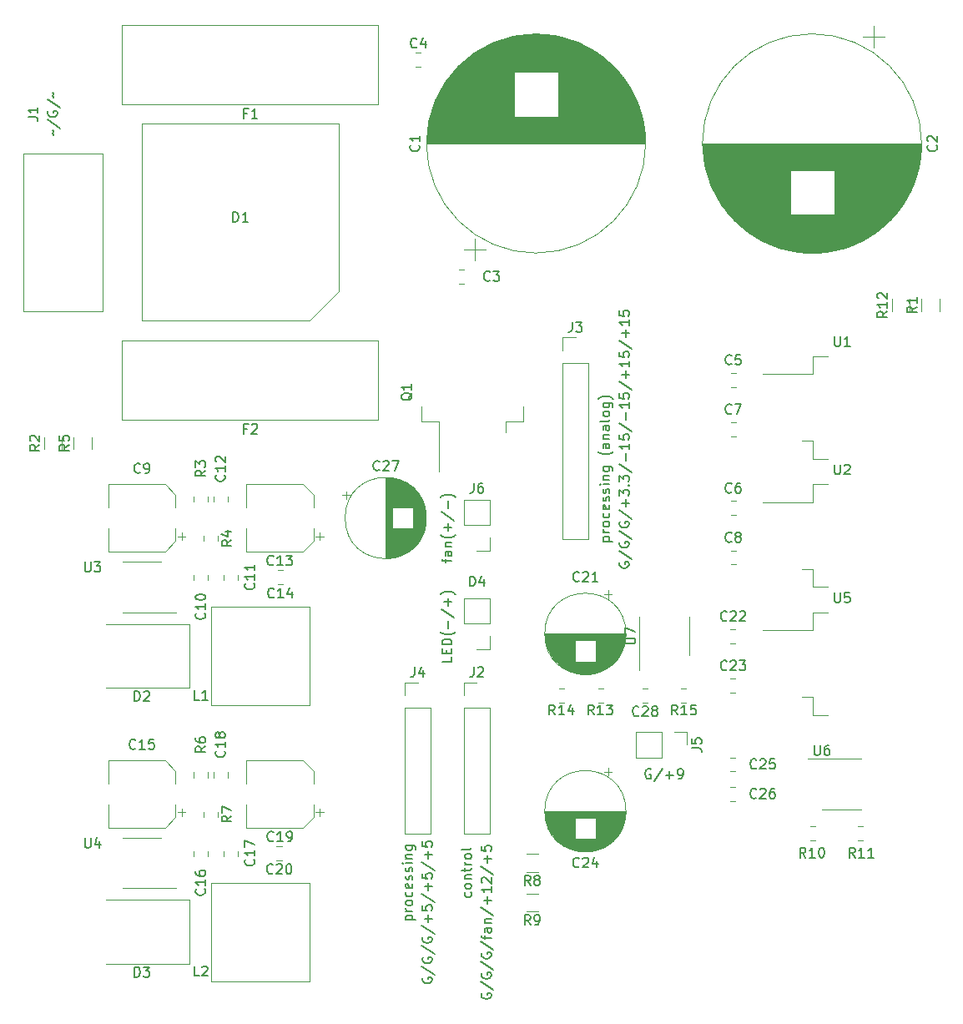
<source format=gto>
G04 #@! TF.GenerationSoftware,KiCad,Pcbnew,5.1.5+dfsg1-2build2*
G04 #@! TF.CreationDate,2020-07-08T13:44:09-04:00*
G04 #@! TF.ProjectId,psu,7073752e-6b69-4636-9164-5f7063625858,rev?*
G04 #@! TF.SameCoordinates,Original*
G04 #@! TF.FileFunction,Legend,Top*
G04 #@! TF.FilePolarity,Positive*
%FSLAX46Y46*%
G04 Gerber Fmt 4.6, Leading zero omitted, Abs format (unit mm)*
G04 Created by KiCad (PCBNEW 5.1.5+dfsg1-2build2) date 2020-07-08 13:44:09*
%MOMM*%
%LPD*%
G04 APERTURE LIST*
%ADD10C,0.150000*%
%ADD11C,0.120000*%
G04 APERTURE END LIST*
D10*
X90642857Y-96500000D02*
X90547619Y-96452380D01*
X90404761Y-96452380D01*
X90261904Y-96500000D01*
X90166666Y-96595238D01*
X90119047Y-96690476D01*
X90071428Y-96880952D01*
X90071428Y-97023809D01*
X90119047Y-97214285D01*
X90166666Y-97309523D01*
X90261904Y-97404761D01*
X90404761Y-97452380D01*
X90500000Y-97452380D01*
X90642857Y-97404761D01*
X90690476Y-97357142D01*
X90690476Y-97023809D01*
X90500000Y-97023809D01*
X91833333Y-96404761D02*
X90976190Y-97690476D01*
X92166666Y-97071428D02*
X92928571Y-97071428D01*
X92547619Y-97452380D02*
X92547619Y-96690476D01*
X93452380Y-97452380D02*
X93642857Y-97452380D01*
X93738095Y-97404761D01*
X93785714Y-97357142D01*
X93880952Y-97214285D01*
X93928571Y-97023809D01*
X93928571Y-96642857D01*
X93880952Y-96547619D01*
X93833333Y-96500000D01*
X93738095Y-96452380D01*
X93547619Y-96452380D01*
X93452380Y-96500000D01*
X93404761Y-96547619D01*
X93357142Y-96642857D01*
X93357142Y-96880952D01*
X93404761Y-96976190D01*
X93452380Y-97023809D01*
X93547619Y-97071428D01*
X93738095Y-97071428D01*
X93833333Y-97023809D01*
X93880952Y-96976190D01*
X93928571Y-96880952D01*
X87500000Y-75500000D02*
X87452380Y-75595238D01*
X87452380Y-75738095D01*
X87500000Y-75880952D01*
X87595238Y-75976190D01*
X87690476Y-76023809D01*
X87880952Y-76071428D01*
X88023809Y-76071428D01*
X88214285Y-76023809D01*
X88309523Y-75976190D01*
X88404761Y-75880952D01*
X88452380Y-75738095D01*
X88452380Y-75642857D01*
X88404761Y-75500000D01*
X88357142Y-75452380D01*
X88023809Y-75452380D01*
X88023809Y-75642857D01*
X87404761Y-74309523D02*
X88690476Y-75166666D01*
X87500000Y-73452380D02*
X87452380Y-73547619D01*
X87452380Y-73690476D01*
X87500000Y-73833333D01*
X87595238Y-73928571D01*
X87690476Y-73976190D01*
X87880952Y-74023809D01*
X88023809Y-74023809D01*
X88214285Y-73976190D01*
X88309523Y-73928571D01*
X88404761Y-73833333D01*
X88452380Y-73690476D01*
X88452380Y-73595238D01*
X88404761Y-73452380D01*
X88357142Y-73404761D01*
X88023809Y-73404761D01*
X88023809Y-73595238D01*
X87404761Y-72261904D02*
X88690476Y-73119047D01*
X87500000Y-71404761D02*
X87452380Y-71500000D01*
X87452380Y-71642857D01*
X87500000Y-71785714D01*
X87595238Y-71880952D01*
X87690476Y-71928571D01*
X87880952Y-71976190D01*
X88023809Y-71976190D01*
X88214285Y-71928571D01*
X88309523Y-71880952D01*
X88404761Y-71785714D01*
X88452380Y-71642857D01*
X88452380Y-71547619D01*
X88404761Y-71404761D01*
X88357142Y-71357142D01*
X88023809Y-71357142D01*
X88023809Y-71547619D01*
X87404761Y-70214285D02*
X88690476Y-71071428D01*
X88071428Y-69880952D02*
X88071428Y-69119047D01*
X88452380Y-69500000D02*
X87690476Y-69500000D01*
X87452380Y-68738095D02*
X87452380Y-68119047D01*
X87833333Y-68452380D01*
X87833333Y-68309523D01*
X87880952Y-68214285D01*
X87928571Y-68166666D01*
X88023809Y-68119047D01*
X88261904Y-68119047D01*
X88357142Y-68166666D01*
X88404761Y-68214285D01*
X88452380Y-68309523D01*
X88452380Y-68595238D01*
X88404761Y-68690476D01*
X88357142Y-68738095D01*
X88357142Y-67690476D02*
X88404761Y-67642857D01*
X88452380Y-67690476D01*
X88404761Y-67738095D01*
X88357142Y-67690476D01*
X88452380Y-67690476D01*
X87452380Y-67309523D02*
X87452380Y-66690476D01*
X87833333Y-67023809D01*
X87833333Y-66880952D01*
X87880952Y-66785714D01*
X87928571Y-66738095D01*
X88023809Y-66690476D01*
X88261904Y-66690476D01*
X88357142Y-66738095D01*
X88404761Y-66785714D01*
X88452380Y-66880952D01*
X88452380Y-67166666D01*
X88404761Y-67261904D01*
X88357142Y-67309523D01*
X87404761Y-65547619D02*
X88690476Y-66404761D01*
X88071428Y-65214285D02*
X88071428Y-64452380D01*
X88452380Y-63452380D02*
X88452380Y-64023809D01*
X88452380Y-63738095D02*
X87452380Y-63738095D01*
X87595238Y-63833333D01*
X87690476Y-63928571D01*
X87738095Y-64023809D01*
X87452380Y-62547619D02*
X87452380Y-63023809D01*
X87928571Y-63071428D01*
X87880952Y-63023809D01*
X87833333Y-62928571D01*
X87833333Y-62690476D01*
X87880952Y-62595238D01*
X87928571Y-62547619D01*
X88023809Y-62500000D01*
X88261904Y-62500000D01*
X88357142Y-62547619D01*
X88404761Y-62595238D01*
X88452380Y-62690476D01*
X88452380Y-62928571D01*
X88404761Y-63023809D01*
X88357142Y-63071428D01*
X87404761Y-61357142D02*
X88690476Y-62214285D01*
X88071428Y-61023809D02*
X88071428Y-60261904D01*
X88452380Y-59261904D02*
X88452380Y-59833333D01*
X88452380Y-59547619D02*
X87452380Y-59547619D01*
X87595238Y-59642857D01*
X87690476Y-59738095D01*
X87738095Y-59833333D01*
X87452380Y-58357142D02*
X87452380Y-58833333D01*
X87928571Y-58880952D01*
X87880952Y-58833333D01*
X87833333Y-58738095D01*
X87833333Y-58500000D01*
X87880952Y-58404761D01*
X87928571Y-58357142D01*
X88023809Y-58309523D01*
X88261904Y-58309523D01*
X88357142Y-58357142D01*
X88404761Y-58404761D01*
X88452380Y-58500000D01*
X88452380Y-58738095D01*
X88404761Y-58833333D01*
X88357142Y-58880952D01*
X87404761Y-57166666D02*
X88690476Y-58023809D01*
X88071428Y-56833333D02*
X88071428Y-56071428D01*
X88452380Y-56452380D02*
X87690476Y-56452380D01*
X88452380Y-55071428D02*
X88452380Y-55642857D01*
X88452380Y-55357142D02*
X87452380Y-55357142D01*
X87595238Y-55452380D01*
X87690476Y-55547619D01*
X87738095Y-55642857D01*
X87452380Y-54166666D02*
X87452380Y-54642857D01*
X87928571Y-54690476D01*
X87880952Y-54642857D01*
X87833333Y-54547619D01*
X87833333Y-54309523D01*
X87880952Y-54214285D01*
X87928571Y-54166666D01*
X88023809Y-54119047D01*
X88261904Y-54119047D01*
X88357142Y-54166666D01*
X88404761Y-54214285D01*
X88452380Y-54309523D01*
X88452380Y-54547619D01*
X88404761Y-54642857D01*
X88357142Y-54690476D01*
X87404761Y-52976190D02*
X88690476Y-53833333D01*
X88071428Y-52642857D02*
X88071428Y-51880952D01*
X88452380Y-52261904D02*
X87690476Y-52261904D01*
X88452380Y-50880952D02*
X88452380Y-51452380D01*
X88452380Y-51166666D02*
X87452380Y-51166666D01*
X87595238Y-51261904D01*
X87690476Y-51357142D01*
X87738095Y-51452380D01*
X87452380Y-49976190D02*
X87452380Y-50452380D01*
X87928571Y-50500000D01*
X87880952Y-50452380D01*
X87833333Y-50357142D01*
X87833333Y-50119047D01*
X87880952Y-50023809D01*
X87928571Y-49976190D01*
X88023809Y-49928571D01*
X88261904Y-49928571D01*
X88357142Y-49976190D01*
X88404761Y-50023809D01*
X88452380Y-50119047D01*
X88452380Y-50357142D01*
X88404761Y-50452380D01*
X88357142Y-50500000D01*
X30071428Y-32166666D02*
X30023809Y-32119047D01*
X29976190Y-32023809D01*
X30071428Y-31833333D01*
X30023809Y-31738095D01*
X29976190Y-31690476D01*
X29404761Y-30595238D02*
X30690476Y-31452380D01*
X29500000Y-29738095D02*
X29452380Y-29833333D01*
X29452380Y-29976190D01*
X29500000Y-30119047D01*
X29595238Y-30214285D01*
X29690476Y-30261904D01*
X29880952Y-30309523D01*
X30023809Y-30309523D01*
X30214285Y-30261904D01*
X30309523Y-30214285D01*
X30404761Y-30119047D01*
X30452380Y-29976190D01*
X30452380Y-29880952D01*
X30404761Y-29738095D01*
X30357142Y-29690476D01*
X30023809Y-29690476D01*
X30023809Y-29880952D01*
X29404761Y-28547619D02*
X30690476Y-29404761D01*
X30071428Y-28357142D02*
X30023809Y-28309523D01*
X29976190Y-28214285D01*
X30071428Y-28023809D01*
X30023809Y-27928571D01*
X29976190Y-27880952D01*
X67500000Y-117642857D02*
X67452380Y-117738095D01*
X67452380Y-117880952D01*
X67500000Y-118023809D01*
X67595238Y-118119047D01*
X67690476Y-118166666D01*
X67880952Y-118214285D01*
X68023809Y-118214285D01*
X68214285Y-118166666D01*
X68309523Y-118119047D01*
X68404761Y-118023809D01*
X68452380Y-117880952D01*
X68452380Y-117785714D01*
X68404761Y-117642857D01*
X68357142Y-117595238D01*
X68023809Y-117595238D01*
X68023809Y-117785714D01*
X67404761Y-116452380D02*
X68690476Y-117309523D01*
X67500000Y-115595238D02*
X67452380Y-115690476D01*
X67452380Y-115833333D01*
X67500000Y-115976190D01*
X67595238Y-116071428D01*
X67690476Y-116119047D01*
X67880952Y-116166666D01*
X68023809Y-116166666D01*
X68214285Y-116119047D01*
X68309523Y-116071428D01*
X68404761Y-115976190D01*
X68452380Y-115833333D01*
X68452380Y-115738095D01*
X68404761Y-115595238D01*
X68357142Y-115547619D01*
X68023809Y-115547619D01*
X68023809Y-115738095D01*
X67404761Y-114404761D02*
X68690476Y-115261904D01*
X67500000Y-113547619D02*
X67452380Y-113642857D01*
X67452380Y-113785714D01*
X67500000Y-113928571D01*
X67595238Y-114023809D01*
X67690476Y-114071428D01*
X67880952Y-114119047D01*
X68023809Y-114119047D01*
X68214285Y-114071428D01*
X68309523Y-114023809D01*
X68404761Y-113928571D01*
X68452380Y-113785714D01*
X68452380Y-113690476D01*
X68404761Y-113547619D01*
X68357142Y-113500000D01*
X68023809Y-113500000D01*
X68023809Y-113690476D01*
X67404761Y-112357142D02*
X68690476Y-113214285D01*
X68071428Y-112023809D02*
X68071428Y-111261904D01*
X68452380Y-111642857D02*
X67690476Y-111642857D01*
X67452380Y-110309523D02*
X67452380Y-110785714D01*
X67928571Y-110833333D01*
X67880952Y-110785714D01*
X67833333Y-110690476D01*
X67833333Y-110452380D01*
X67880952Y-110357142D01*
X67928571Y-110309523D01*
X68023809Y-110261904D01*
X68261904Y-110261904D01*
X68357142Y-110309523D01*
X68404761Y-110357142D01*
X68452380Y-110452380D01*
X68452380Y-110690476D01*
X68404761Y-110785714D01*
X68357142Y-110833333D01*
X67404761Y-109119047D02*
X68690476Y-109976190D01*
X68071428Y-108785714D02*
X68071428Y-108023809D01*
X68452380Y-108404761D02*
X67690476Y-108404761D01*
X67452380Y-107071428D02*
X67452380Y-107547619D01*
X67928571Y-107595238D01*
X67880952Y-107547619D01*
X67833333Y-107452380D01*
X67833333Y-107214285D01*
X67880952Y-107119047D01*
X67928571Y-107071428D01*
X68023809Y-107023809D01*
X68261904Y-107023809D01*
X68357142Y-107071428D01*
X68404761Y-107119047D01*
X68452380Y-107214285D01*
X68452380Y-107452380D01*
X68404761Y-107547619D01*
X68357142Y-107595238D01*
X67404761Y-105880952D02*
X68690476Y-106738095D01*
X68071428Y-105547619D02*
X68071428Y-104785714D01*
X68452380Y-105166666D02*
X67690476Y-105166666D01*
X67452380Y-103833333D02*
X67452380Y-104309523D01*
X67928571Y-104357142D01*
X67880952Y-104309523D01*
X67833333Y-104214285D01*
X67833333Y-103976190D01*
X67880952Y-103880952D01*
X67928571Y-103833333D01*
X68023809Y-103785714D01*
X68261904Y-103785714D01*
X68357142Y-103833333D01*
X68404761Y-103880952D01*
X68452380Y-103976190D01*
X68452380Y-104214285D01*
X68404761Y-104309523D01*
X68357142Y-104357142D01*
X73500000Y-119214285D02*
X73452380Y-119309523D01*
X73452380Y-119452380D01*
X73500000Y-119595238D01*
X73595238Y-119690476D01*
X73690476Y-119738095D01*
X73880952Y-119785714D01*
X74023809Y-119785714D01*
X74214285Y-119738095D01*
X74309523Y-119690476D01*
X74404761Y-119595238D01*
X74452380Y-119452380D01*
X74452380Y-119357142D01*
X74404761Y-119214285D01*
X74357142Y-119166666D01*
X74023809Y-119166666D01*
X74023809Y-119357142D01*
X73404761Y-118023809D02*
X74690476Y-118880952D01*
X73500000Y-117166666D02*
X73452380Y-117261904D01*
X73452380Y-117404761D01*
X73500000Y-117547619D01*
X73595238Y-117642857D01*
X73690476Y-117690476D01*
X73880952Y-117738095D01*
X74023809Y-117738095D01*
X74214285Y-117690476D01*
X74309523Y-117642857D01*
X74404761Y-117547619D01*
X74452380Y-117404761D01*
X74452380Y-117309523D01*
X74404761Y-117166666D01*
X74357142Y-117119047D01*
X74023809Y-117119047D01*
X74023809Y-117309523D01*
X73404761Y-115976190D02*
X74690476Y-116833333D01*
X73500000Y-115119047D02*
X73452380Y-115214285D01*
X73452380Y-115357142D01*
X73500000Y-115500000D01*
X73595238Y-115595238D01*
X73690476Y-115642857D01*
X73880952Y-115690476D01*
X74023809Y-115690476D01*
X74214285Y-115642857D01*
X74309523Y-115595238D01*
X74404761Y-115500000D01*
X74452380Y-115357142D01*
X74452380Y-115261904D01*
X74404761Y-115119047D01*
X74357142Y-115071428D01*
X74023809Y-115071428D01*
X74023809Y-115261904D01*
X73404761Y-113928571D02*
X74690476Y-114785714D01*
X73785714Y-113738095D02*
X73785714Y-113357142D01*
X74452380Y-113595238D02*
X73595238Y-113595238D01*
X73500000Y-113547619D01*
X73452380Y-113452380D01*
X73452380Y-113357142D01*
X74452380Y-112595238D02*
X73928571Y-112595238D01*
X73833333Y-112642857D01*
X73785714Y-112738095D01*
X73785714Y-112928571D01*
X73833333Y-113023809D01*
X74404761Y-112595238D02*
X74452380Y-112690476D01*
X74452380Y-112928571D01*
X74404761Y-113023809D01*
X74309523Y-113071428D01*
X74214285Y-113071428D01*
X74119047Y-113023809D01*
X74071428Y-112928571D01*
X74071428Y-112690476D01*
X74023809Y-112595238D01*
X73785714Y-112119047D02*
X74452380Y-112119047D01*
X73880952Y-112119047D02*
X73833333Y-112071428D01*
X73785714Y-111976190D01*
X73785714Y-111833333D01*
X73833333Y-111738095D01*
X73928571Y-111690476D01*
X74452380Y-111690476D01*
X73404761Y-110500000D02*
X74690476Y-111357142D01*
X74071428Y-110166666D02*
X74071428Y-109404761D01*
X74452380Y-109785714D02*
X73690476Y-109785714D01*
X74452380Y-108404761D02*
X74452380Y-108976190D01*
X74452380Y-108690476D02*
X73452380Y-108690476D01*
X73595238Y-108785714D01*
X73690476Y-108880952D01*
X73738095Y-108976190D01*
X73547619Y-108023809D02*
X73500000Y-107976190D01*
X73452380Y-107880952D01*
X73452380Y-107642857D01*
X73500000Y-107547619D01*
X73547619Y-107500000D01*
X73642857Y-107452380D01*
X73738095Y-107452380D01*
X73880952Y-107500000D01*
X74452380Y-108071428D01*
X74452380Y-107452380D01*
X73404761Y-106309523D02*
X74690476Y-107166666D01*
X74071428Y-105976190D02*
X74071428Y-105214285D01*
X74452380Y-105595238D02*
X73690476Y-105595238D01*
X73452380Y-104261904D02*
X73452380Y-104738095D01*
X73928571Y-104785714D01*
X73880952Y-104738095D01*
X73833333Y-104642857D01*
X73833333Y-104404761D01*
X73880952Y-104309523D01*
X73928571Y-104261904D01*
X74023809Y-104214285D01*
X74261904Y-104214285D01*
X74357142Y-104261904D01*
X74404761Y-104309523D01*
X74452380Y-104404761D01*
X74452380Y-104642857D01*
X74404761Y-104738095D01*
X74357142Y-104785714D01*
X70452380Y-85071428D02*
X70452380Y-85547619D01*
X69452380Y-85547619D01*
X69928571Y-84738095D02*
X69928571Y-84404761D01*
X70452380Y-84261904D02*
X70452380Y-84738095D01*
X69452380Y-84738095D01*
X69452380Y-84261904D01*
X70452380Y-83833333D02*
X69452380Y-83833333D01*
X69452380Y-83595238D01*
X69500000Y-83452380D01*
X69595238Y-83357142D01*
X69690476Y-83309523D01*
X69880952Y-83261904D01*
X70023809Y-83261904D01*
X70214285Y-83309523D01*
X70309523Y-83357142D01*
X70404761Y-83452380D01*
X70452380Y-83595238D01*
X70452380Y-83833333D01*
X70833333Y-82547619D02*
X70785714Y-82595238D01*
X70642857Y-82690476D01*
X70547619Y-82738095D01*
X70404761Y-82785714D01*
X70166666Y-82833333D01*
X69976190Y-82833333D01*
X69738095Y-82785714D01*
X69595238Y-82738095D01*
X69500000Y-82690476D01*
X69357142Y-82595238D01*
X69309523Y-82547619D01*
X70071428Y-82166666D02*
X70071428Y-81404761D01*
X69404761Y-80214285D02*
X70690476Y-81071428D01*
X70071428Y-79880952D02*
X70071428Y-79119047D01*
X70452380Y-79500000D02*
X69690476Y-79500000D01*
X70833333Y-78738095D02*
X70785714Y-78690476D01*
X70642857Y-78595238D01*
X70547619Y-78547619D01*
X70404761Y-78500000D01*
X70166666Y-78452380D01*
X69976190Y-78452380D01*
X69738095Y-78500000D01*
X69595238Y-78547619D01*
X69500000Y-78595238D01*
X69357142Y-78690476D01*
X69309523Y-78738095D01*
X85785714Y-73357142D02*
X86785714Y-73357142D01*
X85833333Y-73357142D02*
X85785714Y-73261904D01*
X85785714Y-73071428D01*
X85833333Y-72976190D01*
X85880952Y-72928571D01*
X85976190Y-72880952D01*
X86261904Y-72880952D01*
X86357142Y-72928571D01*
X86404761Y-72976190D01*
X86452380Y-73071428D01*
X86452380Y-73261904D01*
X86404761Y-73357142D01*
X86452380Y-72452380D02*
X85785714Y-72452380D01*
X85976190Y-72452380D02*
X85880952Y-72404761D01*
X85833333Y-72357142D01*
X85785714Y-72261904D01*
X85785714Y-72166666D01*
X86452380Y-71690476D02*
X86404761Y-71785714D01*
X86357142Y-71833333D01*
X86261904Y-71880952D01*
X85976190Y-71880952D01*
X85880952Y-71833333D01*
X85833333Y-71785714D01*
X85785714Y-71690476D01*
X85785714Y-71547619D01*
X85833333Y-71452380D01*
X85880952Y-71404761D01*
X85976190Y-71357142D01*
X86261904Y-71357142D01*
X86357142Y-71404761D01*
X86404761Y-71452380D01*
X86452380Y-71547619D01*
X86452380Y-71690476D01*
X86404761Y-70500000D02*
X86452380Y-70595238D01*
X86452380Y-70785714D01*
X86404761Y-70880952D01*
X86357142Y-70928571D01*
X86261904Y-70976190D01*
X85976190Y-70976190D01*
X85880952Y-70928571D01*
X85833333Y-70880952D01*
X85785714Y-70785714D01*
X85785714Y-70595238D01*
X85833333Y-70500000D01*
X86404761Y-69690476D02*
X86452380Y-69785714D01*
X86452380Y-69976190D01*
X86404761Y-70071428D01*
X86309523Y-70119047D01*
X85928571Y-70119047D01*
X85833333Y-70071428D01*
X85785714Y-69976190D01*
X85785714Y-69785714D01*
X85833333Y-69690476D01*
X85928571Y-69642857D01*
X86023809Y-69642857D01*
X86119047Y-70119047D01*
X86404761Y-69261904D02*
X86452380Y-69166666D01*
X86452380Y-68976190D01*
X86404761Y-68880952D01*
X86309523Y-68833333D01*
X86261904Y-68833333D01*
X86166666Y-68880952D01*
X86119047Y-68976190D01*
X86119047Y-69119047D01*
X86071428Y-69214285D01*
X85976190Y-69261904D01*
X85928571Y-69261904D01*
X85833333Y-69214285D01*
X85785714Y-69119047D01*
X85785714Y-68976190D01*
X85833333Y-68880952D01*
X86404761Y-68452380D02*
X86452380Y-68357142D01*
X86452380Y-68166666D01*
X86404761Y-68071428D01*
X86309523Y-68023809D01*
X86261904Y-68023809D01*
X86166666Y-68071428D01*
X86119047Y-68166666D01*
X86119047Y-68309523D01*
X86071428Y-68404761D01*
X85976190Y-68452380D01*
X85928571Y-68452380D01*
X85833333Y-68404761D01*
X85785714Y-68309523D01*
X85785714Y-68166666D01*
X85833333Y-68071428D01*
X86452380Y-67595238D02*
X85785714Y-67595238D01*
X85452380Y-67595238D02*
X85500000Y-67642857D01*
X85547619Y-67595238D01*
X85500000Y-67547619D01*
X85452380Y-67595238D01*
X85547619Y-67595238D01*
X85785714Y-67119047D02*
X86452380Y-67119047D01*
X85880952Y-67119047D02*
X85833333Y-67071428D01*
X85785714Y-66976190D01*
X85785714Y-66833333D01*
X85833333Y-66738095D01*
X85928571Y-66690476D01*
X86452380Y-66690476D01*
X85785714Y-65785714D02*
X86595238Y-65785714D01*
X86690476Y-65833333D01*
X86738095Y-65880952D01*
X86785714Y-65976190D01*
X86785714Y-66119047D01*
X86738095Y-66214285D01*
X86404761Y-65785714D02*
X86452380Y-65880952D01*
X86452380Y-66071428D01*
X86404761Y-66166666D01*
X86357142Y-66214285D01*
X86261904Y-66261904D01*
X85976190Y-66261904D01*
X85880952Y-66214285D01*
X85833333Y-66166666D01*
X85785714Y-66071428D01*
X85785714Y-65880952D01*
X85833333Y-65785714D01*
X86833333Y-64261904D02*
X86785714Y-64309523D01*
X86642857Y-64404761D01*
X86547619Y-64452380D01*
X86404761Y-64500000D01*
X86166666Y-64547619D01*
X85976190Y-64547619D01*
X85738095Y-64500000D01*
X85595238Y-64452380D01*
X85500000Y-64404761D01*
X85357142Y-64309523D01*
X85309523Y-64261904D01*
X86452380Y-63452380D02*
X85928571Y-63452380D01*
X85833333Y-63500000D01*
X85785714Y-63595238D01*
X85785714Y-63785714D01*
X85833333Y-63880952D01*
X86404761Y-63452380D02*
X86452380Y-63547619D01*
X86452380Y-63785714D01*
X86404761Y-63880952D01*
X86309523Y-63928571D01*
X86214285Y-63928571D01*
X86119047Y-63880952D01*
X86071428Y-63785714D01*
X86071428Y-63547619D01*
X86023809Y-63452380D01*
X85785714Y-62976190D02*
X86452380Y-62976190D01*
X85880952Y-62976190D02*
X85833333Y-62928571D01*
X85785714Y-62833333D01*
X85785714Y-62690476D01*
X85833333Y-62595238D01*
X85928571Y-62547619D01*
X86452380Y-62547619D01*
X86452380Y-61642857D02*
X85928571Y-61642857D01*
X85833333Y-61690476D01*
X85785714Y-61785714D01*
X85785714Y-61976190D01*
X85833333Y-62071428D01*
X86404761Y-61642857D02*
X86452380Y-61738095D01*
X86452380Y-61976190D01*
X86404761Y-62071428D01*
X86309523Y-62119047D01*
X86214285Y-62119047D01*
X86119047Y-62071428D01*
X86071428Y-61976190D01*
X86071428Y-61738095D01*
X86023809Y-61642857D01*
X86452380Y-61023809D02*
X86404761Y-61119047D01*
X86309523Y-61166666D01*
X85452380Y-61166666D01*
X86452380Y-60500000D02*
X86404761Y-60595238D01*
X86357142Y-60642857D01*
X86261904Y-60690476D01*
X85976190Y-60690476D01*
X85880952Y-60642857D01*
X85833333Y-60595238D01*
X85785714Y-60500000D01*
X85785714Y-60357142D01*
X85833333Y-60261904D01*
X85880952Y-60214285D01*
X85976190Y-60166666D01*
X86261904Y-60166666D01*
X86357142Y-60214285D01*
X86404761Y-60261904D01*
X86452380Y-60357142D01*
X86452380Y-60500000D01*
X85785714Y-59309523D02*
X86595238Y-59309523D01*
X86690476Y-59357142D01*
X86738095Y-59404761D01*
X86785714Y-59500000D01*
X86785714Y-59642857D01*
X86738095Y-59738095D01*
X86404761Y-59309523D02*
X86452380Y-59404761D01*
X86452380Y-59595238D01*
X86404761Y-59690476D01*
X86357142Y-59738095D01*
X86261904Y-59785714D01*
X85976190Y-59785714D01*
X85880952Y-59738095D01*
X85833333Y-59690476D01*
X85785714Y-59595238D01*
X85785714Y-59404761D01*
X85833333Y-59309523D01*
X86833333Y-58928571D02*
X86785714Y-58880952D01*
X86642857Y-58785714D01*
X86547619Y-58738095D01*
X86404761Y-58690476D01*
X86166666Y-58642857D01*
X85976190Y-58642857D01*
X85738095Y-58690476D01*
X85595238Y-58738095D01*
X85500000Y-58785714D01*
X85357142Y-58880952D01*
X85309523Y-58928571D01*
X72404761Y-108976190D02*
X72452380Y-109071428D01*
X72452380Y-109261904D01*
X72404761Y-109357142D01*
X72357142Y-109404761D01*
X72261904Y-109452380D01*
X71976190Y-109452380D01*
X71880952Y-109404761D01*
X71833333Y-109357142D01*
X71785714Y-109261904D01*
X71785714Y-109071428D01*
X71833333Y-108976190D01*
X72452380Y-108404761D02*
X72404761Y-108500000D01*
X72357142Y-108547619D01*
X72261904Y-108595238D01*
X71976190Y-108595238D01*
X71880952Y-108547619D01*
X71833333Y-108500000D01*
X71785714Y-108404761D01*
X71785714Y-108261904D01*
X71833333Y-108166666D01*
X71880952Y-108119047D01*
X71976190Y-108071428D01*
X72261904Y-108071428D01*
X72357142Y-108119047D01*
X72404761Y-108166666D01*
X72452380Y-108261904D01*
X72452380Y-108404761D01*
X71785714Y-107642857D02*
X72452380Y-107642857D01*
X71880952Y-107642857D02*
X71833333Y-107595238D01*
X71785714Y-107500000D01*
X71785714Y-107357142D01*
X71833333Y-107261904D01*
X71928571Y-107214285D01*
X72452380Y-107214285D01*
X71785714Y-106880952D02*
X71785714Y-106500000D01*
X71452380Y-106738095D02*
X72309523Y-106738095D01*
X72404761Y-106690476D01*
X72452380Y-106595238D01*
X72452380Y-106500000D01*
X72452380Y-106166666D02*
X71785714Y-106166666D01*
X71976190Y-106166666D02*
X71880952Y-106119047D01*
X71833333Y-106071428D01*
X71785714Y-105976190D01*
X71785714Y-105880952D01*
X72452380Y-105404761D02*
X72404761Y-105500000D01*
X72357142Y-105547619D01*
X72261904Y-105595238D01*
X71976190Y-105595238D01*
X71880952Y-105547619D01*
X71833333Y-105500000D01*
X71785714Y-105404761D01*
X71785714Y-105261904D01*
X71833333Y-105166666D01*
X71880952Y-105119047D01*
X71976190Y-105071428D01*
X72261904Y-105071428D01*
X72357142Y-105119047D01*
X72404761Y-105166666D01*
X72452380Y-105261904D01*
X72452380Y-105404761D01*
X72452380Y-104500000D02*
X72404761Y-104595238D01*
X72309523Y-104642857D01*
X71452380Y-104642857D01*
X69785714Y-75523809D02*
X69785714Y-75142857D01*
X70452380Y-75380952D02*
X69595238Y-75380952D01*
X69500000Y-75333333D01*
X69452380Y-75238095D01*
X69452380Y-75142857D01*
X70452380Y-74380952D02*
X69928571Y-74380952D01*
X69833333Y-74428571D01*
X69785714Y-74523809D01*
X69785714Y-74714285D01*
X69833333Y-74809523D01*
X70404761Y-74380952D02*
X70452380Y-74476190D01*
X70452380Y-74714285D01*
X70404761Y-74809523D01*
X70309523Y-74857142D01*
X70214285Y-74857142D01*
X70119047Y-74809523D01*
X70071428Y-74714285D01*
X70071428Y-74476190D01*
X70023809Y-74380952D01*
X69785714Y-73904761D02*
X70452380Y-73904761D01*
X69880952Y-73904761D02*
X69833333Y-73857142D01*
X69785714Y-73761904D01*
X69785714Y-73619047D01*
X69833333Y-73523809D01*
X69928571Y-73476190D01*
X70452380Y-73476190D01*
X70833333Y-72714285D02*
X70785714Y-72761904D01*
X70642857Y-72857142D01*
X70547619Y-72904761D01*
X70404761Y-72952380D01*
X70166666Y-73000000D01*
X69976190Y-73000000D01*
X69738095Y-72952380D01*
X69595238Y-72904761D01*
X69500000Y-72857142D01*
X69357142Y-72761904D01*
X69309523Y-72714285D01*
X70071428Y-72333333D02*
X70071428Y-71571428D01*
X70452380Y-71952380D02*
X69690476Y-71952380D01*
X69404761Y-70380952D02*
X70690476Y-71238095D01*
X70071428Y-70047619D02*
X70071428Y-69285714D01*
X70833333Y-68904761D02*
X70785714Y-68857142D01*
X70642857Y-68761904D01*
X70547619Y-68714285D01*
X70404761Y-68666666D01*
X70166666Y-68619047D01*
X69976190Y-68619047D01*
X69738095Y-68666666D01*
X69595238Y-68714285D01*
X69500000Y-68761904D01*
X69357142Y-68857142D01*
X69309523Y-68904761D01*
X65785714Y-111785714D02*
X66785714Y-111785714D01*
X65833333Y-111785714D02*
X65785714Y-111690476D01*
X65785714Y-111500000D01*
X65833333Y-111404761D01*
X65880952Y-111357142D01*
X65976190Y-111309523D01*
X66261904Y-111309523D01*
X66357142Y-111357142D01*
X66404761Y-111404761D01*
X66452380Y-111500000D01*
X66452380Y-111690476D01*
X66404761Y-111785714D01*
X66452380Y-110880952D02*
X65785714Y-110880952D01*
X65976190Y-110880952D02*
X65880952Y-110833333D01*
X65833333Y-110785714D01*
X65785714Y-110690476D01*
X65785714Y-110595238D01*
X66452380Y-110119047D02*
X66404761Y-110214285D01*
X66357142Y-110261904D01*
X66261904Y-110309523D01*
X65976190Y-110309523D01*
X65880952Y-110261904D01*
X65833333Y-110214285D01*
X65785714Y-110119047D01*
X65785714Y-109976190D01*
X65833333Y-109880952D01*
X65880952Y-109833333D01*
X65976190Y-109785714D01*
X66261904Y-109785714D01*
X66357142Y-109833333D01*
X66404761Y-109880952D01*
X66452380Y-109976190D01*
X66452380Y-110119047D01*
X66404761Y-108928571D02*
X66452380Y-109023809D01*
X66452380Y-109214285D01*
X66404761Y-109309523D01*
X66357142Y-109357142D01*
X66261904Y-109404761D01*
X65976190Y-109404761D01*
X65880952Y-109357142D01*
X65833333Y-109309523D01*
X65785714Y-109214285D01*
X65785714Y-109023809D01*
X65833333Y-108928571D01*
X66404761Y-108119047D02*
X66452380Y-108214285D01*
X66452380Y-108404761D01*
X66404761Y-108500000D01*
X66309523Y-108547619D01*
X65928571Y-108547619D01*
X65833333Y-108500000D01*
X65785714Y-108404761D01*
X65785714Y-108214285D01*
X65833333Y-108119047D01*
X65928571Y-108071428D01*
X66023809Y-108071428D01*
X66119047Y-108547619D01*
X66404761Y-107690476D02*
X66452380Y-107595238D01*
X66452380Y-107404761D01*
X66404761Y-107309523D01*
X66309523Y-107261904D01*
X66261904Y-107261904D01*
X66166666Y-107309523D01*
X66119047Y-107404761D01*
X66119047Y-107547619D01*
X66071428Y-107642857D01*
X65976190Y-107690476D01*
X65928571Y-107690476D01*
X65833333Y-107642857D01*
X65785714Y-107547619D01*
X65785714Y-107404761D01*
X65833333Y-107309523D01*
X66404761Y-106880952D02*
X66452380Y-106785714D01*
X66452380Y-106595238D01*
X66404761Y-106500000D01*
X66309523Y-106452380D01*
X66261904Y-106452380D01*
X66166666Y-106500000D01*
X66119047Y-106595238D01*
X66119047Y-106738095D01*
X66071428Y-106833333D01*
X65976190Y-106880952D01*
X65928571Y-106880952D01*
X65833333Y-106833333D01*
X65785714Y-106738095D01*
X65785714Y-106595238D01*
X65833333Y-106500000D01*
X66452380Y-106023809D02*
X65785714Y-106023809D01*
X65452380Y-106023809D02*
X65500000Y-106071428D01*
X65547619Y-106023809D01*
X65500000Y-105976190D01*
X65452380Y-106023809D01*
X65547619Y-106023809D01*
X65785714Y-105547619D02*
X66452380Y-105547619D01*
X65880952Y-105547619D02*
X65833333Y-105500000D01*
X65785714Y-105404761D01*
X65785714Y-105261904D01*
X65833333Y-105166666D01*
X65928571Y-105119047D01*
X66452380Y-105119047D01*
X65785714Y-104214285D02*
X66595238Y-104214285D01*
X66690476Y-104261904D01*
X66738095Y-104309523D01*
X66785714Y-104404761D01*
X66785714Y-104547619D01*
X66738095Y-104642857D01*
X66404761Y-104214285D02*
X66452380Y-104309523D01*
X66452380Y-104500000D01*
X66404761Y-104595238D01*
X66357142Y-104642857D01*
X66261904Y-104690476D01*
X65976190Y-104690476D01*
X65880952Y-104642857D01*
X65833333Y-104595238D01*
X65785714Y-104500000D01*
X65785714Y-104309523D01*
X65833333Y-104214285D01*
D11*
X89440000Y-83000000D02*
X89440000Y-86450000D01*
X89440000Y-83000000D02*
X89440000Y-81050000D01*
X94560000Y-83000000D02*
X94560000Y-84950000D01*
X94560000Y-83000000D02*
X94560000Y-81050000D01*
X93678922Y-89710000D02*
X94196078Y-89710000D01*
X93678922Y-88290000D02*
X94196078Y-88290000D01*
X81821078Y-88290000D02*
X81303922Y-88290000D01*
X81821078Y-89710000D02*
X81303922Y-89710000D01*
X85303922Y-89710000D02*
X85821078Y-89710000D01*
X85303922Y-88290000D02*
X85821078Y-88290000D01*
X90321078Y-88290000D02*
X89803922Y-88290000D01*
X90321078Y-89710000D02*
X89803922Y-89710000D01*
X116910000Y-50002064D02*
X116910000Y-48797936D01*
X115090000Y-50002064D02*
X115090000Y-48797936D01*
X107100000Y-63165000D02*
X106000000Y-63165000D01*
X107100000Y-64975000D02*
X107100000Y-63165000D01*
X108600000Y-64975000D02*
X107100000Y-64975000D01*
X107100000Y-56385000D02*
X101975000Y-56385000D01*
X107100000Y-54575000D02*
X107100000Y-56385000D01*
X108600000Y-54575000D02*
X107100000Y-54575000D01*
X107100000Y-76165000D02*
X106000000Y-76165000D01*
X107100000Y-77975000D02*
X107100000Y-76165000D01*
X108600000Y-77975000D02*
X107100000Y-77975000D01*
X107100000Y-69385000D02*
X101975000Y-69385000D01*
X107100000Y-67575000D02*
X107100000Y-69385000D01*
X108600000Y-67575000D02*
X107100000Y-67575000D01*
X107100000Y-89165000D02*
X106000000Y-89165000D01*
X107100000Y-90975000D02*
X107100000Y-89165000D01*
X108600000Y-90975000D02*
X107100000Y-90975000D01*
X107100000Y-82385000D02*
X101975000Y-82385000D01*
X107100000Y-80575000D02*
X107100000Y-82385000D01*
X108600000Y-80575000D02*
X107100000Y-80575000D01*
X35000000Y-50000000D02*
X27000000Y-50000000D01*
X35000000Y-34000000D02*
X35000000Y-50000000D01*
X27000000Y-34000000D02*
X35000000Y-34000000D01*
X27000000Y-50000000D02*
X27000000Y-34000000D01*
X110000000Y-95440000D02*
X106550000Y-95440000D01*
X110000000Y-95440000D02*
X111950000Y-95440000D01*
X110000000Y-100560000D02*
X108050000Y-100560000D01*
X110000000Y-100560000D02*
X111950000Y-100560000D01*
X39000000Y-108560000D02*
X42450000Y-108560000D01*
X39000000Y-108560000D02*
X37050000Y-108560000D01*
X39000000Y-103440000D02*
X40950000Y-103440000D01*
X39000000Y-103440000D02*
X37050000Y-103440000D01*
X39000000Y-80560000D02*
X42450000Y-80560000D01*
X39000000Y-80560000D02*
X37050000Y-80560000D01*
X39000000Y-75440000D02*
X40950000Y-75440000D01*
X39000000Y-75440000D02*
X37050000Y-75440000D01*
X111678922Y-103710000D02*
X112196078Y-103710000D01*
X111678922Y-102290000D02*
X112196078Y-102290000D01*
X106803922Y-103710000D02*
X107321078Y-103710000D01*
X106803922Y-102290000D02*
X107321078Y-102290000D01*
X79202064Y-109090000D02*
X77997936Y-109090000D01*
X79202064Y-110910000D02*
X77997936Y-110910000D01*
X79202064Y-105090000D02*
X77997936Y-105090000D01*
X79202064Y-106910000D02*
X77997936Y-106910000D01*
X45290000Y-100803922D02*
X45290000Y-101321078D01*
X46710000Y-100803922D02*
X46710000Y-101321078D01*
X44290000Y-96803922D02*
X44290000Y-97321078D01*
X45710000Y-96803922D02*
X45710000Y-97321078D01*
X33910000Y-64002064D02*
X33910000Y-62797936D01*
X32090000Y-64002064D02*
X32090000Y-62797936D01*
X45290000Y-72803922D02*
X45290000Y-73321078D01*
X46710000Y-72803922D02*
X46710000Y-73321078D01*
X44290000Y-68803922D02*
X44290000Y-69321078D01*
X45710000Y-68803922D02*
X45710000Y-69321078D01*
X30910000Y-64002064D02*
X30910000Y-62797936D01*
X29090000Y-64002064D02*
X29090000Y-62797936D01*
X119910000Y-50002064D02*
X119910000Y-48797936D01*
X118090000Y-50002064D02*
X118090000Y-48797936D01*
X75930000Y-61175000D02*
X75930000Y-62275000D01*
X77740000Y-61175000D02*
X75930000Y-61175000D01*
X77740000Y-59675000D02*
X77740000Y-61175000D01*
X69150000Y-61175000D02*
X69150000Y-66300000D01*
X67340000Y-61175000D02*
X69150000Y-61175000D01*
X67340000Y-59675000D02*
X67340000Y-61175000D01*
X56000000Y-118000000D02*
X46000000Y-118000000D01*
X56000000Y-108000000D02*
X56000000Y-118000000D01*
X46000000Y-108000000D02*
X56000000Y-108000000D01*
X46000000Y-118000000D02*
X46000000Y-108000000D01*
X56000000Y-90000000D02*
X46000000Y-90000000D01*
X56000000Y-80000000D02*
X56000000Y-90000000D01*
X46000000Y-80000000D02*
X56000000Y-80000000D01*
X46000000Y-90000000D02*
X46000000Y-80000000D01*
X74330000Y-74330000D02*
X73000000Y-74330000D01*
X74330000Y-73000000D02*
X74330000Y-74330000D01*
X74330000Y-71730000D02*
X71670000Y-71730000D01*
X71670000Y-71730000D02*
X71670000Y-69130000D01*
X74330000Y-71730000D02*
X74330000Y-69130000D01*
X74330000Y-69130000D02*
X71670000Y-69130000D01*
X94330000Y-92670000D02*
X94330000Y-94000000D01*
X93000000Y-92670000D02*
X94330000Y-92670000D01*
X91730000Y-92670000D02*
X91730000Y-95330000D01*
X91730000Y-95330000D02*
X89130000Y-95330000D01*
X91730000Y-92670000D02*
X89130000Y-92670000D01*
X89130000Y-92670000D02*
X89130000Y-95330000D01*
X65670000Y-87670000D02*
X67000000Y-87670000D01*
X65670000Y-89000000D02*
X65670000Y-87670000D01*
X65670000Y-90270000D02*
X68330000Y-90270000D01*
X68330000Y-90270000D02*
X68330000Y-103030000D01*
X65670000Y-90270000D02*
X65670000Y-103030000D01*
X65670000Y-103030000D02*
X68330000Y-103030000D01*
X81670000Y-52670000D02*
X83000000Y-52670000D01*
X81670000Y-54000000D02*
X81670000Y-52670000D01*
X81670000Y-55270000D02*
X84330000Y-55270000D01*
X84330000Y-55270000D02*
X84330000Y-73110000D01*
X81670000Y-55270000D02*
X81670000Y-73110000D01*
X81670000Y-73110000D02*
X84330000Y-73110000D01*
X71670000Y-87670000D02*
X73000000Y-87670000D01*
X71670000Y-89000000D02*
X71670000Y-87670000D01*
X71670000Y-90270000D02*
X74330000Y-90270000D01*
X74330000Y-90270000D02*
X74330000Y-103030000D01*
X71670000Y-90270000D02*
X71670000Y-103030000D01*
X71670000Y-103030000D02*
X74330000Y-103030000D01*
X63000000Y-61000000D02*
X37000000Y-61000000D01*
X63000000Y-53000000D02*
X63000000Y-61000000D01*
X37000000Y-53000000D02*
X63000000Y-53000000D01*
X37000000Y-61000000D02*
X37000000Y-53000000D01*
X63000000Y-29000000D02*
X37000000Y-29000000D01*
X63000000Y-21000000D02*
X63000000Y-29000000D01*
X37000000Y-21000000D02*
X63000000Y-21000000D01*
X37000000Y-29000000D02*
X37000000Y-21000000D01*
X74330000Y-84330000D02*
X73000000Y-84330000D01*
X74330000Y-83000000D02*
X74330000Y-84330000D01*
X74330000Y-81730000D02*
X71670000Y-81730000D01*
X71670000Y-81730000D02*
X71670000Y-79130000D01*
X74330000Y-81730000D02*
X74330000Y-79130000D01*
X74330000Y-79130000D02*
X71670000Y-79130000D01*
X43800000Y-116250000D02*
X35400000Y-116250000D01*
X43800000Y-109750000D02*
X35400000Y-109750000D01*
X43800000Y-109750000D02*
X43800000Y-116250000D01*
X43800000Y-88250000D02*
X35400000Y-88250000D01*
X43800000Y-81750000D02*
X35400000Y-81750000D01*
X43800000Y-81750000D02*
X43800000Y-88250000D01*
X56000000Y-51000000D02*
X39000000Y-51000000D01*
X59000000Y-48000000D02*
X56000000Y-51000000D01*
X59000000Y-31000000D02*
X59000000Y-48000000D01*
X39000000Y-31000000D02*
X59000000Y-31000000D01*
X39000000Y-51000000D02*
X39000000Y-31000000D01*
X59740302Y-68285000D02*
X59740302Y-69085000D01*
X59340302Y-68685000D02*
X60140302Y-68685000D01*
X67831000Y-70467000D02*
X67831000Y-71533000D01*
X67791000Y-70232000D02*
X67791000Y-71768000D01*
X67751000Y-70052000D02*
X67751000Y-71948000D01*
X67711000Y-69902000D02*
X67711000Y-72098000D01*
X67671000Y-69771000D02*
X67671000Y-72229000D01*
X67631000Y-69654000D02*
X67631000Y-72346000D01*
X67591000Y-69547000D02*
X67591000Y-72453000D01*
X67551000Y-69448000D02*
X67551000Y-72552000D01*
X67511000Y-69355000D02*
X67511000Y-72645000D01*
X67471000Y-69269000D02*
X67471000Y-72731000D01*
X67431000Y-69187000D02*
X67431000Y-72813000D01*
X67391000Y-69110000D02*
X67391000Y-72890000D01*
X67351000Y-69036000D02*
X67351000Y-72964000D01*
X67311000Y-68966000D02*
X67311000Y-73034000D01*
X67271000Y-68898000D02*
X67271000Y-73102000D01*
X67231000Y-68834000D02*
X67231000Y-73166000D01*
X67191000Y-68772000D02*
X67191000Y-73228000D01*
X67151000Y-68713000D02*
X67151000Y-73287000D01*
X67111000Y-68655000D02*
X67111000Y-73345000D01*
X67071000Y-68600000D02*
X67071000Y-73400000D01*
X67031000Y-68546000D02*
X67031000Y-73454000D01*
X66991000Y-68495000D02*
X66991000Y-73505000D01*
X66951000Y-68444000D02*
X66951000Y-73556000D01*
X66911000Y-68396000D02*
X66911000Y-73604000D01*
X66871000Y-68349000D02*
X66871000Y-73651000D01*
X66831000Y-68303000D02*
X66831000Y-73697000D01*
X66791000Y-68259000D02*
X66791000Y-73741000D01*
X66751000Y-68216000D02*
X66751000Y-73784000D01*
X66711000Y-68174000D02*
X66711000Y-73826000D01*
X66671000Y-68133000D02*
X66671000Y-73867000D01*
X66631000Y-68093000D02*
X66631000Y-73907000D01*
X66591000Y-68055000D02*
X66591000Y-73945000D01*
X66551000Y-68017000D02*
X66551000Y-73983000D01*
X66511000Y-72040000D02*
X66511000Y-74019000D01*
X66511000Y-67981000D02*
X66511000Y-69960000D01*
X66471000Y-72040000D02*
X66471000Y-74055000D01*
X66471000Y-67945000D02*
X66471000Y-69960000D01*
X66431000Y-72040000D02*
X66431000Y-74090000D01*
X66431000Y-67910000D02*
X66431000Y-69960000D01*
X66391000Y-72040000D02*
X66391000Y-74124000D01*
X66391000Y-67876000D02*
X66391000Y-69960000D01*
X66351000Y-72040000D02*
X66351000Y-74156000D01*
X66351000Y-67844000D02*
X66351000Y-69960000D01*
X66311000Y-72040000D02*
X66311000Y-74189000D01*
X66311000Y-67811000D02*
X66311000Y-69960000D01*
X66271000Y-72040000D02*
X66271000Y-74220000D01*
X66271000Y-67780000D02*
X66271000Y-69960000D01*
X66231000Y-72040000D02*
X66231000Y-74250000D01*
X66231000Y-67750000D02*
X66231000Y-69960000D01*
X66191000Y-72040000D02*
X66191000Y-74280000D01*
X66191000Y-67720000D02*
X66191000Y-69960000D01*
X66151000Y-72040000D02*
X66151000Y-74309000D01*
X66151000Y-67691000D02*
X66151000Y-69960000D01*
X66111000Y-72040000D02*
X66111000Y-74338000D01*
X66111000Y-67662000D02*
X66111000Y-69960000D01*
X66071000Y-72040000D02*
X66071000Y-74365000D01*
X66071000Y-67635000D02*
X66071000Y-69960000D01*
X66031000Y-72040000D02*
X66031000Y-74392000D01*
X66031000Y-67608000D02*
X66031000Y-69960000D01*
X65991000Y-72040000D02*
X65991000Y-74418000D01*
X65991000Y-67582000D02*
X65991000Y-69960000D01*
X65951000Y-72040000D02*
X65951000Y-74444000D01*
X65951000Y-67556000D02*
X65951000Y-69960000D01*
X65911000Y-72040000D02*
X65911000Y-74469000D01*
X65911000Y-67531000D02*
X65911000Y-69960000D01*
X65871000Y-72040000D02*
X65871000Y-74493000D01*
X65871000Y-67507000D02*
X65871000Y-69960000D01*
X65831000Y-72040000D02*
X65831000Y-74517000D01*
X65831000Y-67483000D02*
X65831000Y-69960000D01*
X65791000Y-72040000D02*
X65791000Y-74540000D01*
X65791000Y-67460000D02*
X65791000Y-69960000D01*
X65751000Y-72040000D02*
X65751000Y-74562000D01*
X65751000Y-67438000D02*
X65751000Y-69960000D01*
X65711000Y-72040000D02*
X65711000Y-74584000D01*
X65711000Y-67416000D02*
X65711000Y-69960000D01*
X65671000Y-72040000D02*
X65671000Y-74606000D01*
X65671000Y-67394000D02*
X65671000Y-69960000D01*
X65631000Y-72040000D02*
X65631000Y-74627000D01*
X65631000Y-67373000D02*
X65631000Y-69960000D01*
X65591000Y-72040000D02*
X65591000Y-74647000D01*
X65591000Y-67353000D02*
X65591000Y-69960000D01*
X65551000Y-72040000D02*
X65551000Y-74666000D01*
X65551000Y-67334000D02*
X65551000Y-69960000D01*
X65511000Y-72040000D02*
X65511000Y-74686000D01*
X65511000Y-67314000D02*
X65511000Y-69960000D01*
X65471000Y-72040000D02*
X65471000Y-74704000D01*
X65471000Y-67296000D02*
X65471000Y-69960000D01*
X65431000Y-72040000D02*
X65431000Y-74722000D01*
X65431000Y-67278000D02*
X65431000Y-69960000D01*
X65391000Y-72040000D02*
X65391000Y-74740000D01*
X65391000Y-67260000D02*
X65391000Y-69960000D01*
X65351000Y-72040000D02*
X65351000Y-74757000D01*
X65351000Y-67243000D02*
X65351000Y-69960000D01*
X65311000Y-72040000D02*
X65311000Y-74774000D01*
X65311000Y-67226000D02*
X65311000Y-69960000D01*
X65271000Y-72040000D02*
X65271000Y-74790000D01*
X65271000Y-67210000D02*
X65271000Y-69960000D01*
X65231000Y-72040000D02*
X65231000Y-74805000D01*
X65231000Y-67195000D02*
X65231000Y-69960000D01*
X65191000Y-72040000D02*
X65191000Y-74821000D01*
X65191000Y-67179000D02*
X65191000Y-69960000D01*
X65151000Y-72040000D02*
X65151000Y-74835000D01*
X65151000Y-67165000D02*
X65151000Y-69960000D01*
X65111000Y-72040000D02*
X65111000Y-74850000D01*
X65111000Y-67150000D02*
X65111000Y-69960000D01*
X65071000Y-72040000D02*
X65071000Y-74863000D01*
X65071000Y-67137000D02*
X65071000Y-69960000D01*
X65031000Y-72040000D02*
X65031000Y-74877000D01*
X65031000Y-67123000D02*
X65031000Y-69960000D01*
X64991000Y-72040000D02*
X64991000Y-74889000D01*
X64991000Y-67111000D02*
X64991000Y-69960000D01*
X64951000Y-72040000D02*
X64951000Y-74902000D01*
X64951000Y-67098000D02*
X64951000Y-69960000D01*
X64911000Y-72040000D02*
X64911000Y-74914000D01*
X64911000Y-67086000D02*
X64911000Y-69960000D01*
X64871000Y-72040000D02*
X64871000Y-74925000D01*
X64871000Y-67075000D02*
X64871000Y-69960000D01*
X64831000Y-72040000D02*
X64831000Y-74936000D01*
X64831000Y-67064000D02*
X64831000Y-69960000D01*
X64791000Y-72040000D02*
X64791000Y-74947000D01*
X64791000Y-67053000D02*
X64791000Y-69960000D01*
X64751000Y-72040000D02*
X64751000Y-74957000D01*
X64751000Y-67043000D02*
X64751000Y-69960000D01*
X64711000Y-72040000D02*
X64711000Y-74967000D01*
X64711000Y-67033000D02*
X64711000Y-69960000D01*
X64671000Y-72040000D02*
X64671000Y-74976000D01*
X64671000Y-67024000D02*
X64671000Y-69960000D01*
X64631000Y-72040000D02*
X64631000Y-74985000D01*
X64631000Y-67015000D02*
X64631000Y-69960000D01*
X64591000Y-72040000D02*
X64591000Y-74994000D01*
X64591000Y-67006000D02*
X64591000Y-69960000D01*
X64551000Y-72040000D02*
X64551000Y-75002000D01*
X64551000Y-66998000D02*
X64551000Y-69960000D01*
X64511000Y-72040000D02*
X64511000Y-75010000D01*
X64511000Y-66990000D02*
X64511000Y-69960000D01*
X64471000Y-72040000D02*
X64471000Y-75017000D01*
X64471000Y-66983000D02*
X64471000Y-69960000D01*
X64430000Y-66976000D02*
X64430000Y-75024000D01*
X64390000Y-66970000D02*
X64390000Y-75030000D01*
X64350000Y-66963000D02*
X64350000Y-75037000D01*
X64310000Y-66958000D02*
X64310000Y-75042000D01*
X64270000Y-66952000D02*
X64270000Y-75048000D01*
X64230000Y-66948000D02*
X64230000Y-75052000D01*
X64190000Y-66943000D02*
X64190000Y-75057000D01*
X64150000Y-66939000D02*
X64150000Y-75061000D01*
X64110000Y-66935000D02*
X64110000Y-75065000D01*
X64070000Y-66932000D02*
X64070000Y-75068000D01*
X64030000Y-66929000D02*
X64030000Y-75071000D01*
X63990000Y-66926000D02*
X63990000Y-75074000D01*
X63950000Y-66924000D02*
X63950000Y-75076000D01*
X63910000Y-66923000D02*
X63910000Y-75077000D01*
X63870000Y-66921000D02*
X63870000Y-75079000D01*
X63830000Y-66920000D02*
X63830000Y-75080000D01*
X63790000Y-66920000D02*
X63790000Y-75080000D01*
X63750000Y-66920000D02*
X63750000Y-75080000D01*
X67870000Y-71000000D02*
G75*
G03X67870000Y-71000000I-4120000J0D01*
G01*
X99196078Y-98290000D02*
X98678922Y-98290000D01*
X99196078Y-99710000D02*
X98678922Y-99710000D01*
X99196078Y-95290000D02*
X98678922Y-95290000D01*
X99196078Y-96710000D02*
X98678922Y-96710000D01*
X88120000Y-100750000D02*
G75*
G03X88120000Y-100750000I-4120000J0D01*
G01*
X88080000Y-100750000D02*
X79920000Y-100750000D01*
X88080000Y-100790000D02*
X79920000Y-100790000D01*
X88080000Y-100830000D02*
X79920000Y-100830000D01*
X88079000Y-100870000D02*
X79921000Y-100870000D01*
X88077000Y-100910000D02*
X79923000Y-100910000D01*
X88076000Y-100950000D02*
X79924000Y-100950000D01*
X88074000Y-100990000D02*
X79926000Y-100990000D01*
X88071000Y-101030000D02*
X79929000Y-101030000D01*
X88068000Y-101070000D02*
X79932000Y-101070000D01*
X88065000Y-101110000D02*
X79935000Y-101110000D01*
X88061000Y-101150000D02*
X79939000Y-101150000D01*
X88057000Y-101190000D02*
X79943000Y-101190000D01*
X88052000Y-101230000D02*
X79948000Y-101230000D01*
X88048000Y-101270000D02*
X79952000Y-101270000D01*
X88042000Y-101310000D02*
X79958000Y-101310000D01*
X88037000Y-101350000D02*
X79963000Y-101350000D01*
X88030000Y-101390000D02*
X79970000Y-101390000D01*
X88024000Y-101430000D02*
X79976000Y-101430000D01*
X88017000Y-101471000D02*
X85040000Y-101471000D01*
X82960000Y-101471000D02*
X79983000Y-101471000D01*
X88010000Y-101511000D02*
X85040000Y-101511000D01*
X82960000Y-101511000D02*
X79990000Y-101511000D01*
X88002000Y-101551000D02*
X85040000Y-101551000D01*
X82960000Y-101551000D02*
X79998000Y-101551000D01*
X87994000Y-101591000D02*
X85040000Y-101591000D01*
X82960000Y-101591000D02*
X80006000Y-101591000D01*
X87985000Y-101631000D02*
X85040000Y-101631000D01*
X82960000Y-101631000D02*
X80015000Y-101631000D01*
X87976000Y-101671000D02*
X85040000Y-101671000D01*
X82960000Y-101671000D02*
X80024000Y-101671000D01*
X87967000Y-101711000D02*
X85040000Y-101711000D01*
X82960000Y-101711000D02*
X80033000Y-101711000D01*
X87957000Y-101751000D02*
X85040000Y-101751000D01*
X82960000Y-101751000D02*
X80043000Y-101751000D01*
X87947000Y-101791000D02*
X85040000Y-101791000D01*
X82960000Y-101791000D02*
X80053000Y-101791000D01*
X87936000Y-101831000D02*
X85040000Y-101831000D01*
X82960000Y-101831000D02*
X80064000Y-101831000D01*
X87925000Y-101871000D02*
X85040000Y-101871000D01*
X82960000Y-101871000D02*
X80075000Y-101871000D01*
X87914000Y-101911000D02*
X85040000Y-101911000D01*
X82960000Y-101911000D02*
X80086000Y-101911000D01*
X87902000Y-101951000D02*
X85040000Y-101951000D01*
X82960000Y-101951000D02*
X80098000Y-101951000D01*
X87889000Y-101991000D02*
X85040000Y-101991000D01*
X82960000Y-101991000D02*
X80111000Y-101991000D01*
X87877000Y-102031000D02*
X85040000Y-102031000D01*
X82960000Y-102031000D02*
X80123000Y-102031000D01*
X87863000Y-102071000D02*
X85040000Y-102071000D01*
X82960000Y-102071000D02*
X80137000Y-102071000D01*
X87850000Y-102111000D02*
X85040000Y-102111000D01*
X82960000Y-102111000D02*
X80150000Y-102111000D01*
X87835000Y-102151000D02*
X85040000Y-102151000D01*
X82960000Y-102151000D02*
X80165000Y-102151000D01*
X87821000Y-102191000D02*
X85040000Y-102191000D01*
X82960000Y-102191000D02*
X80179000Y-102191000D01*
X87805000Y-102231000D02*
X85040000Y-102231000D01*
X82960000Y-102231000D02*
X80195000Y-102231000D01*
X87790000Y-102271000D02*
X85040000Y-102271000D01*
X82960000Y-102271000D02*
X80210000Y-102271000D01*
X87774000Y-102311000D02*
X85040000Y-102311000D01*
X82960000Y-102311000D02*
X80226000Y-102311000D01*
X87757000Y-102351000D02*
X85040000Y-102351000D01*
X82960000Y-102351000D02*
X80243000Y-102351000D01*
X87740000Y-102391000D02*
X85040000Y-102391000D01*
X82960000Y-102391000D02*
X80260000Y-102391000D01*
X87722000Y-102431000D02*
X85040000Y-102431000D01*
X82960000Y-102431000D02*
X80278000Y-102431000D01*
X87704000Y-102471000D02*
X85040000Y-102471000D01*
X82960000Y-102471000D02*
X80296000Y-102471000D01*
X87686000Y-102511000D02*
X85040000Y-102511000D01*
X82960000Y-102511000D02*
X80314000Y-102511000D01*
X87666000Y-102551000D02*
X85040000Y-102551000D01*
X82960000Y-102551000D02*
X80334000Y-102551000D01*
X87647000Y-102591000D02*
X85040000Y-102591000D01*
X82960000Y-102591000D02*
X80353000Y-102591000D01*
X87627000Y-102631000D02*
X85040000Y-102631000D01*
X82960000Y-102631000D02*
X80373000Y-102631000D01*
X87606000Y-102671000D02*
X85040000Y-102671000D01*
X82960000Y-102671000D02*
X80394000Y-102671000D01*
X87584000Y-102711000D02*
X85040000Y-102711000D01*
X82960000Y-102711000D02*
X80416000Y-102711000D01*
X87562000Y-102751000D02*
X85040000Y-102751000D01*
X82960000Y-102751000D02*
X80438000Y-102751000D01*
X87540000Y-102791000D02*
X85040000Y-102791000D01*
X82960000Y-102791000D02*
X80460000Y-102791000D01*
X87517000Y-102831000D02*
X85040000Y-102831000D01*
X82960000Y-102831000D02*
X80483000Y-102831000D01*
X87493000Y-102871000D02*
X85040000Y-102871000D01*
X82960000Y-102871000D02*
X80507000Y-102871000D01*
X87469000Y-102911000D02*
X85040000Y-102911000D01*
X82960000Y-102911000D02*
X80531000Y-102911000D01*
X87444000Y-102951000D02*
X85040000Y-102951000D01*
X82960000Y-102951000D02*
X80556000Y-102951000D01*
X87418000Y-102991000D02*
X85040000Y-102991000D01*
X82960000Y-102991000D02*
X80582000Y-102991000D01*
X87392000Y-103031000D02*
X85040000Y-103031000D01*
X82960000Y-103031000D02*
X80608000Y-103031000D01*
X87365000Y-103071000D02*
X85040000Y-103071000D01*
X82960000Y-103071000D02*
X80635000Y-103071000D01*
X87338000Y-103111000D02*
X85040000Y-103111000D01*
X82960000Y-103111000D02*
X80662000Y-103111000D01*
X87309000Y-103151000D02*
X85040000Y-103151000D01*
X82960000Y-103151000D02*
X80691000Y-103151000D01*
X87280000Y-103191000D02*
X85040000Y-103191000D01*
X82960000Y-103191000D02*
X80720000Y-103191000D01*
X87250000Y-103231000D02*
X85040000Y-103231000D01*
X82960000Y-103231000D02*
X80750000Y-103231000D01*
X87220000Y-103271000D02*
X85040000Y-103271000D01*
X82960000Y-103271000D02*
X80780000Y-103271000D01*
X87189000Y-103311000D02*
X85040000Y-103311000D01*
X82960000Y-103311000D02*
X80811000Y-103311000D01*
X87156000Y-103351000D02*
X85040000Y-103351000D01*
X82960000Y-103351000D02*
X80844000Y-103351000D01*
X87124000Y-103391000D02*
X85040000Y-103391000D01*
X82960000Y-103391000D02*
X80876000Y-103391000D01*
X87090000Y-103431000D02*
X85040000Y-103431000D01*
X82960000Y-103431000D02*
X80910000Y-103431000D01*
X87055000Y-103471000D02*
X85040000Y-103471000D01*
X82960000Y-103471000D02*
X80945000Y-103471000D01*
X87019000Y-103511000D02*
X85040000Y-103511000D01*
X82960000Y-103511000D02*
X80981000Y-103511000D01*
X86983000Y-103551000D02*
X81017000Y-103551000D01*
X86945000Y-103591000D02*
X81055000Y-103591000D01*
X86907000Y-103631000D02*
X81093000Y-103631000D01*
X86867000Y-103671000D02*
X81133000Y-103671000D01*
X86826000Y-103711000D02*
X81174000Y-103711000D01*
X86784000Y-103751000D02*
X81216000Y-103751000D01*
X86741000Y-103791000D02*
X81259000Y-103791000D01*
X86697000Y-103831000D02*
X81303000Y-103831000D01*
X86651000Y-103871000D02*
X81349000Y-103871000D01*
X86604000Y-103911000D02*
X81396000Y-103911000D01*
X86556000Y-103951000D02*
X81444000Y-103951000D01*
X86505000Y-103991000D02*
X81495000Y-103991000D01*
X86454000Y-104031000D02*
X81546000Y-104031000D01*
X86400000Y-104071000D02*
X81600000Y-104071000D01*
X86345000Y-104111000D02*
X81655000Y-104111000D01*
X86287000Y-104151000D02*
X81713000Y-104151000D01*
X86228000Y-104191000D02*
X81772000Y-104191000D01*
X86166000Y-104231000D02*
X81834000Y-104231000D01*
X86102000Y-104271000D02*
X81898000Y-104271000D01*
X86034000Y-104311000D02*
X81966000Y-104311000D01*
X85964000Y-104351000D02*
X82036000Y-104351000D01*
X85890000Y-104391000D02*
X82110000Y-104391000D01*
X85813000Y-104431000D02*
X82187000Y-104431000D01*
X85731000Y-104471000D02*
X82269000Y-104471000D01*
X85645000Y-104511000D02*
X82355000Y-104511000D01*
X85552000Y-104551000D02*
X82448000Y-104551000D01*
X85453000Y-104591000D02*
X82547000Y-104591000D01*
X85346000Y-104631000D02*
X82654000Y-104631000D01*
X85229000Y-104671000D02*
X82771000Y-104671000D01*
X85098000Y-104711000D02*
X82902000Y-104711000D01*
X84948000Y-104751000D02*
X83052000Y-104751000D01*
X84768000Y-104791000D02*
X83232000Y-104791000D01*
X84533000Y-104831000D02*
X83467000Y-104831000D01*
X86315000Y-96340302D02*
X86315000Y-97140302D01*
X86715000Y-96740302D02*
X85915000Y-96740302D01*
X99196078Y-87290000D02*
X98678922Y-87290000D01*
X99196078Y-88710000D02*
X98678922Y-88710000D01*
X99196078Y-82290000D02*
X98678922Y-82290000D01*
X99196078Y-83710000D02*
X98678922Y-83710000D01*
X86715000Y-78740302D02*
X85915000Y-78740302D01*
X86315000Y-78340302D02*
X86315000Y-79140302D01*
X84533000Y-86831000D02*
X83467000Y-86831000D01*
X84768000Y-86791000D02*
X83232000Y-86791000D01*
X84948000Y-86751000D02*
X83052000Y-86751000D01*
X85098000Y-86711000D02*
X82902000Y-86711000D01*
X85229000Y-86671000D02*
X82771000Y-86671000D01*
X85346000Y-86631000D02*
X82654000Y-86631000D01*
X85453000Y-86591000D02*
X82547000Y-86591000D01*
X85552000Y-86551000D02*
X82448000Y-86551000D01*
X85645000Y-86511000D02*
X82355000Y-86511000D01*
X85731000Y-86471000D02*
X82269000Y-86471000D01*
X85813000Y-86431000D02*
X82187000Y-86431000D01*
X85890000Y-86391000D02*
X82110000Y-86391000D01*
X85964000Y-86351000D02*
X82036000Y-86351000D01*
X86034000Y-86311000D02*
X81966000Y-86311000D01*
X86102000Y-86271000D02*
X81898000Y-86271000D01*
X86166000Y-86231000D02*
X81834000Y-86231000D01*
X86228000Y-86191000D02*
X81772000Y-86191000D01*
X86287000Y-86151000D02*
X81713000Y-86151000D01*
X86345000Y-86111000D02*
X81655000Y-86111000D01*
X86400000Y-86071000D02*
X81600000Y-86071000D01*
X86454000Y-86031000D02*
X81546000Y-86031000D01*
X86505000Y-85991000D02*
X81495000Y-85991000D01*
X86556000Y-85951000D02*
X81444000Y-85951000D01*
X86604000Y-85911000D02*
X81396000Y-85911000D01*
X86651000Y-85871000D02*
X81349000Y-85871000D01*
X86697000Y-85831000D02*
X81303000Y-85831000D01*
X86741000Y-85791000D02*
X81259000Y-85791000D01*
X86784000Y-85751000D02*
X81216000Y-85751000D01*
X86826000Y-85711000D02*
X81174000Y-85711000D01*
X86867000Y-85671000D02*
X81133000Y-85671000D01*
X86907000Y-85631000D02*
X81093000Y-85631000D01*
X86945000Y-85591000D02*
X81055000Y-85591000D01*
X86983000Y-85551000D02*
X81017000Y-85551000D01*
X82960000Y-85511000D02*
X80981000Y-85511000D01*
X87019000Y-85511000D02*
X85040000Y-85511000D01*
X82960000Y-85471000D02*
X80945000Y-85471000D01*
X87055000Y-85471000D02*
X85040000Y-85471000D01*
X82960000Y-85431000D02*
X80910000Y-85431000D01*
X87090000Y-85431000D02*
X85040000Y-85431000D01*
X82960000Y-85391000D02*
X80876000Y-85391000D01*
X87124000Y-85391000D02*
X85040000Y-85391000D01*
X82960000Y-85351000D02*
X80844000Y-85351000D01*
X87156000Y-85351000D02*
X85040000Y-85351000D01*
X82960000Y-85311000D02*
X80811000Y-85311000D01*
X87189000Y-85311000D02*
X85040000Y-85311000D01*
X82960000Y-85271000D02*
X80780000Y-85271000D01*
X87220000Y-85271000D02*
X85040000Y-85271000D01*
X82960000Y-85231000D02*
X80750000Y-85231000D01*
X87250000Y-85231000D02*
X85040000Y-85231000D01*
X82960000Y-85191000D02*
X80720000Y-85191000D01*
X87280000Y-85191000D02*
X85040000Y-85191000D01*
X82960000Y-85151000D02*
X80691000Y-85151000D01*
X87309000Y-85151000D02*
X85040000Y-85151000D01*
X82960000Y-85111000D02*
X80662000Y-85111000D01*
X87338000Y-85111000D02*
X85040000Y-85111000D01*
X82960000Y-85071000D02*
X80635000Y-85071000D01*
X87365000Y-85071000D02*
X85040000Y-85071000D01*
X82960000Y-85031000D02*
X80608000Y-85031000D01*
X87392000Y-85031000D02*
X85040000Y-85031000D01*
X82960000Y-84991000D02*
X80582000Y-84991000D01*
X87418000Y-84991000D02*
X85040000Y-84991000D01*
X82960000Y-84951000D02*
X80556000Y-84951000D01*
X87444000Y-84951000D02*
X85040000Y-84951000D01*
X82960000Y-84911000D02*
X80531000Y-84911000D01*
X87469000Y-84911000D02*
X85040000Y-84911000D01*
X82960000Y-84871000D02*
X80507000Y-84871000D01*
X87493000Y-84871000D02*
X85040000Y-84871000D01*
X82960000Y-84831000D02*
X80483000Y-84831000D01*
X87517000Y-84831000D02*
X85040000Y-84831000D01*
X82960000Y-84791000D02*
X80460000Y-84791000D01*
X87540000Y-84791000D02*
X85040000Y-84791000D01*
X82960000Y-84751000D02*
X80438000Y-84751000D01*
X87562000Y-84751000D02*
X85040000Y-84751000D01*
X82960000Y-84711000D02*
X80416000Y-84711000D01*
X87584000Y-84711000D02*
X85040000Y-84711000D01*
X82960000Y-84671000D02*
X80394000Y-84671000D01*
X87606000Y-84671000D02*
X85040000Y-84671000D01*
X82960000Y-84631000D02*
X80373000Y-84631000D01*
X87627000Y-84631000D02*
X85040000Y-84631000D01*
X82960000Y-84591000D02*
X80353000Y-84591000D01*
X87647000Y-84591000D02*
X85040000Y-84591000D01*
X82960000Y-84551000D02*
X80334000Y-84551000D01*
X87666000Y-84551000D02*
X85040000Y-84551000D01*
X82960000Y-84511000D02*
X80314000Y-84511000D01*
X87686000Y-84511000D02*
X85040000Y-84511000D01*
X82960000Y-84471000D02*
X80296000Y-84471000D01*
X87704000Y-84471000D02*
X85040000Y-84471000D01*
X82960000Y-84431000D02*
X80278000Y-84431000D01*
X87722000Y-84431000D02*
X85040000Y-84431000D01*
X82960000Y-84391000D02*
X80260000Y-84391000D01*
X87740000Y-84391000D02*
X85040000Y-84391000D01*
X82960000Y-84351000D02*
X80243000Y-84351000D01*
X87757000Y-84351000D02*
X85040000Y-84351000D01*
X82960000Y-84311000D02*
X80226000Y-84311000D01*
X87774000Y-84311000D02*
X85040000Y-84311000D01*
X82960000Y-84271000D02*
X80210000Y-84271000D01*
X87790000Y-84271000D02*
X85040000Y-84271000D01*
X82960000Y-84231000D02*
X80195000Y-84231000D01*
X87805000Y-84231000D02*
X85040000Y-84231000D01*
X82960000Y-84191000D02*
X80179000Y-84191000D01*
X87821000Y-84191000D02*
X85040000Y-84191000D01*
X82960000Y-84151000D02*
X80165000Y-84151000D01*
X87835000Y-84151000D02*
X85040000Y-84151000D01*
X82960000Y-84111000D02*
X80150000Y-84111000D01*
X87850000Y-84111000D02*
X85040000Y-84111000D01*
X82960000Y-84071000D02*
X80137000Y-84071000D01*
X87863000Y-84071000D02*
X85040000Y-84071000D01*
X82960000Y-84031000D02*
X80123000Y-84031000D01*
X87877000Y-84031000D02*
X85040000Y-84031000D01*
X82960000Y-83991000D02*
X80111000Y-83991000D01*
X87889000Y-83991000D02*
X85040000Y-83991000D01*
X82960000Y-83951000D02*
X80098000Y-83951000D01*
X87902000Y-83951000D02*
X85040000Y-83951000D01*
X82960000Y-83911000D02*
X80086000Y-83911000D01*
X87914000Y-83911000D02*
X85040000Y-83911000D01*
X82960000Y-83871000D02*
X80075000Y-83871000D01*
X87925000Y-83871000D02*
X85040000Y-83871000D01*
X82960000Y-83831000D02*
X80064000Y-83831000D01*
X87936000Y-83831000D02*
X85040000Y-83831000D01*
X82960000Y-83791000D02*
X80053000Y-83791000D01*
X87947000Y-83791000D02*
X85040000Y-83791000D01*
X82960000Y-83751000D02*
X80043000Y-83751000D01*
X87957000Y-83751000D02*
X85040000Y-83751000D01*
X82960000Y-83711000D02*
X80033000Y-83711000D01*
X87967000Y-83711000D02*
X85040000Y-83711000D01*
X82960000Y-83671000D02*
X80024000Y-83671000D01*
X87976000Y-83671000D02*
X85040000Y-83671000D01*
X82960000Y-83631000D02*
X80015000Y-83631000D01*
X87985000Y-83631000D02*
X85040000Y-83631000D01*
X82960000Y-83591000D02*
X80006000Y-83591000D01*
X87994000Y-83591000D02*
X85040000Y-83591000D01*
X82960000Y-83551000D02*
X79998000Y-83551000D01*
X88002000Y-83551000D02*
X85040000Y-83551000D01*
X82960000Y-83511000D02*
X79990000Y-83511000D01*
X88010000Y-83511000D02*
X85040000Y-83511000D01*
X82960000Y-83471000D02*
X79983000Y-83471000D01*
X88017000Y-83471000D02*
X85040000Y-83471000D01*
X88024000Y-83430000D02*
X79976000Y-83430000D01*
X88030000Y-83390000D02*
X79970000Y-83390000D01*
X88037000Y-83350000D02*
X79963000Y-83350000D01*
X88042000Y-83310000D02*
X79958000Y-83310000D01*
X88048000Y-83270000D02*
X79952000Y-83270000D01*
X88052000Y-83230000D02*
X79948000Y-83230000D01*
X88057000Y-83190000D02*
X79943000Y-83190000D01*
X88061000Y-83150000D02*
X79939000Y-83150000D01*
X88065000Y-83110000D02*
X79935000Y-83110000D01*
X88068000Y-83070000D02*
X79932000Y-83070000D01*
X88071000Y-83030000D02*
X79929000Y-83030000D01*
X88074000Y-82990000D02*
X79926000Y-82990000D01*
X88076000Y-82950000D02*
X79924000Y-82950000D01*
X88077000Y-82910000D02*
X79923000Y-82910000D01*
X88079000Y-82870000D02*
X79921000Y-82870000D01*
X88080000Y-82830000D02*
X79920000Y-82830000D01*
X88080000Y-82790000D02*
X79920000Y-82790000D01*
X88080000Y-82750000D02*
X79920000Y-82750000D01*
X88120000Y-82750000D02*
G75*
G03X88120000Y-82750000I-4120000J0D01*
G01*
X53196078Y-104290000D02*
X52678922Y-104290000D01*
X53196078Y-105710000D02*
X52678922Y-105710000D01*
X57043750Y-101241250D02*
X57043750Y-100453750D01*
X57437500Y-100847500D02*
X56650000Y-100847500D01*
X56410000Y-96654437D02*
X55345563Y-95590000D01*
X56410000Y-101345563D02*
X55345563Y-102410000D01*
X56410000Y-101345563D02*
X56410000Y-100060000D01*
X56410000Y-96654437D02*
X56410000Y-97940000D01*
X55345563Y-95590000D02*
X49590000Y-95590000D01*
X55345563Y-102410000D02*
X49590000Y-102410000D01*
X49590000Y-102410000D02*
X49590000Y-100060000D01*
X49590000Y-95590000D02*
X49590000Y-97940000D01*
X46290000Y-96803922D02*
X46290000Y-97321078D01*
X47710000Y-96803922D02*
X47710000Y-97321078D01*
X47290000Y-104803922D02*
X47290000Y-105321078D01*
X48710000Y-104803922D02*
X48710000Y-105321078D01*
X44290000Y-104803922D02*
X44290000Y-105321078D01*
X45710000Y-104803922D02*
X45710000Y-105321078D01*
X43043750Y-101241250D02*
X43043750Y-100453750D01*
X43437500Y-100847500D02*
X42650000Y-100847500D01*
X42410000Y-96654437D02*
X41345563Y-95590000D01*
X42410000Y-101345563D02*
X41345563Y-102410000D01*
X42410000Y-101345563D02*
X42410000Y-100060000D01*
X42410000Y-96654437D02*
X42410000Y-97940000D01*
X41345563Y-95590000D02*
X35590000Y-95590000D01*
X41345563Y-102410000D02*
X35590000Y-102410000D01*
X35590000Y-102410000D02*
X35590000Y-100060000D01*
X35590000Y-95590000D02*
X35590000Y-97940000D01*
X53321078Y-76290000D02*
X52803922Y-76290000D01*
X53321078Y-77710000D02*
X52803922Y-77710000D01*
X57043750Y-73241250D02*
X57043750Y-72453750D01*
X57437500Y-72847500D02*
X56650000Y-72847500D01*
X56410000Y-68654437D02*
X55345563Y-67590000D01*
X56410000Y-73345563D02*
X55345563Y-74410000D01*
X56410000Y-73345563D02*
X56410000Y-72060000D01*
X56410000Y-68654437D02*
X56410000Y-69940000D01*
X55345563Y-67590000D02*
X49590000Y-67590000D01*
X55345563Y-74410000D02*
X49590000Y-74410000D01*
X49590000Y-74410000D02*
X49590000Y-72060000D01*
X49590000Y-67590000D02*
X49590000Y-69940000D01*
X46290000Y-68803922D02*
X46290000Y-69321078D01*
X47710000Y-68803922D02*
X47710000Y-69321078D01*
X47290000Y-76803922D02*
X47290000Y-77321078D01*
X48710000Y-76803922D02*
X48710000Y-77321078D01*
X44290000Y-76803922D02*
X44290000Y-77321078D01*
X45710000Y-76803922D02*
X45710000Y-77321078D01*
X43043750Y-73241250D02*
X43043750Y-72453750D01*
X43437500Y-72847500D02*
X42650000Y-72847500D01*
X42410000Y-68654437D02*
X41345563Y-67590000D01*
X42410000Y-73345563D02*
X41345563Y-74410000D01*
X42410000Y-73345563D02*
X42410000Y-72060000D01*
X42410000Y-68654437D02*
X42410000Y-69940000D01*
X41345563Y-67590000D02*
X35590000Y-67590000D01*
X41345563Y-74410000D02*
X35590000Y-74410000D01*
X35590000Y-74410000D02*
X35590000Y-72060000D01*
X35590000Y-67590000D02*
X35590000Y-69940000D01*
X98803922Y-75710000D02*
X99321078Y-75710000D01*
X98803922Y-74290000D02*
X99321078Y-74290000D01*
X99321078Y-61290000D02*
X98803922Y-61290000D01*
X99321078Y-62710000D02*
X98803922Y-62710000D01*
X98803922Y-70710000D02*
X99321078Y-70710000D01*
X98803922Y-69290000D02*
X99321078Y-69290000D01*
X99321078Y-56290000D02*
X98803922Y-56290000D01*
X99321078Y-57710000D02*
X98803922Y-57710000D01*
X66803922Y-23790000D02*
X67321078Y-23790000D01*
X66803922Y-25210000D02*
X67321078Y-25210000D01*
X71178922Y-45790000D02*
X71696078Y-45790000D01*
X71178922Y-47210000D02*
X71696078Y-47210000D01*
X114335000Y-22200663D02*
X112135000Y-22200663D01*
X113235000Y-21100663D02*
X113235000Y-23300663D01*
X107040000Y-44120000D02*
X106960000Y-44120000D01*
X107903000Y-44080000D02*
X106097000Y-44080000D01*
X108292000Y-44040000D02*
X105708000Y-44040000D01*
X108590000Y-44000000D02*
X105410000Y-44000000D01*
X108840000Y-43960000D02*
X105160000Y-43960000D01*
X109060000Y-43920000D02*
X104940000Y-43920000D01*
X109258000Y-43880000D02*
X104742000Y-43880000D01*
X109440000Y-43840000D02*
X104560000Y-43840000D01*
X109609000Y-43800000D02*
X104391000Y-43800000D01*
X109767000Y-43760000D02*
X104233000Y-43760000D01*
X109916000Y-43720000D02*
X104084000Y-43720000D01*
X110058000Y-43680000D02*
X103942000Y-43680000D01*
X110192000Y-43640000D02*
X103808000Y-43640000D01*
X110321000Y-43600000D02*
X103679000Y-43600000D01*
X110445000Y-43560000D02*
X103555000Y-43560000D01*
X110564000Y-43520000D02*
X103436000Y-43520000D01*
X110679000Y-43480000D02*
X103321000Y-43480000D01*
X110789000Y-43440000D02*
X103211000Y-43440000D01*
X110897000Y-43400000D02*
X103103000Y-43400000D01*
X111001000Y-43360000D02*
X102999000Y-43360000D01*
X111102000Y-43320000D02*
X102898000Y-43320000D01*
X111200000Y-43280000D02*
X102800000Y-43280000D01*
X111296000Y-43240000D02*
X102704000Y-43240000D01*
X111389000Y-43200000D02*
X102611000Y-43200000D01*
X111480000Y-43160000D02*
X102520000Y-43160000D01*
X111569000Y-43120000D02*
X102431000Y-43120000D01*
X111656000Y-43080000D02*
X102344000Y-43080000D01*
X111741000Y-43040000D02*
X102259000Y-43040000D01*
X111824000Y-43000000D02*
X102176000Y-43000000D01*
X111905000Y-42960000D02*
X102095000Y-42960000D01*
X111985000Y-42920000D02*
X102015000Y-42920000D01*
X112063000Y-42880000D02*
X101937000Y-42880000D01*
X112140000Y-42840000D02*
X101860000Y-42840000D01*
X112215000Y-42800000D02*
X101785000Y-42800000D01*
X112289000Y-42760000D02*
X101711000Y-42760000D01*
X112362000Y-42720000D02*
X101638000Y-42720000D01*
X112433000Y-42680000D02*
X101567000Y-42680000D01*
X112503000Y-42640000D02*
X101497000Y-42640000D01*
X112572000Y-42600000D02*
X101428000Y-42600000D01*
X112640000Y-42560000D02*
X101360000Y-42560000D01*
X112707000Y-42520000D02*
X101293000Y-42520000D01*
X112773000Y-42480000D02*
X101227000Y-42480000D01*
X112838000Y-42440000D02*
X101162000Y-42440000D01*
X112901000Y-42400000D02*
X101099000Y-42400000D01*
X112964000Y-42360000D02*
X101036000Y-42360000D01*
X113026000Y-42320000D02*
X100974000Y-42320000D01*
X113087000Y-42280000D02*
X100913000Y-42280000D01*
X113147000Y-42240000D02*
X100853000Y-42240000D01*
X113207000Y-42200000D02*
X100793000Y-42200000D01*
X113265000Y-42160000D02*
X100735000Y-42160000D01*
X113323000Y-42120000D02*
X100677000Y-42120000D01*
X113380000Y-42080000D02*
X100620000Y-42080000D01*
X113436000Y-42040000D02*
X100564000Y-42040000D01*
X113492000Y-42000000D02*
X100508000Y-42000000D01*
X113546000Y-41960000D02*
X100454000Y-41960000D01*
X113600000Y-41920000D02*
X100400000Y-41920000D01*
X113654000Y-41880000D02*
X100346000Y-41880000D01*
X113707000Y-41840000D02*
X100293000Y-41840000D01*
X113759000Y-41800000D02*
X100241000Y-41800000D01*
X113810000Y-41760000D02*
X100190000Y-41760000D01*
X113861000Y-41720000D02*
X100139000Y-41720000D01*
X113911000Y-41680000D02*
X100089000Y-41680000D01*
X113961000Y-41640000D02*
X100039000Y-41640000D01*
X114010000Y-41600000D02*
X99990000Y-41600000D01*
X114058000Y-41560000D02*
X99942000Y-41560000D01*
X114106000Y-41520000D02*
X99894000Y-41520000D01*
X114154000Y-41480000D02*
X99846000Y-41480000D01*
X114201000Y-41440000D02*
X99799000Y-41440000D01*
X114247000Y-41400000D02*
X99753000Y-41400000D01*
X114293000Y-41360000D02*
X99707000Y-41360000D01*
X114338000Y-41320000D02*
X99662000Y-41320000D01*
X114383000Y-41280000D02*
X99617000Y-41280000D01*
X114428000Y-41240000D02*
X99572000Y-41240000D01*
X114471000Y-41200000D02*
X99529000Y-41200000D01*
X114515000Y-41161000D02*
X99485000Y-41161000D01*
X114558000Y-41121000D02*
X99442000Y-41121000D01*
X114600000Y-41081000D02*
X99400000Y-41081000D01*
X114642000Y-41041000D02*
X99358000Y-41041000D01*
X114684000Y-41001000D02*
X99316000Y-41001000D01*
X114725000Y-40961000D02*
X99275000Y-40961000D01*
X114766000Y-40921000D02*
X99234000Y-40921000D01*
X114807000Y-40881000D02*
X99193000Y-40881000D01*
X114846000Y-40841000D02*
X99154000Y-40841000D01*
X114886000Y-40801000D02*
X99114000Y-40801000D01*
X114925000Y-40761000D02*
X99075000Y-40761000D01*
X114964000Y-40721000D02*
X99036000Y-40721000D01*
X115002000Y-40681000D02*
X98998000Y-40681000D01*
X115040000Y-40641000D02*
X98960000Y-40641000D01*
X115078000Y-40601000D02*
X98922000Y-40601000D01*
X115115000Y-40561000D02*
X98885000Y-40561000D01*
X115152000Y-40521000D02*
X98848000Y-40521000D01*
X115189000Y-40481000D02*
X98811000Y-40481000D01*
X115225000Y-40441000D02*
X98775000Y-40441000D01*
X115261000Y-40401000D02*
X98739000Y-40401000D01*
X115296000Y-40361000D02*
X98704000Y-40361000D01*
X115331000Y-40321000D02*
X98669000Y-40321000D01*
X115366000Y-40281000D02*
X98634000Y-40281000D01*
X115401000Y-40241000D02*
X98599000Y-40241000D01*
X104760000Y-40201000D02*
X98565000Y-40201000D01*
X115435000Y-40201000D02*
X109240000Y-40201000D01*
X104760000Y-40161000D02*
X98531000Y-40161000D01*
X115469000Y-40161000D02*
X109240000Y-40161000D01*
X104760000Y-40121000D02*
X98498000Y-40121000D01*
X115502000Y-40121000D02*
X109240000Y-40121000D01*
X104760000Y-40081000D02*
X98465000Y-40081000D01*
X115535000Y-40081000D02*
X109240000Y-40081000D01*
X104760000Y-40041000D02*
X98432000Y-40041000D01*
X115568000Y-40041000D02*
X109240000Y-40041000D01*
X104760000Y-40001000D02*
X98399000Y-40001000D01*
X115601000Y-40001000D02*
X109240000Y-40001000D01*
X104760000Y-39961000D02*
X98367000Y-39961000D01*
X115633000Y-39961000D02*
X109240000Y-39961000D01*
X104760000Y-39921000D02*
X98335000Y-39921000D01*
X115665000Y-39921000D02*
X109240000Y-39921000D01*
X104760000Y-39881000D02*
X98303000Y-39881000D01*
X115697000Y-39881000D02*
X109240000Y-39881000D01*
X104760000Y-39841000D02*
X98272000Y-39841000D01*
X115728000Y-39841000D02*
X109240000Y-39841000D01*
X104760000Y-39801000D02*
X98241000Y-39801000D01*
X115759000Y-39801000D02*
X109240000Y-39801000D01*
X104760000Y-39761000D02*
X98210000Y-39761000D01*
X115790000Y-39761000D02*
X109240000Y-39761000D01*
X104760000Y-39721000D02*
X98180000Y-39721000D01*
X115820000Y-39721000D02*
X109240000Y-39721000D01*
X104760000Y-39681000D02*
X98150000Y-39681000D01*
X115850000Y-39681000D02*
X109240000Y-39681000D01*
X104760000Y-39641000D02*
X98120000Y-39641000D01*
X115880000Y-39641000D02*
X109240000Y-39641000D01*
X104760000Y-39601000D02*
X98090000Y-39601000D01*
X115910000Y-39601000D02*
X109240000Y-39601000D01*
X104760000Y-39561000D02*
X98061000Y-39561000D01*
X115939000Y-39561000D02*
X109240000Y-39561000D01*
X104760000Y-39521000D02*
X98032000Y-39521000D01*
X115968000Y-39521000D02*
X109240000Y-39521000D01*
X104760000Y-39481000D02*
X98003000Y-39481000D01*
X115997000Y-39481000D02*
X109240000Y-39481000D01*
X104760000Y-39441000D02*
X97974000Y-39441000D01*
X116026000Y-39441000D02*
X109240000Y-39441000D01*
X104760000Y-39401000D02*
X97946000Y-39401000D01*
X116054000Y-39401000D02*
X109240000Y-39401000D01*
X104760000Y-39361000D02*
X97918000Y-39361000D01*
X116082000Y-39361000D02*
X109240000Y-39361000D01*
X104760000Y-39321000D02*
X97890000Y-39321000D01*
X116110000Y-39321000D02*
X109240000Y-39321000D01*
X104760000Y-39281000D02*
X97863000Y-39281000D01*
X116137000Y-39281000D02*
X109240000Y-39281000D01*
X104760000Y-39241000D02*
X97835000Y-39241000D01*
X116165000Y-39241000D02*
X109240000Y-39241000D01*
X104760000Y-39201000D02*
X97808000Y-39201000D01*
X116192000Y-39201000D02*
X109240000Y-39201000D01*
X104760000Y-39161000D02*
X97782000Y-39161000D01*
X116218000Y-39161000D02*
X109240000Y-39161000D01*
X104760000Y-39121000D02*
X97755000Y-39121000D01*
X116245000Y-39121000D02*
X109240000Y-39121000D01*
X104760000Y-39081000D02*
X97729000Y-39081000D01*
X116271000Y-39081000D02*
X109240000Y-39081000D01*
X104760000Y-39041000D02*
X97703000Y-39041000D01*
X116297000Y-39041000D02*
X109240000Y-39041000D01*
X104760000Y-39001000D02*
X97677000Y-39001000D01*
X116323000Y-39001000D02*
X109240000Y-39001000D01*
X104760000Y-38961000D02*
X97652000Y-38961000D01*
X116348000Y-38961000D02*
X109240000Y-38961000D01*
X104760000Y-38921000D02*
X97626000Y-38921000D01*
X116374000Y-38921000D02*
X109240000Y-38921000D01*
X104760000Y-38881000D02*
X97601000Y-38881000D01*
X116399000Y-38881000D02*
X109240000Y-38881000D01*
X104760000Y-38841000D02*
X97576000Y-38841000D01*
X116424000Y-38841000D02*
X109240000Y-38841000D01*
X104760000Y-38801000D02*
X97552000Y-38801000D01*
X116448000Y-38801000D02*
X109240000Y-38801000D01*
X104760000Y-38761000D02*
X97528000Y-38761000D01*
X116472000Y-38761000D02*
X109240000Y-38761000D01*
X104760000Y-38721000D02*
X97503000Y-38721000D01*
X116497000Y-38721000D02*
X109240000Y-38721000D01*
X104760000Y-38681000D02*
X97480000Y-38681000D01*
X116520000Y-38681000D02*
X109240000Y-38681000D01*
X104760000Y-38641000D02*
X97456000Y-38641000D01*
X116544000Y-38641000D02*
X109240000Y-38641000D01*
X104760000Y-38601000D02*
X97433000Y-38601000D01*
X116567000Y-38601000D02*
X109240000Y-38601000D01*
X104760000Y-38561000D02*
X97409000Y-38561000D01*
X116591000Y-38561000D02*
X109240000Y-38561000D01*
X104760000Y-38521000D02*
X97386000Y-38521000D01*
X116614000Y-38521000D02*
X109240000Y-38521000D01*
X104760000Y-38481000D02*
X97364000Y-38481000D01*
X116636000Y-38481000D02*
X109240000Y-38481000D01*
X104760000Y-38441000D02*
X97341000Y-38441000D01*
X116659000Y-38441000D02*
X109240000Y-38441000D01*
X104760000Y-38401000D02*
X97319000Y-38401000D01*
X116681000Y-38401000D02*
X109240000Y-38401000D01*
X104760000Y-38361000D02*
X97297000Y-38361000D01*
X116703000Y-38361000D02*
X109240000Y-38361000D01*
X104760000Y-38321000D02*
X97275000Y-38321000D01*
X116725000Y-38321000D02*
X109240000Y-38321000D01*
X104760000Y-38281000D02*
X97253000Y-38281000D01*
X116747000Y-38281000D02*
X109240000Y-38281000D01*
X104760000Y-38241000D02*
X97232000Y-38241000D01*
X116768000Y-38241000D02*
X109240000Y-38241000D01*
X104760000Y-38201000D02*
X97210000Y-38201000D01*
X116790000Y-38201000D02*
X109240000Y-38201000D01*
X104760000Y-38161000D02*
X97189000Y-38161000D01*
X116811000Y-38161000D02*
X109240000Y-38161000D01*
X104760000Y-38121000D02*
X97168000Y-38121000D01*
X116832000Y-38121000D02*
X109240000Y-38121000D01*
X104760000Y-38081000D02*
X97148000Y-38081000D01*
X116852000Y-38081000D02*
X109240000Y-38081000D01*
X104760000Y-38041000D02*
X97127000Y-38041000D01*
X116873000Y-38041000D02*
X109240000Y-38041000D01*
X104760000Y-38001000D02*
X97107000Y-38001000D01*
X116893000Y-38001000D02*
X109240000Y-38001000D01*
X104760000Y-37961000D02*
X97087000Y-37961000D01*
X116913000Y-37961000D02*
X109240000Y-37961000D01*
X104760000Y-37921000D02*
X97067000Y-37921000D01*
X116933000Y-37921000D02*
X109240000Y-37921000D01*
X104760000Y-37881000D02*
X97048000Y-37881000D01*
X116952000Y-37881000D02*
X109240000Y-37881000D01*
X104760000Y-37841000D02*
X97028000Y-37841000D01*
X116972000Y-37841000D02*
X109240000Y-37841000D01*
X104760000Y-37801000D02*
X97009000Y-37801000D01*
X116991000Y-37801000D02*
X109240000Y-37801000D01*
X104760000Y-37761000D02*
X96990000Y-37761000D01*
X117010000Y-37761000D02*
X109240000Y-37761000D01*
X104760000Y-37721000D02*
X96971000Y-37721000D01*
X117029000Y-37721000D02*
X109240000Y-37721000D01*
X104760000Y-37681000D02*
X96952000Y-37681000D01*
X117048000Y-37681000D02*
X109240000Y-37681000D01*
X104760000Y-37641000D02*
X96934000Y-37641000D01*
X117066000Y-37641000D02*
X109240000Y-37641000D01*
X104760000Y-37601000D02*
X96916000Y-37601000D01*
X117084000Y-37601000D02*
X109240000Y-37601000D01*
X104760000Y-37561000D02*
X96897000Y-37561000D01*
X117103000Y-37561000D02*
X109240000Y-37561000D01*
X104760000Y-37521000D02*
X96880000Y-37521000D01*
X117120000Y-37521000D02*
X109240000Y-37521000D01*
X104760000Y-37481000D02*
X96862000Y-37481000D01*
X117138000Y-37481000D02*
X109240000Y-37481000D01*
X104760000Y-37441000D02*
X96844000Y-37441000D01*
X117156000Y-37441000D02*
X109240000Y-37441000D01*
X104760000Y-37401000D02*
X96827000Y-37401000D01*
X117173000Y-37401000D02*
X109240000Y-37401000D01*
X104760000Y-37361000D02*
X96810000Y-37361000D01*
X117190000Y-37361000D02*
X109240000Y-37361000D01*
X104760000Y-37321000D02*
X96793000Y-37321000D01*
X117207000Y-37321000D02*
X109240000Y-37321000D01*
X104760000Y-37281000D02*
X96776000Y-37281000D01*
X117224000Y-37281000D02*
X109240000Y-37281000D01*
X104760000Y-37241000D02*
X96760000Y-37241000D01*
X117240000Y-37241000D02*
X109240000Y-37241000D01*
X104760000Y-37201000D02*
X96743000Y-37201000D01*
X117257000Y-37201000D02*
X109240000Y-37201000D01*
X104760000Y-37161000D02*
X96727000Y-37161000D01*
X117273000Y-37161000D02*
X109240000Y-37161000D01*
X104760000Y-37121000D02*
X96711000Y-37121000D01*
X117289000Y-37121000D02*
X109240000Y-37121000D01*
X104760000Y-37081000D02*
X96695000Y-37081000D01*
X117305000Y-37081000D02*
X109240000Y-37081000D01*
X104760000Y-37041000D02*
X96679000Y-37041000D01*
X117321000Y-37041000D02*
X109240000Y-37041000D01*
X104760000Y-37001000D02*
X96664000Y-37001000D01*
X117336000Y-37001000D02*
X109240000Y-37001000D01*
X104760000Y-36961000D02*
X96649000Y-36961000D01*
X117351000Y-36961000D02*
X109240000Y-36961000D01*
X104760000Y-36921000D02*
X96633000Y-36921000D01*
X117367000Y-36921000D02*
X109240000Y-36921000D01*
X104760000Y-36881000D02*
X96618000Y-36881000D01*
X117382000Y-36881000D02*
X109240000Y-36881000D01*
X104760000Y-36841000D02*
X96604000Y-36841000D01*
X117396000Y-36841000D02*
X109240000Y-36841000D01*
X104760000Y-36801000D02*
X96589000Y-36801000D01*
X117411000Y-36801000D02*
X109240000Y-36801000D01*
X104760000Y-36761000D02*
X96574000Y-36761000D01*
X117426000Y-36761000D02*
X109240000Y-36761000D01*
X104760000Y-36721000D02*
X96560000Y-36721000D01*
X117440000Y-36721000D02*
X109240000Y-36721000D01*
X104760000Y-36681000D02*
X96546000Y-36681000D01*
X117454000Y-36681000D02*
X109240000Y-36681000D01*
X104760000Y-36641000D02*
X96532000Y-36641000D01*
X117468000Y-36641000D02*
X109240000Y-36641000D01*
X104760000Y-36601000D02*
X96518000Y-36601000D01*
X117482000Y-36601000D02*
X109240000Y-36601000D01*
X104760000Y-36561000D02*
X96505000Y-36561000D01*
X117495000Y-36561000D02*
X109240000Y-36561000D01*
X104760000Y-36521000D02*
X96491000Y-36521000D01*
X117509000Y-36521000D02*
X109240000Y-36521000D01*
X104760000Y-36481000D02*
X96478000Y-36481000D01*
X117522000Y-36481000D02*
X109240000Y-36481000D01*
X104760000Y-36441000D02*
X96465000Y-36441000D01*
X117535000Y-36441000D02*
X109240000Y-36441000D01*
X104760000Y-36401000D02*
X96452000Y-36401000D01*
X117548000Y-36401000D02*
X109240000Y-36401000D01*
X104760000Y-36361000D02*
X96439000Y-36361000D01*
X117561000Y-36361000D02*
X109240000Y-36361000D01*
X104760000Y-36321000D02*
X96427000Y-36321000D01*
X117573000Y-36321000D02*
X109240000Y-36321000D01*
X104760000Y-36281000D02*
X96414000Y-36281000D01*
X117586000Y-36281000D02*
X109240000Y-36281000D01*
X104760000Y-36241000D02*
X96402000Y-36241000D01*
X117598000Y-36241000D02*
X109240000Y-36241000D01*
X104760000Y-36201000D02*
X96390000Y-36201000D01*
X117610000Y-36201000D02*
X109240000Y-36201000D01*
X104760000Y-36161000D02*
X96378000Y-36161000D01*
X117622000Y-36161000D02*
X109240000Y-36161000D01*
X104760000Y-36121000D02*
X96366000Y-36121000D01*
X117634000Y-36121000D02*
X109240000Y-36121000D01*
X104760000Y-36081000D02*
X96355000Y-36081000D01*
X117645000Y-36081000D02*
X109240000Y-36081000D01*
X104760000Y-36041000D02*
X96343000Y-36041000D01*
X117657000Y-36041000D02*
X109240000Y-36041000D01*
X104760000Y-36001000D02*
X96332000Y-36001000D01*
X117668000Y-36001000D02*
X109240000Y-36001000D01*
X104760000Y-35961000D02*
X96321000Y-35961000D01*
X117679000Y-35961000D02*
X109240000Y-35961000D01*
X104760000Y-35921000D02*
X96310000Y-35921000D01*
X117690000Y-35921000D02*
X109240000Y-35921000D01*
X104760000Y-35881000D02*
X96299000Y-35881000D01*
X117701000Y-35881000D02*
X109240000Y-35881000D01*
X104760000Y-35841000D02*
X96288000Y-35841000D01*
X117712000Y-35841000D02*
X109240000Y-35841000D01*
X104760000Y-35801000D02*
X96278000Y-35801000D01*
X117722000Y-35801000D02*
X109240000Y-35801000D01*
X104760000Y-35761000D02*
X96267000Y-35761000D01*
X117733000Y-35761000D02*
X109240000Y-35761000D01*
X117743000Y-35721000D02*
X96257000Y-35721000D01*
X117753000Y-35681000D02*
X96247000Y-35681000D01*
X117763000Y-35641000D02*
X96237000Y-35641000D01*
X117772000Y-35601000D02*
X96228000Y-35601000D01*
X117782000Y-35561000D02*
X96218000Y-35561000D01*
X117791000Y-35521000D02*
X96209000Y-35521000D01*
X117800000Y-35481000D02*
X96200000Y-35481000D01*
X117809000Y-35441000D02*
X96191000Y-35441000D01*
X117818000Y-35401000D02*
X96182000Y-35401000D01*
X117827000Y-35361000D02*
X96173000Y-35361000D01*
X117836000Y-35321000D02*
X96164000Y-35321000D01*
X117844000Y-35281000D02*
X96156000Y-35281000D01*
X117853000Y-35241000D02*
X96147000Y-35241000D01*
X117861000Y-35201000D02*
X96139000Y-35201000D01*
X117869000Y-35161000D02*
X96131000Y-35161000D01*
X117877000Y-35121000D02*
X96123000Y-35121000D01*
X117884000Y-35081000D02*
X96116000Y-35081000D01*
X117892000Y-35041000D02*
X96108000Y-35041000D01*
X117899000Y-35001000D02*
X96101000Y-35001000D01*
X117906000Y-34961000D02*
X96094000Y-34961000D01*
X117913000Y-34921000D02*
X96087000Y-34921000D01*
X117920000Y-34881000D02*
X96080000Y-34881000D01*
X117927000Y-34841000D02*
X96073000Y-34841000D01*
X117934000Y-34801000D02*
X96066000Y-34801000D01*
X117940000Y-34761000D02*
X96060000Y-34761000D01*
X117947000Y-34721000D02*
X96053000Y-34721000D01*
X117953000Y-34681000D02*
X96047000Y-34681000D01*
X117959000Y-34641000D02*
X96041000Y-34641000D01*
X117965000Y-34601000D02*
X96035000Y-34601000D01*
X117971000Y-34561000D02*
X96029000Y-34561000D01*
X117976000Y-34521000D02*
X96024000Y-34521000D01*
X117982000Y-34481000D02*
X96018000Y-34481000D01*
X117987000Y-34441000D02*
X96013000Y-34441000D01*
X117992000Y-34401000D02*
X96008000Y-34401000D01*
X117997000Y-34361000D02*
X96003000Y-34361000D01*
X118002000Y-34321000D02*
X95998000Y-34321000D01*
X118007000Y-34281000D02*
X95993000Y-34281000D01*
X118011000Y-34241000D02*
X95989000Y-34241000D01*
X118016000Y-34201000D02*
X95984000Y-34201000D01*
X118020000Y-34161000D02*
X95980000Y-34161000D01*
X118024000Y-34121000D02*
X95976000Y-34121000D01*
X118028000Y-34081000D02*
X95972000Y-34081000D01*
X118032000Y-34041000D02*
X95968000Y-34041000D01*
X118035000Y-34001000D02*
X95965000Y-34001000D01*
X118039000Y-33961000D02*
X95961000Y-33961000D01*
X118042000Y-33921000D02*
X95958000Y-33921000D01*
X118046000Y-33881000D02*
X95954000Y-33881000D01*
X118049000Y-33841000D02*
X95951000Y-33841000D01*
X118052000Y-33801000D02*
X95948000Y-33801000D01*
X118054000Y-33761000D02*
X95946000Y-33761000D01*
X118057000Y-33721000D02*
X95943000Y-33721000D01*
X118060000Y-33680000D02*
X95940000Y-33680000D01*
X118062000Y-33640000D02*
X95938000Y-33640000D01*
X118064000Y-33600000D02*
X95936000Y-33600000D01*
X118066000Y-33560000D02*
X95934000Y-33560000D01*
X118068000Y-33520000D02*
X95932000Y-33520000D01*
X118070000Y-33480000D02*
X95930000Y-33480000D01*
X118072000Y-33440000D02*
X95928000Y-33440000D01*
X118073000Y-33400000D02*
X95927000Y-33400000D01*
X118075000Y-33360000D02*
X95925000Y-33360000D01*
X118076000Y-33320000D02*
X95924000Y-33320000D01*
X118077000Y-33280000D02*
X95923000Y-33280000D01*
X118078000Y-33240000D02*
X95922000Y-33240000D01*
X118079000Y-33200000D02*
X95921000Y-33200000D01*
X118079000Y-33160000D02*
X95921000Y-33160000D01*
X118080000Y-33120000D02*
X95920000Y-33120000D01*
X118080000Y-33080000D02*
X95920000Y-33080000D01*
X118080000Y-33040000D02*
X95920000Y-33040000D01*
X118081000Y-33000000D02*
X95919000Y-33000000D01*
X118120000Y-33000000D02*
G75*
G03X118120000Y-33000000I-11120000J0D01*
G01*
X71665000Y-43799337D02*
X73865000Y-43799337D01*
X72765000Y-44899337D02*
X72765000Y-42699337D01*
X78960000Y-21880000D02*
X79040000Y-21880000D01*
X78097000Y-21920000D02*
X79903000Y-21920000D01*
X77708000Y-21960000D02*
X80292000Y-21960000D01*
X77410000Y-22000000D02*
X80590000Y-22000000D01*
X77160000Y-22040000D02*
X80840000Y-22040000D01*
X76940000Y-22080000D02*
X81060000Y-22080000D01*
X76742000Y-22120000D02*
X81258000Y-22120000D01*
X76560000Y-22160000D02*
X81440000Y-22160000D01*
X76391000Y-22200000D02*
X81609000Y-22200000D01*
X76233000Y-22240000D02*
X81767000Y-22240000D01*
X76084000Y-22280000D02*
X81916000Y-22280000D01*
X75942000Y-22320000D02*
X82058000Y-22320000D01*
X75808000Y-22360000D02*
X82192000Y-22360000D01*
X75679000Y-22400000D02*
X82321000Y-22400000D01*
X75555000Y-22440000D02*
X82445000Y-22440000D01*
X75436000Y-22480000D02*
X82564000Y-22480000D01*
X75321000Y-22520000D02*
X82679000Y-22520000D01*
X75211000Y-22560000D02*
X82789000Y-22560000D01*
X75103000Y-22600000D02*
X82897000Y-22600000D01*
X74999000Y-22640000D02*
X83001000Y-22640000D01*
X74898000Y-22680000D02*
X83102000Y-22680000D01*
X74800000Y-22720000D02*
X83200000Y-22720000D01*
X74704000Y-22760000D02*
X83296000Y-22760000D01*
X74611000Y-22800000D02*
X83389000Y-22800000D01*
X74520000Y-22840000D02*
X83480000Y-22840000D01*
X74431000Y-22880000D02*
X83569000Y-22880000D01*
X74344000Y-22920000D02*
X83656000Y-22920000D01*
X74259000Y-22960000D02*
X83741000Y-22960000D01*
X74176000Y-23000000D02*
X83824000Y-23000000D01*
X74095000Y-23040000D02*
X83905000Y-23040000D01*
X74015000Y-23080000D02*
X83985000Y-23080000D01*
X73937000Y-23120000D02*
X84063000Y-23120000D01*
X73860000Y-23160000D02*
X84140000Y-23160000D01*
X73785000Y-23200000D02*
X84215000Y-23200000D01*
X73711000Y-23240000D02*
X84289000Y-23240000D01*
X73638000Y-23280000D02*
X84362000Y-23280000D01*
X73567000Y-23320000D02*
X84433000Y-23320000D01*
X73497000Y-23360000D02*
X84503000Y-23360000D01*
X73428000Y-23400000D02*
X84572000Y-23400000D01*
X73360000Y-23440000D02*
X84640000Y-23440000D01*
X73293000Y-23480000D02*
X84707000Y-23480000D01*
X73227000Y-23520000D02*
X84773000Y-23520000D01*
X73162000Y-23560000D02*
X84838000Y-23560000D01*
X73099000Y-23600000D02*
X84901000Y-23600000D01*
X73036000Y-23640000D02*
X84964000Y-23640000D01*
X72974000Y-23680000D02*
X85026000Y-23680000D01*
X72913000Y-23720000D02*
X85087000Y-23720000D01*
X72853000Y-23760000D02*
X85147000Y-23760000D01*
X72793000Y-23800000D02*
X85207000Y-23800000D01*
X72735000Y-23840000D02*
X85265000Y-23840000D01*
X72677000Y-23880000D02*
X85323000Y-23880000D01*
X72620000Y-23920000D02*
X85380000Y-23920000D01*
X72564000Y-23960000D02*
X85436000Y-23960000D01*
X72508000Y-24000000D02*
X85492000Y-24000000D01*
X72454000Y-24040000D02*
X85546000Y-24040000D01*
X72400000Y-24080000D02*
X85600000Y-24080000D01*
X72346000Y-24120000D02*
X85654000Y-24120000D01*
X72293000Y-24160000D02*
X85707000Y-24160000D01*
X72241000Y-24200000D02*
X85759000Y-24200000D01*
X72190000Y-24240000D02*
X85810000Y-24240000D01*
X72139000Y-24280000D02*
X85861000Y-24280000D01*
X72089000Y-24320000D02*
X85911000Y-24320000D01*
X72039000Y-24360000D02*
X85961000Y-24360000D01*
X71990000Y-24400000D02*
X86010000Y-24400000D01*
X71942000Y-24440000D02*
X86058000Y-24440000D01*
X71894000Y-24480000D02*
X86106000Y-24480000D01*
X71846000Y-24520000D02*
X86154000Y-24520000D01*
X71799000Y-24560000D02*
X86201000Y-24560000D01*
X71753000Y-24600000D02*
X86247000Y-24600000D01*
X71707000Y-24640000D02*
X86293000Y-24640000D01*
X71662000Y-24680000D02*
X86338000Y-24680000D01*
X71617000Y-24720000D02*
X86383000Y-24720000D01*
X71572000Y-24760000D02*
X86428000Y-24760000D01*
X71529000Y-24800000D02*
X86471000Y-24800000D01*
X71485000Y-24839000D02*
X86515000Y-24839000D01*
X71442000Y-24879000D02*
X86558000Y-24879000D01*
X71400000Y-24919000D02*
X86600000Y-24919000D01*
X71358000Y-24959000D02*
X86642000Y-24959000D01*
X71316000Y-24999000D02*
X86684000Y-24999000D01*
X71275000Y-25039000D02*
X86725000Y-25039000D01*
X71234000Y-25079000D02*
X86766000Y-25079000D01*
X71193000Y-25119000D02*
X86807000Y-25119000D01*
X71154000Y-25159000D02*
X86846000Y-25159000D01*
X71114000Y-25199000D02*
X86886000Y-25199000D01*
X71075000Y-25239000D02*
X86925000Y-25239000D01*
X71036000Y-25279000D02*
X86964000Y-25279000D01*
X70998000Y-25319000D02*
X87002000Y-25319000D01*
X70960000Y-25359000D02*
X87040000Y-25359000D01*
X70922000Y-25399000D02*
X87078000Y-25399000D01*
X70885000Y-25439000D02*
X87115000Y-25439000D01*
X70848000Y-25479000D02*
X87152000Y-25479000D01*
X70811000Y-25519000D02*
X87189000Y-25519000D01*
X70775000Y-25559000D02*
X87225000Y-25559000D01*
X70739000Y-25599000D02*
X87261000Y-25599000D01*
X70704000Y-25639000D02*
X87296000Y-25639000D01*
X70669000Y-25679000D02*
X87331000Y-25679000D01*
X70634000Y-25719000D02*
X87366000Y-25719000D01*
X70599000Y-25759000D02*
X87401000Y-25759000D01*
X81240000Y-25799000D02*
X87435000Y-25799000D01*
X70565000Y-25799000D02*
X76760000Y-25799000D01*
X81240000Y-25839000D02*
X87469000Y-25839000D01*
X70531000Y-25839000D02*
X76760000Y-25839000D01*
X81240000Y-25879000D02*
X87502000Y-25879000D01*
X70498000Y-25879000D02*
X76760000Y-25879000D01*
X81240000Y-25919000D02*
X87535000Y-25919000D01*
X70465000Y-25919000D02*
X76760000Y-25919000D01*
X81240000Y-25959000D02*
X87568000Y-25959000D01*
X70432000Y-25959000D02*
X76760000Y-25959000D01*
X81240000Y-25999000D02*
X87601000Y-25999000D01*
X70399000Y-25999000D02*
X76760000Y-25999000D01*
X81240000Y-26039000D02*
X87633000Y-26039000D01*
X70367000Y-26039000D02*
X76760000Y-26039000D01*
X81240000Y-26079000D02*
X87665000Y-26079000D01*
X70335000Y-26079000D02*
X76760000Y-26079000D01*
X81240000Y-26119000D02*
X87697000Y-26119000D01*
X70303000Y-26119000D02*
X76760000Y-26119000D01*
X81240000Y-26159000D02*
X87728000Y-26159000D01*
X70272000Y-26159000D02*
X76760000Y-26159000D01*
X81240000Y-26199000D02*
X87759000Y-26199000D01*
X70241000Y-26199000D02*
X76760000Y-26199000D01*
X81240000Y-26239000D02*
X87790000Y-26239000D01*
X70210000Y-26239000D02*
X76760000Y-26239000D01*
X81240000Y-26279000D02*
X87820000Y-26279000D01*
X70180000Y-26279000D02*
X76760000Y-26279000D01*
X81240000Y-26319000D02*
X87850000Y-26319000D01*
X70150000Y-26319000D02*
X76760000Y-26319000D01*
X81240000Y-26359000D02*
X87880000Y-26359000D01*
X70120000Y-26359000D02*
X76760000Y-26359000D01*
X81240000Y-26399000D02*
X87910000Y-26399000D01*
X70090000Y-26399000D02*
X76760000Y-26399000D01*
X81240000Y-26439000D02*
X87939000Y-26439000D01*
X70061000Y-26439000D02*
X76760000Y-26439000D01*
X81240000Y-26479000D02*
X87968000Y-26479000D01*
X70032000Y-26479000D02*
X76760000Y-26479000D01*
X81240000Y-26519000D02*
X87997000Y-26519000D01*
X70003000Y-26519000D02*
X76760000Y-26519000D01*
X81240000Y-26559000D02*
X88026000Y-26559000D01*
X69974000Y-26559000D02*
X76760000Y-26559000D01*
X81240000Y-26599000D02*
X88054000Y-26599000D01*
X69946000Y-26599000D02*
X76760000Y-26599000D01*
X81240000Y-26639000D02*
X88082000Y-26639000D01*
X69918000Y-26639000D02*
X76760000Y-26639000D01*
X81240000Y-26679000D02*
X88110000Y-26679000D01*
X69890000Y-26679000D02*
X76760000Y-26679000D01*
X81240000Y-26719000D02*
X88137000Y-26719000D01*
X69863000Y-26719000D02*
X76760000Y-26719000D01*
X81240000Y-26759000D02*
X88165000Y-26759000D01*
X69835000Y-26759000D02*
X76760000Y-26759000D01*
X81240000Y-26799000D02*
X88192000Y-26799000D01*
X69808000Y-26799000D02*
X76760000Y-26799000D01*
X81240000Y-26839000D02*
X88218000Y-26839000D01*
X69782000Y-26839000D02*
X76760000Y-26839000D01*
X81240000Y-26879000D02*
X88245000Y-26879000D01*
X69755000Y-26879000D02*
X76760000Y-26879000D01*
X81240000Y-26919000D02*
X88271000Y-26919000D01*
X69729000Y-26919000D02*
X76760000Y-26919000D01*
X81240000Y-26959000D02*
X88297000Y-26959000D01*
X69703000Y-26959000D02*
X76760000Y-26959000D01*
X81240000Y-26999000D02*
X88323000Y-26999000D01*
X69677000Y-26999000D02*
X76760000Y-26999000D01*
X81240000Y-27039000D02*
X88348000Y-27039000D01*
X69652000Y-27039000D02*
X76760000Y-27039000D01*
X81240000Y-27079000D02*
X88374000Y-27079000D01*
X69626000Y-27079000D02*
X76760000Y-27079000D01*
X81240000Y-27119000D02*
X88399000Y-27119000D01*
X69601000Y-27119000D02*
X76760000Y-27119000D01*
X81240000Y-27159000D02*
X88424000Y-27159000D01*
X69576000Y-27159000D02*
X76760000Y-27159000D01*
X81240000Y-27199000D02*
X88448000Y-27199000D01*
X69552000Y-27199000D02*
X76760000Y-27199000D01*
X81240000Y-27239000D02*
X88472000Y-27239000D01*
X69528000Y-27239000D02*
X76760000Y-27239000D01*
X81240000Y-27279000D02*
X88497000Y-27279000D01*
X69503000Y-27279000D02*
X76760000Y-27279000D01*
X81240000Y-27319000D02*
X88520000Y-27319000D01*
X69480000Y-27319000D02*
X76760000Y-27319000D01*
X81240000Y-27359000D02*
X88544000Y-27359000D01*
X69456000Y-27359000D02*
X76760000Y-27359000D01*
X81240000Y-27399000D02*
X88567000Y-27399000D01*
X69433000Y-27399000D02*
X76760000Y-27399000D01*
X81240000Y-27439000D02*
X88591000Y-27439000D01*
X69409000Y-27439000D02*
X76760000Y-27439000D01*
X81240000Y-27479000D02*
X88614000Y-27479000D01*
X69386000Y-27479000D02*
X76760000Y-27479000D01*
X81240000Y-27519000D02*
X88636000Y-27519000D01*
X69364000Y-27519000D02*
X76760000Y-27519000D01*
X81240000Y-27559000D02*
X88659000Y-27559000D01*
X69341000Y-27559000D02*
X76760000Y-27559000D01*
X81240000Y-27599000D02*
X88681000Y-27599000D01*
X69319000Y-27599000D02*
X76760000Y-27599000D01*
X81240000Y-27639000D02*
X88703000Y-27639000D01*
X69297000Y-27639000D02*
X76760000Y-27639000D01*
X81240000Y-27679000D02*
X88725000Y-27679000D01*
X69275000Y-27679000D02*
X76760000Y-27679000D01*
X81240000Y-27719000D02*
X88747000Y-27719000D01*
X69253000Y-27719000D02*
X76760000Y-27719000D01*
X81240000Y-27759000D02*
X88768000Y-27759000D01*
X69232000Y-27759000D02*
X76760000Y-27759000D01*
X81240000Y-27799000D02*
X88790000Y-27799000D01*
X69210000Y-27799000D02*
X76760000Y-27799000D01*
X81240000Y-27839000D02*
X88811000Y-27839000D01*
X69189000Y-27839000D02*
X76760000Y-27839000D01*
X81240000Y-27879000D02*
X88832000Y-27879000D01*
X69168000Y-27879000D02*
X76760000Y-27879000D01*
X81240000Y-27919000D02*
X88852000Y-27919000D01*
X69148000Y-27919000D02*
X76760000Y-27919000D01*
X81240000Y-27959000D02*
X88873000Y-27959000D01*
X69127000Y-27959000D02*
X76760000Y-27959000D01*
X81240000Y-27999000D02*
X88893000Y-27999000D01*
X69107000Y-27999000D02*
X76760000Y-27999000D01*
X81240000Y-28039000D02*
X88913000Y-28039000D01*
X69087000Y-28039000D02*
X76760000Y-28039000D01*
X81240000Y-28079000D02*
X88933000Y-28079000D01*
X69067000Y-28079000D02*
X76760000Y-28079000D01*
X81240000Y-28119000D02*
X88952000Y-28119000D01*
X69048000Y-28119000D02*
X76760000Y-28119000D01*
X81240000Y-28159000D02*
X88972000Y-28159000D01*
X69028000Y-28159000D02*
X76760000Y-28159000D01*
X81240000Y-28199000D02*
X88991000Y-28199000D01*
X69009000Y-28199000D02*
X76760000Y-28199000D01*
X81240000Y-28239000D02*
X89010000Y-28239000D01*
X68990000Y-28239000D02*
X76760000Y-28239000D01*
X81240000Y-28279000D02*
X89029000Y-28279000D01*
X68971000Y-28279000D02*
X76760000Y-28279000D01*
X81240000Y-28319000D02*
X89048000Y-28319000D01*
X68952000Y-28319000D02*
X76760000Y-28319000D01*
X81240000Y-28359000D02*
X89066000Y-28359000D01*
X68934000Y-28359000D02*
X76760000Y-28359000D01*
X81240000Y-28399000D02*
X89084000Y-28399000D01*
X68916000Y-28399000D02*
X76760000Y-28399000D01*
X81240000Y-28439000D02*
X89103000Y-28439000D01*
X68897000Y-28439000D02*
X76760000Y-28439000D01*
X81240000Y-28479000D02*
X89120000Y-28479000D01*
X68880000Y-28479000D02*
X76760000Y-28479000D01*
X81240000Y-28519000D02*
X89138000Y-28519000D01*
X68862000Y-28519000D02*
X76760000Y-28519000D01*
X81240000Y-28559000D02*
X89156000Y-28559000D01*
X68844000Y-28559000D02*
X76760000Y-28559000D01*
X81240000Y-28599000D02*
X89173000Y-28599000D01*
X68827000Y-28599000D02*
X76760000Y-28599000D01*
X81240000Y-28639000D02*
X89190000Y-28639000D01*
X68810000Y-28639000D02*
X76760000Y-28639000D01*
X81240000Y-28679000D02*
X89207000Y-28679000D01*
X68793000Y-28679000D02*
X76760000Y-28679000D01*
X81240000Y-28719000D02*
X89224000Y-28719000D01*
X68776000Y-28719000D02*
X76760000Y-28719000D01*
X81240000Y-28759000D02*
X89240000Y-28759000D01*
X68760000Y-28759000D02*
X76760000Y-28759000D01*
X81240000Y-28799000D02*
X89257000Y-28799000D01*
X68743000Y-28799000D02*
X76760000Y-28799000D01*
X81240000Y-28839000D02*
X89273000Y-28839000D01*
X68727000Y-28839000D02*
X76760000Y-28839000D01*
X81240000Y-28879000D02*
X89289000Y-28879000D01*
X68711000Y-28879000D02*
X76760000Y-28879000D01*
X81240000Y-28919000D02*
X89305000Y-28919000D01*
X68695000Y-28919000D02*
X76760000Y-28919000D01*
X81240000Y-28959000D02*
X89321000Y-28959000D01*
X68679000Y-28959000D02*
X76760000Y-28959000D01*
X81240000Y-28999000D02*
X89336000Y-28999000D01*
X68664000Y-28999000D02*
X76760000Y-28999000D01*
X81240000Y-29039000D02*
X89351000Y-29039000D01*
X68649000Y-29039000D02*
X76760000Y-29039000D01*
X81240000Y-29079000D02*
X89367000Y-29079000D01*
X68633000Y-29079000D02*
X76760000Y-29079000D01*
X81240000Y-29119000D02*
X89382000Y-29119000D01*
X68618000Y-29119000D02*
X76760000Y-29119000D01*
X81240000Y-29159000D02*
X89396000Y-29159000D01*
X68604000Y-29159000D02*
X76760000Y-29159000D01*
X81240000Y-29199000D02*
X89411000Y-29199000D01*
X68589000Y-29199000D02*
X76760000Y-29199000D01*
X81240000Y-29239000D02*
X89426000Y-29239000D01*
X68574000Y-29239000D02*
X76760000Y-29239000D01*
X81240000Y-29279000D02*
X89440000Y-29279000D01*
X68560000Y-29279000D02*
X76760000Y-29279000D01*
X81240000Y-29319000D02*
X89454000Y-29319000D01*
X68546000Y-29319000D02*
X76760000Y-29319000D01*
X81240000Y-29359000D02*
X89468000Y-29359000D01*
X68532000Y-29359000D02*
X76760000Y-29359000D01*
X81240000Y-29399000D02*
X89482000Y-29399000D01*
X68518000Y-29399000D02*
X76760000Y-29399000D01*
X81240000Y-29439000D02*
X89495000Y-29439000D01*
X68505000Y-29439000D02*
X76760000Y-29439000D01*
X81240000Y-29479000D02*
X89509000Y-29479000D01*
X68491000Y-29479000D02*
X76760000Y-29479000D01*
X81240000Y-29519000D02*
X89522000Y-29519000D01*
X68478000Y-29519000D02*
X76760000Y-29519000D01*
X81240000Y-29559000D02*
X89535000Y-29559000D01*
X68465000Y-29559000D02*
X76760000Y-29559000D01*
X81240000Y-29599000D02*
X89548000Y-29599000D01*
X68452000Y-29599000D02*
X76760000Y-29599000D01*
X81240000Y-29639000D02*
X89561000Y-29639000D01*
X68439000Y-29639000D02*
X76760000Y-29639000D01*
X81240000Y-29679000D02*
X89573000Y-29679000D01*
X68427000Y-29679000D02*
X76760000Y-29679000D01*
X81240000Y-29719000D02*
X89586000Y-29719000D01*
X68414000Y-29719000D02*
X76760000Y-29719000D01*
X81240000Y-29759000D02*
X89598000Y-29759000D01*
X68402000Y-29759000D02*
X76760000Y-29759000D01*
X81240000Y-29799000D02*
X89610000Y-29799000D01*
X68390000Y-29799000D02*
X76760000Y-29799000D01*
X81240000Y-29839000D02*
X89622000Y-29839000D01*
X68378000Y-29839000D02*
X76760000Y-29839000D01*
X81240000Y-29879000D02*
X89634000Y-29879000D01*
X68366000Y-29879000D02*
X76760000Y-29879000D01*
X81240000Y-29919000D02*
X89645000Y-29919000D01*
X68355000Y-29919000D02*
X76760000Y-29919000D01*
X81240000Y-29959000D02*
X89657000Y-29959000D01*
X68343000Y-29959000D02*
X76760000Y-29959000D01*
X81240000Y-29999000D02*
X89668000Y-29999000D01*
X68332000Y-29999000D02*
X76760000Y-29999000D01*
X81240000Y-30039000D02*
X89679000Y-30039000D01*
X68321000Y-30039000D02*
X76760000Y-30039000D01*
X81240000Y-30079000D02*
X89690000Y-30079000D01*
X68310000Y-30079000D02*
X76760000Y-30079000D01*
X81240000Y-30119000D02*
X89701000Y-30119000D01*
X68299000Y-30119000D02*
X76760000Y-30119000D01*
X81240000Y-30159000D02*
X89712000Y-30159000D01*
X68288000Y-30159000D02*
X76760000Y-30159000D01*
X81240000Y-30199000D02*
X89722000Y-30199000D01*
X68278000Y-30199000D02*
X76760000Y-30199000D01*
X81240000Y-30239000D02*
X89733000Y-30239000D01*
X68267000Y-30239000D02*
X76760000Y-30239000D01*
X68257000Y-30279000D02*
X89743000Y-30279000D01*
X68247000Y-30319000D02*
X89753000Y-30319000D01*
X68237000Y-30359000D02*
X89763000Y-30359000D01*
X68228000Y-30399000D02*
X89772000Y-30399000D01*
X68218000Y-30439000D02*
X89782000Y-30439000D01*
X68209000Y-30479000D02*
X89791000Y-30479000D01*
X68200000Y-30519000D02*
X89800000Y-30519000D01*
X68191000Y-30559000D02*
X89809000Y-30559000D01*
X68182000Y-30599000D02*
X89818000Y-30599000D01*
X68173000Y-30639000D02*
X89827000Y-30639000D01*
X68164000Y-30679000D02*
X89836000Y-30679000D01*
X68156000Y-30719000D02*
X89844000Y-30719000D01*
X68147000Y-30759000D02*
X89853000Y-30759000D01*
X68139000Y-30799000D02*
X89861000Y-30799000D01*
X68131000Y-30839000D02*
X89869000Y-30839000D01*
X68123000Y-30879000D02*
X89877000Y-30879000D01*
X68116000Y-30919000D02*
X89884000Y-30919000D01*
X68108000Y-30959000D02*
X89892000Y-30959000D01*
X68101000Y-30999000D02*
X89899000Y-30999000D01*
X68094000Y-31039000D02*
X89906000Y-31039000D01*
X68087000Y-31079000D02*
X89913000Y-31079000D01*
X68080000Y-31119000D02*
X89920000Y-31119000D01*
X68073000Y-31159000D02*
X89927000Y-31159000D01*
X68066000Y-31199000D02*
X89934000Y-31199000D01*
X68060000Y-31239000D02*
X89940000Y-31239000D01*
X68053000Y-31279000D02*
X89947000Y-31279000D01*
X68047000Y-31319000D02*
X89953000Y-31319000D01*
X68041000Y-31359000D02*
X89959000Y-31359000D01*
X68035000Y-31399000D02*
X89965000Y-31399000D01*
X68029000Y-31439000D02*
X89971000Y-31439000D01*
X68024000Y-31479000D02*
X89976000Y-31479000D01*
X68018000Y-31519000D02*
X89982000Y-31519000D01*
X68013000Y-31559000D02*
X89987000Y-31559000D01*
X68008000Y-31599000D02*
X89992000Y-31599000D01*
X68003000Y-31639000D02*
X89997000Y-31639000D01*
X67998000Y-31679000D02*
X90002000Y-31679000D01*
X67993000Y-31719000D02*
X90007000Y-31719000D01*
X67989000Y-31759000D02*
X90011000Y-31759000D01*
X67984000Y-31799000D02*
X90016000Y-31799000D01*
X67980000Y-31839000D02*
X90020000Y-31839000D01*
X67976000Y-31879000D02*
X90024000Y-31879000D01*
X67972000Y-31919000D02*
X90028000Y-31919000D01*
X67968000Y-31959000D02*
X90032000Y-31959000D01*
X67965000Y-31999000D02*
X90035000Y-31999000D01*
X67961000Y-32039000D02*
X90039000Y-32039000D01*
X67958000Y-32079000D02*
X90042000Y-32079000D01*
X67954000Y-32119000D02*
X90046000Y-32119000D01*
X67951000Y-32159000D02*
X90049000Y-32159000D01*
X67948000Y-32199000D02*
X90052000Y-32199000D01*
X67946000Y-32239000D02*
X90054000Y-32239000D01*
X67943000Y-32279000D02*
X90057000Y-32279000D01*
X67940000Y-32320000D02*
X90060000Y-32320000D01*
X67938000Y-32360000D02*
X90062000Y-32360000D01*
X67936000Y-32400000D02*
X90064000Y-32400000D01*
X67934000Y-32440000D02*
X90066000Y-32440000D01*
X67932000Y-32480000D02*
X90068000Y-32480000D01*
X67930000Y-32520000D02*
X90070000Y-32520000D01*
X67928000Y-32560000D02*
X90072000Y-32560000D01*
X67927000Y-32600000D02*
X90073000Y-32600000D01*
X67925000Y-32640000D02*
X90075000Y-32640000D01*
X67924000Y-32680000D02*
X90076000Y-32680000D01*
X67923000Y-32720000D02*
X90077000Y-32720000D01*
X67922000Y-32760000D02*
X90078000Y-32760000D01*
X67921000Y-32800000D02*
X90079000Y-32800000D01*
X67921000Y-32840000D02*
X90079000Y-32840000D01*
X67920000Y-32880000D02*
X90080000Y-32880000D01*
X67920000Y-32920000D02*
X90080000Y-32920000D01*
X67920000Y-32960000D02*
X90080000Y-32960000D01*
X67919000Y-33000000D02*
X90081000Y-33000000D01*
X90120000Y-33000000D02*
G75*
G03X90120000Y-33000000I-11120000J0D01*
G01*
D10*
X88052380Y-83761904D02*
X88861904Y-83761904D01*
X88957142Y-83714285D01*
X89004761Y-83666666D01*
X89052380Y-83571428D01*
X89052380Y-83380952D01*
X89004761Y-83285714D01*
X88957142Y-83238095D01*
X88861904Y-83190476D01*
X88052380Y-83190476D01*
X88052380Y-82809523D02*
X88052380Y-82142857D01*
X89052380Y-82571428D01*
X93357142Y-90952380D02*
X93023809Y-90476190D01*
X92785714Y-90952380D02*
X92785714Y-89952380D01*
X93166666Y-89952380D01*
X93261904Y-90000000D01*
X93309523Y-90047619D01*
X93357142Y-90142857D01*
X93357142Y-90285714D01*
X93309523Y-90380952D01*
X93261904Y-90428571D01*
X93166666Y-90476190D01*
X92785714Y-90476190D01*
X94309523Y-90952380D02*
X93738095Y-90952380D01*
X94023809Y-90952380D02*
X94023809Y-89952380D01*
X93928571Y-90095238D01*
X93833333Y-90190476D01*
X93738095Y-90238095D01*
X95214285Y-89952380D02*
X94738095Y-89952380D01*
X94690476Y-90428571D01*
X94738095Y-90380952D01*
X94833333Y-90333333D01*
X95071428Y-90333333D01*
X95166666Y-90380952D01*
X95214285Y-90428571D01*
X95261904Y-90523809D01*
X95261904Y-90761904D01*
X95214285Y-90857142D01*
X95166666Y-90904761D01*
X95071428Y-90952380D01*
X94833333Y-90952380D01*
X94738095Y-90904761D01*
X94690476Y-90857142D01*
X80919642Y-90952380D02*
X80586309Y-90476190D01*
X80348214Y-90952380D02*
X80348214Y-89952380D01*
X80729166Y-89952380D01*
X80824404Y-90000000D01*
X80872023Y-90047619D01*
X80919642Y-90142857D01*
X80919642Y-90285714D01*
X80872023Y-90380952D01*
X80824404Y-90428571D01*
X80729166Y-90476190D01*
X80348214Y-90476190D01*
X81872023Y-90952380D02*
X81300595Y-90952380D01*
X81586309Y-90952380D02*
X81586309Y-89952380D01*
X81491071Y-90095238D01*
X81395833Y-90190476D01*
X81300595Y-90238095D01*
X82729166Y-90285714D02*
X82729166Y-90952380D01*
X82491071Y-89904761D02*
X82252976Y-90619047D01*
X82872023Y-90619047D01*
X84857142Y-90952380D02*
X84523809Y-90476190D01*
X84285714Y-90952380D02*
X84285714Y-89952380D01*
X84666666Y-89952380D01*
X84761904Y-90000000D01*
X84809523Y-90047619D01*
X84857142Y-90142857D01*
X84857142Y-90285714D01*
X84809523Y-90380952D01*
X84761904Y-90428571D01*
X84666666Y-90476190D01*
X84285714Y-90476190D01*
X85809523Y-90952380D02*
X85238095Y-90952380D01*
X85523809Y-90952380D02*
X85523809Y-89952380D01*
X85428571Y-90095238D01*
X85333333Y-90190476D01*
X85238095Y-90238095D01*
X86142857Y-89952380D02*
X86761904Y-89952380D01*
X86428571Y-90333333D01*
X86571428Y-90333333D01*
X86666666Y-90380952D01*
X86714285Y-90428571D01*
X86761904Y-90523809D01*
X86761904Y-90761904D01*
X86714285Y-90857142D01*
X86666666Y-90904761D01*
X86571428Y-90952380D01*
X86285714Y-90952380D01*
X86190476Y-90904761D01*
X86142857Y-90857142D01*
X89419642Y-91007142D02*
X89372023Y-91054761D01*
X89229166Y-91102380D01*
X89133928Y-91102380D01*
X88991071Y-91054761D01*
X88895833Y-90959523D01*
X88848214Y-90864285D01*
X88800595Y-90673809D01*
X88800595Y-90530952D01*
X88848214Y-90340476D01*
X88895833Y-90245238D01*
X88991071Y-90150000D01*
X89133928Y-90102380D01*
X89229166Y-90102380D01*
X89372023Y-90150000D01*
X89419642Y-90197619D01*
X89800595Y-90197619D02*
X89848214Y-90150000D01*
X89943452Y-90102380D01*
X90181547Y-90102380D01*
X90276785Y-90150000D01*
X90324404Y-90197619D01*
X90372023Y-90292857D01*
X90372023Y-90388095D01*
X90324404Y-90530952D01*
X89752976Y-91102380D01*
X90372023Y-91102380D01*
X90943452Y-90530952D02*
X90848214Y-90483333D01*
X90800595Y-90435714D01*
X90752976Y-90340476D01*
X90752976Y-90292857D01*
X90800595Y-90197619D01*
X90848214Y-90150000D01*
X90943452Y-90102380D01*
X91133928Y-90102380D01*
X91229166Y-90150000D01*
X91276785Y-90197619D01*
X91324404Y-90292857D01*
X91324404Y-90340476D01*
X91276785Y-90435714D01*
X91229166Y-90483333D01*
X91133928Y-90530952D01*
X90943452Y-90530952D01*
X90848214Y-90578571D01*
X90800595Y-90626190D01*
X90752976Y-90721428D01*
X90752976Y-90911904D01*
X90800595Y-91007142D01*
X90848214Y-91054761D01*
X90943452Y-91102380D01*
X91133928Y-91102380D01*
X91229166Y-91054761D01*
X91276785Y-91007142D01*
X91324404Y-90911904D01*
X91324404Y-90721428D01*
X91276785Y-90626190D01*
X91229166Y-90578571D01*
X91133928Y-90530952D01*
X114632380Y-50042857D02*
X114156190Y-50376190D01*
X114632380Y-50614285D02*
X113632380Y-50614285D01*
X113632380Y-50233333D01*
X113680000Y-50138095D01*
X113727619Y-50090476D01*
X113822857Y-50042857D01*
X113965714Y-50042857D01*
X114060952Y-50090476D01*
X114108571Y-50138095D01*
X114156190Y-50233333D01*
X114156190Y-50614285D01*
X114632380Y-49090476D02*
X114632380Y-49661904D01*
X114632380Y-49376190D02*
X113632380Y-49376190D01*
X113775238Y-49471428D01*
X113870476Y-49566666D01*
X113918095Y-49661904D01*
X113727619Y-48709523D02*
X113680000Y-48661904D01*
X113632380Y-48566666D01*
X113632380Y-48328571D01*
X113680000Y-48233333D01*
X113727619Y-48185714D01*
X113822857Y-48138095D01*
X113918095Y-48138095D01*
X114060952Y-48185714D01*
X114632380Y-48757142D01*
X114632380Y-48138095D01*
X109288095Y-52577380D02*
X109288095Y-53386904D01*
X109335714Y-53482142D01*
X109383333Y-53529761D01*
X109478571Y-53577380D01*
X109669047Y-53577380D01*
X109764285Y-53529761D01*
X109811904Y-53482142D01*
X109859523Y-53386904D01*
X109859523Y-52577380D01*
X110859523Y-53577380D02*
X110288095Y-53577380D01*
X110573809Y-53577380D02*
X110573809Y-52577380D01*
X110478571Y-52720238D01*
X110383333Y-52815476D01*
X110288095Y-52863095D01*
X109288095Y-65577380D02*
X109288095Y-66386904D01*
X109335714Y-66482142D01*
X109383333Y-66529761D01*
X109478571Y-66577380D01*
X109669047Y-66577380D01*
X109764285Y-66529761D01*
X109811904Y-66482142D01*
X109859523Y-66386904D01*
X109859523Y-65577380D01*
X110288095Y-65672619D02*
X110335714Y-65625000D01*
X110430952Y-65577380D01*
X110669047Y-65577380D01*
X110764285Y-65625000D01*
X110811904Y-65672619D01*
X110859523Y-65767857D01*
X110859523Y-65863095D01*
X110811904Y-66005952D01*
X110240476Y-66577380D01*
X110859523Y-66577380D01*
X109288095Y-78577380D02*
X109288095Y-79386904D01*
X109335714Y-79482142D01*
X109383333Y-79529761D01*
X109478571Y-79577380D01*
X109669047Y-79577380D01*
X109764285Y-79529761D01*
X109811904Y-79482142D01*
X109859523Y-79386904D01*
X109859523Y-78577380D01*
X110811904Y-78577380D02*
X110335714Y-78577380D01*
X110288095Y-79053571D01*
X110335714Y-79005952D01*
X110430952Y-78958333D01*
X110669047Y-78958333D01*
X110764285Y-79005952D01*
X110811904Y-79053571D01*
X110859523Y-79148809D01*
X110859523Y-79386904D01*
X110811904Y-79482142D01*
X110764285Y-79529761D01*
X110669047Y-79577380D01*
X110430952Y-79577380D01*
X110335714Y-79529761D01*
X110288095Y-79482142D01*
X27452380Y-30333333D02*
X28166666Y-30333333D01*
X28309523Y-30380952D01*
X28404761Y-30476190D01*
X28452380Y-30619047D01*
X28452380Y-30714285D01*
X28452380Y-29333333D02*
X28452380Y-29904761D01*
X28452380Y-29619047D02*
X27452380Y-29619047D01*
X27595238Y-29714285D01*
X27690476Y-29809523D01*
X27738095Y-29904761D01*
X107238095Y-94052380D02*
X107238095Y-94861904D01*
X107285714Y-94957142D01*
X107333333Y-95004761D01*
X107428571Y-95052380D01*
X107619047Y-95052380D01*
X107714285Y-95004761D01*
X107761904Y-94957142D01*
X107809523Y-94861904D01*
X107809523Y-94052380D01*
X108714285Y-94052380D02*
X108523809Y-94052380D01*
X108428571Y-94100000D01*
X108380952Y-94147619D01*
X108285714Y-94290476D01*
X108238095Y-94480952D01*
X108238095Y-94861904D01*
X108285714Y-94957142D01*
X108333333Y-95004761D01*
X108428571Y-95052380D01*
X108619047Y-95052380D01*
X108714285Y-95004761D01*
X108761904Y-94957142D01*
X108809523Y-94861904D01*
X108809523Y-94623809D01*
X108761904Y-94528571D01*
X108714285Y-94480952D01*
X108619047Y-94433333D01*
X108428571Y-94433333D01*
X108333333Y-94480952D01*
X108285714Y-94528571D01*
X108238095Y-94623809D01*
X33238095Y-103452380D02*
X33238095Y-104261904D01*
X33285714Y-104357142D01*
X33333333Y-104404761D01*
X33428571Y-104452380D01*
X33619047Y-104452380D01*
X33714285Y-104404761D01*
X33761904Y-104357142D01*
X33809523Y-104261904D01*
X33809523Y-103452380D01*
X34714285Y-103785714D02*
X34714285Y-104452380D01*
X34476190Y-103404761D02*
X34238095Y-104119047D01*
X34857142Y-104119047D01*
X33238095Y-75452380D02*
X33238095Y-76261904D01*
X33285714Y-76357142D01*
X33333333Y-76404761D01*
X33428571Y-76452380D01*
X33619047Y-76452380D01*
X33714285Y-76404761D01*
X33761904Y-76357142D01*
X33809523Y-76261904D01*
X33809523Y-75452380D01*
X34190476Y-75452380D02*
X34809523Y-75452380D01*
X34476190Y-75833333D01*
X34619047Y-75833333D01*
X34714285Y-75880952D01*
X34761904Y-75928571D01*
X34809523Y-76023809D01*
X34809523Y-76261904D01*
X34761904Y-76357142D01*
X34714285Y-76404761D01*
X34619047Y-76452380D01*
X34333333Y-76452380D01*
X34238095Y-76404761D01*
X34190476Y-76357142D01*
X111357142Y-105452380D02*
X111023809Y-104976190D01*
X110785714Y-105452380D02*
X110785714Y-104452380D01*
X111166666Y-104452380D01*
X111261904Y-104500000D01*
X111309523Y-104547619D01*
X111357142Y-104642857D01*
X111357142Y-104785714D01*
X111309523Y-104880952D01*
X111261904Y-104928571D01*
X111166666Y-104976190D01*
X110785714Y-104976190D01*
X112309523Y-105452380D02*
X111738095Y-105452380D01*
X112023809Y-105452380D02*
X112023809Y-104452380D01*
X111928571Y-104595238D01*
X111833333Y-104690476D01*
X111738095Y-104738095D01*
X113261904Y-105452380D02*
X112690476Y-105452380D01*
X112976190Y-105452380D02*
X112976190Y-104452380D01*
X112880952Y-104595238D01*
X112785714Y-104690476D01*
X112690476Y-104738095D01*
X106357142Y-105452380D02*
X106023809Y-104976190D01*
X105785714Y-105452380D02*
X105785714Y-104452380D01*
X106166666Y-104452380D01*
X106261904Y-104500000D01*
X106309523Y-104547619D01*
X106357142Y-104642857D01*
X106357142Y-104785714D01*
X106309523Y-104880952D01*
X106261904Y-104928571D01*
X106166666Y-104976190D01*
X105785714Y-104976190D01*
X107309523Y-105452380D02*
X106738095Y-105452380D01*
X107023809Y-105452380D02*
X107023809Y-104452380D01*
X106928571Y-104595238D01*
X106833333Y-104690476D01*
X106738095Y-104738095D01*
X107928571Y-104452380D02*
X108023809Y-104452380D01*
X108119047Y-104500000D01*
X108166666Y-104547619D01*
X108214285Y-104642857D01*
X108261904Y-104833333D01*
X108261904Y-105071428D01*
X108214285Y-105261904D01*
X108166666Y-105357142D01*
X108119047Y-105404761D01*
X108023809Y-105452380D01*
X107928571Y-105452380D01*
X107833333Y-105404761D01*
X107785714Y-105357142D01*
X107738095Y-105261904D01*
X107690476Y-105071428D01*
X107690476Y-104833333D01*
X107738095Y-104642857D01*
X107785714Y-104547619D01*
X107833333Y-104500000D01*
X107928571Y-104452380D01*
X78433333Y-112272380D02*
X78100000Y-111796190D01*
X77861904Y-112272380D02*
X77861904Y-111272380D01*
X78242857Y-111272380D01*
X78338095Y-111320000D01*
X78385714Y-111367619D01*
X78433333Y-111462857D01*
X78433333Y-111605714D01*
X78385714Y-111700952D01*
X78338095Y-111748571D01*
X78242857Y-111796190D01*
X77861904Y-111796190D01*
X78909523Y-112272380D02*
X79100000Y-112272380D01*
X79195238Y-112224761D01*
X79242857Y-112177142D01*
X79338095Y-112034285D01*
X79385714Y-111843809D01*
X79385714Y-111462857D01*
X79338095Y-111367619D01*
X79290476Y-111320000D01*
X79195238Y-111272380D01*
X79004761Y-111272380D01*
X78909523Y-111320000D01*
X78861904Y-111367619D01*
X78814285Y-111462857D01*
X78814285Y-111700952D01*
X78861904Y-111796190D01*
X78909523Y-111843809D01*
X79004761Y-111891428D01*
X79195238Y-111891428D01*
X79290476Y-111843809D01*
X79338095Y-111796190D01*
X79385714Y-111700952D01*
X78433333Y-108272380D02*
X78100000Y-107796190D01*
X77861904Y-108272380D02*
X77861904Y-107272380D01*
X78242857Y-107272380D01*
X78338095Y-107320000D01*
X78385714Y-107367619D01*
X78433333Y-107462857D01*
X78433333Y-107605714D01*
X78385714Y-107700952D01*
X78338095Y-107748571D01*
X78242857Y-107796190D01*
X77861904Y-107796190D01*
X79004761Y-107700952D02*
X78909523Y-107653333D01*
X78861904Y-107605714D01*
X78814285Y-107510476D01*
X78814285Y-107462857D01*
X78861904Y-107367619D01*
X78909523Y-107320000D01*
X79004761Y-107272380D01*
X79195238Y-107272380D01*
X79290476Y-107320000D01*
X79338095Y-107367619D01*
X79385714Y-107462857D01*
X79385714Y-107510476D01*
X79338095Y-107605714D01*
X79290476Y-107653333D01*
X79195238Y-107700952D01*
X79004761Y-107700952D01*
X78909523Y-107748571D01*
X78861904Y-107796190D01*
X78814285Y-107891428D01*
X78814285Y-108081904D01*
X78861904Y-108177142D01*
X78909523Y-108224761D01*
X79004761Y-108272380D01*
X79195238Y-108272380D01*
X79290476Y-108224761D01*
X79338095Y-108177142D01*
X79385714Y-108081904D01*
X79385714Y-107891428D01*
X79338095Y-107796190D01*
X79290476Y-107748571D01*
X79195238Y-107700952D01*
X48102380Y-101229166D02*
X47626190Y-101562500D01*
X48102380Y-101800595D02*
X47102380Y-101800595D01*
X47102380Y-101419642D01*
X47150000Y-101324404D01*
X47197619Y-101276785D01*
X47292857Y-101229166D01*
X47435714Y-101229166D01*
X47530952Y-101276785D01*
X47578571Y-101324404D01*
X47626190Y-101419642D01*
X47626190Y-101800595D01*
X47102380Y-100895833D02*
X47102380Y-100229166D01*
X48102380Y-100657738D01*
X45452380Y-94166666D02*
X44976190Y-94500000D01*
X45452380Y-94738095D02*
X44452380Y-94738095D01*
X44452380Y-94357142D01*
X44500000Y-94261904D01*
X44547619Y-94214285D01*
X44642857Y-94166666D01*
X44785714Y-94166666D01*
X44880952Y-94214285D01*
X44928571Y-94261904D01*
X44976190Y-94357142D01*
X44976190Y-94738095D01*
X44452380Y-93309523D02*
X44452380Y-93500000D01*
X44500000Y-93595238D01*
X44547619Y-93642857D01*
X44690476Y-93738095D01*
X44880952Y-93785714D01*
X45261904Y-93785714D01*
X45357142Y-93738095D01*
X45404761Y-93690476D01*
X45452380Y-93595238D01*
X45452380Y-93404761D01*
X45404761Y-93309523D01*
X45357142Y-93261904D01*
X45261904Y-93214285D01*
X45023809Y-93214285D01*
X44928571Y-93261904D01*
X44880952Y-93309523D01*
X44833333Y-93404761D01*
X44833333Y-93595238D01*
X44880952Y-93690476D01*
X44928571Y-93738095D01*
X45023809Y-93785714D01*
X31632380Y-63566666D02*
X31156190Y-63900000D01*
X31632380Y-64138095D02*
X30632380Y-64138095D01*
X30632380Y-63757142D01*
X30680000Y-63661904D01*
X30727619Y-63614285D01*
X30822857Y-63566666D01*
X30965714Y-63566666D01*
X31060952Y-63614285D01*
X31108571Y-63661904D01*
X31156190Y-63757142D01*
X31156190Y-64138095D01*
X30632380Y-62661904D02*
X30632380Y-63138095D01*
X31108571Y-63185714D01*
X31060952Y-63138095D01*
X31013333Y-63042857D01*
X31013333Y-62804761D01*
X31060952Y-62709523D01*
X31108571Y-62661904D01*
X31203809Y-62614285D01*
X31441904Y-62614285D01*
X31537142Y-62661904D01*
X31584761Y-62709523D01*
X31632380Y-62804761D01*
X31632380Y-63042857D01*
X31584761Y-63138095D01*
X31537142Y-63185714D01*
X48102380Y-73229166D02*
X47626190Y-73562500D01*
X48102380Y-73800595D02*
X47102380Y-73800595D01*
X47102380Y-73419642D01*
X47150000Y-73324404D01*
X47197619Y-73276785D01*
X47292857Y-73229166D01*
X47435714Y-73229166D01*
X47530952Y-73276785D01*
X47578571Y-73324404D01*
X47626190Y-73419642D01*
X47626190Y-73800595D01*
X47435714Y-72372023D02*
X48102380Y-72372023D01*
X47054761Y-72610119D02*
X47769047Y-72848214D01*
X47769047Y-72229166D01*
X45452380Y-66166666D02*
X44976190Y-66500000D01*
X45452380Y-66738095D02*
X44452380Y-66738095D01*
X44452380Y-66357142D01*
X44500000Y-66261904D01*
X44547619Y-66214285D01*
X44642857Y-66166666D01*
X44785714Y-66166666D01*
X44880952Y-66214285D01*
X44928571Y-66261904D01*
X44976190Y-66357142D01*
X44976190Y-66738095D01*
X44452380Y-65833333D02*
X44452380Y-65214285D01*
X44833333Y-65547619D01*
X44833333Y-65404761D01*
X44880952Y-65309523D01*
X44928571Y-65261904D01*
X45023809Y-65214285D01*
X45261904Y-65214285D01*
X45357142Y-65261904D01*
X45404761Y-65309523D01*
X45452380Y-65404761D01*
X45452380Y-65690476D01*
X45404761Y-65785714D01*
X45357142Y-65833333D01*
X28632380Y-63566666D02*
X28156190Y-63900000D01*
X28632380Y-64138095D02*
X27632380Y-64138095D01*
X27632380Y-63757142D01*
X27680000Y-63661904D01*
X27727619Y-63614285D01*
X27822857Y-63566666D01*
X27965714Y-63566666D01*
X28060952Y-63614285D01*
X28108571Y-63661904D01*
X28156190Y-63757142D01*
X28156190Y-64138095D01*
X27727619Y-63185714D02*
X27680000Y-63138095D01*
X27632380Y-63042857D01*
X27632380Y-62804761D01*
X27680000Y-62709523D01*
X27727619Y-62661904D01*
X27822857Y-62614285D01*
X27918095Y-62614285D01*
X28060952Y-62661904D01*
X28632380Y-63233333D01*
X28632380Y-62614285D01*
X117632380Y-49566666D02*
X117156190Y-49900000D01*
X117632380Y-50138095D02*
X116632380Y-50138095D01*
X116632380Y-49757142D01*
X116680000Y-49661904D01*
X116727619Y-49614285D01*
X116822857Y-49566666D01*
X116965714Y-49566666D01*
X117060952Y-49614285D01*
X117108571Y-49661904D01*
X117156190Y-49757142D01*
X117156190Y-50138095D01*
X117632380Y-48614285D02*
X117632380Y-49185714D01*
X117632380Y-48900000D02*
X116632380Y-48900000D01*
X116775238Y-48995238D01*
X116870476Y-49090476D01*
X116918095Y-49185714D01*
X66437619Y-58320238D02*
X66390000Y-58415476D01*
X66294761Y-58510714D01*
X66151904Y-58653571D01*
X66104285Y-58748809D01*
X66104285Y-58844047D01*
X66342380Y-58796428D02*
X66294761Y-58891666D01*
X66199523Y-58986904D01*
X66009047Y-59034523D01*
X65675714Y-59034523D01*
X65485238Y-58986904D01*
X65390000Y-58891666D01*
X65342380Y-58796428D01*
X65342380Y-58605952D01*
X65390000Y-58510714D01*
X65485238Y-58415476D01*
X65675714Y-58367857D01*
X66009047Y-58367857D01*
X66199523Y-58415476D01*
X66294761Y-58510714D01*
X66342380Y-58605952D01*
X66342380Y-58796428D01*
X66342380Y-57415476D02*
X66342380Y-57986904D01*
X66342380Y-57701190D02*
X65342380Y-57701190D01*
X65485238Y-57796428D01*
X65580476Y-57891666D01*
X65628095Y-57986904D01*
X44833333Y-117452380D02*
X44357142Y-117452380D01*
X44357142Y-116452380D01*
X45119047Y-116547619D02*
X45166666Y-116500000D01*
X45261904Y-116452380D01*
X45500000Y-116452380D01*
X45595238Y-116500000D01*
X45642857Y-116547619D01*
X45690476Y-116642857D01*
X45690476Y-116738095D01*
X45642857Y-116880952D01*
X45071428Y-117452380D01*
X45690476Y-117452380D01*
X44833333Y-89452380D02*
X44357142Y-89452380D01*
X44357142Y-88452380D01*
X45690476Y-89452380D02*
X45119047Y-89452380D01*
X45404761Y-89452380D02*
X45404761Y-88452380D01*
X45309523Y-88595238D01*
X45214285Y-88690476D01*
X45119047Y-88738095D01*
X72666666Y-67452380D02*
X72666666Y-68166666D01*
X72619047Y-68309523D01*
X72523809Y-68404761D01*
X72380952Y-68452380D01*
X72285714Y-68452380D01*
X73571428Y-67452380D02*
X73380952Y-67452380D01*
X73285714Y-67500000D01*
X73238095Y-67547619D01*
X73142857Y-67690476D01*
X73095238Y-67880952D01*
X73095238Y-68261904D01*
X73142857Y-68357142D01*
X73190476Y-68404761D01*
X73285714Y-68452380D01*
X73476190Y-68452380D01*
X73571428Y-68404761D01*
X73619047Y-68357142D01*
X73666666Y-68261904D01*
X73666666Y-68023809D01*
X73619047Y-67928571D01*
X73571428Y-67880952D01*
X73476190Y-67833333D01*
X73285714Y-67833333D01*
X73190476Y-67880952D01*
X73142857Y-67928571D01*
X73095238Y-68023809D01*
X94782380Y-94333333D02*
X95496666Y-94333333D01*
X95639523Y-94380952D01*
X95734761Y-94476190D01*
X95782380Y-94619047D01*
X95782380Y-94714285D01*
X94782380Y-93380952D02*
X94782380Y-93857142D01*
X95258571Y-93904761D01*
X95210952Y-93857142D01*
X95163333Y-93761904D01*
X95163333Y-93523809D01*
X95210952Y-93428571D01*
X95258571Y-93380952D01*
X95353809Y-93333333D01*
X95591904Y-93333333D01*
X95687142Y-93380952D01*
X95734761Y-93428571D01*
X95782380Y-93523809D01*
X95782380Y-93761904D01*
X95734761Y-93857142D01*
X95687142Y-93904761D01*
X66666666Y-86122380D02*
X66666666Y-86836666D01*
X66619047Y-86979523D01*
X66523809Y-87074761D01*
X66380952Y-87122380D01*
X66285714Y-87122380D01*
X67571428Y-86455714D02*
X67571428Y-87122380D01*
X67333333Y-86074761D02*
X67095238Y-86789047D01*
X67714285Y-86789047D01*
X82666666Y-51122380D02*
X82666666Y-51836666D01*
X82619047Y-51979523D01*
X82523809Y-52074761D01*
X82380952Y-52122380D01*
X82285714Y-52122380D01*
X83047619Y-51122380D02*
X83666666Y-51122380D01*
X83333333Y-51503333D01*
X83476190Y-51503333D01*
X83571428Y-51550952D01*
X83619047Y-51598571D01*
X83666666Y-51693809D01*
X83666666Y-51931904D01*
X83619047Y-52027142D01*
X83571428Y-52074761D01*
X83476190Y-52122380D01*
X83190476Y-52122380D01*
X83095238Y-52074761D01*
X83047619Y-52027142D01*
X72666666Y-86122380D02*
X72666666Y-86836666D01*
X72619047Y-86979523D01*
X72523809Y-87074761D01*
X72380952Y-87122380D01*
X72285714Y-87122380D01*
X73095238Y-86217619D02*
X73142857Y-86170000D01*
X73238095Y-86122380D01*
X73476190Y-86122380D01*
X73571428Y-86170000D01*
X73619047Y-86217619D01*
X73666666Y-86312857D01*
X73666666Y-86408095D01*
X73619047Y-86550952D01*
X73047619Y-87122380D01*
X73666666Y-87122380D01*
X49666666Y-61928571D02*
X49333333Y-61928571D01*
X49333333Y-62452380D02*
X49333333Y-61452380D01*
X49809523Y-61452380D01*
X50142857Y-61547619D02*
X50190476Y-61500000D01*
X50285714Y-61452380D01*
X50523809Y-61452380D01*
X50619047Y-61500000D01*
X50666666Y-61547619D01*
X50714285Y-61642857D01*
X50714285Y-61738095D01*
X50666666Y-61880952D01*
X50095238Y-62452380D01*
X50714285Y-62452380D01*
X49666666Y-29928571D02*
X49333333Y-29928571D01*
X49333333Y-30452380D02*
X49333333Y-29452380D01*
X49809523Y-29452380D01*
X50714285Y-30452380D02*
X50142857Y-30452380D01*
X50428571Y-30452380D02*
X50428571Y-29452380D01*
X50333333Y-29595238D01*
X50238095Y-29690476D01*
X50142857Y-29738095D01*
X72261904Y-77912380D02*
X72261904Y-76912380D01*
X72500000Y-76912380D01*
X72642857Y-76960000D01*
X72738095Y-77055238D01*
X72785714Y-77150476D01*
X72833333Y-77340952D01*
X72833333Y-77483809D01*
X72785714Y-77674285D01*
X72738095Y-77769523D01*
X72642857Y-77864761D01*
X72500000Y-77912380D01*
X72261904Y-77912380D01*
X73690476Y-77245714D02*
X73690476Y-77912380D01*
X73452380Y-76864761D02*
X73214285Y-77579047D01*
X73833333Y-77579047D01*
X38261904Y-117552380D02*
X38261904Y-116552380D01*
X38500000Y-116552380D01*
X38642857Y-116600000D01*
X38738095Y-116695238D01*
X38785714Y-116790476D01*
X38833333Y-116980952D01*
X38833333Y-117123809D01*
X38785714Y-117314285D01*
X38738095Y-117409523D01*
X38642857Y-117504761D01*
X38500000Y-117552380D01*
X38261904Y-117552380D01*
X39166666Y-116552380D02*
X39785714Y-116552380D01*
X39452380Y-116933333D01*
X39595238Y-116933333D01*
X39690476Y-116980952D01*
X39738095Y-117028571D01*
X39785714Y-117123809D01*
X39785714Y-117361904D01*
X39738095Y-117457142D01*
X39690476Y-117504761D01*
X39595238Y-117552380D01*
X39309523Y-117552380D01*
X39214285Y-117504761D01*
X39166666Y-117457142D01*
X38261904Y-89552380D02*
X38261904Y-88552380D01*
X38500000Y-88552380D01*
X38642857Y-88600000D01*
X38738095Y-88695238D01*
X38785714Y-88790476D01*
X38833333Y-88980952D01*
X38833333Y-89123809D01*
X38785714Y-89314285D01*
X38738095Y-89409523D01*
X38642857Y-89504761D01*
X38500000Y-89552380D01*
X38261904Y-89552380D01*
X39214285Y-88647619D02*
X39261904Y-88600000D01*
X39357142Y-88552380D01*
X39595238Y-88552380D01*
X39690476Y-88600000D01*
X39738095Y-88647619D01*
X39785714Y-88742857D01*
X39785714Y-88838095D01*
X39738095Y-88980952D01*
X39166666Y-89552380D01*
X39785714Y-89552380D01*
X48261904Y-40952380D02*
X48261904Y-39952380D01*
X48500000Y-39952380D01*
X48642857Y-40000000D01*
X48738095Y-40095238D01*
X48785714Y-40190476D01*
X48833333Y-40380952D01*
X48833333Y-40523809D01*
X48785714Y-40714285D01*
X48738095Y-40809523D01*
X48642857Y-40904761D01*
X48500000Y-40952380D01*
X48261904Y-40952380D01*
X49785714Y-40952380D02*
X49214285Y-40952380D01*
X49500000Y-40952380D02*
X49500000Y-39952380D01*
X49404761Y-40095238D01*
X49309523Y-40190476D01*
X49214285Y-40238095D01*
X63107142Y-66107142D02*
X63059523Y-66154761D01*
X62916666Y-66202380D01*
X62821428Y-66202380D01*
X62678571Y-66154761D01*
X62583333Y-66059523D01*
X62535714Y-65964285D01*
X62488095Y-65773809D01*
X62488095Y-65630952D01*
X62535714Y-65440476D01*
X62583333Y-65345238D01*
X62678571Y-65250000D01*
X62821428Y-65202380D01*
X62916666Y-65202380D01*
X63059523Y-65250000D01*
X63107142Y-65297619D01*
X63488095Y-65297619D02*
X63535714Y-65250000D01*
X63630952Y-65202380D01*
X63869047Y-65202380D01*
X63964285Y-65250000D01*
X64011904Y-65297619D01*
X64059523Y-65392857D01*
X64059523Y-65488095D01*
X64011904Y-65630952D01*
X63440476Y-66202380D01*
X64059523Y-66202380D01*
X64392857Y-65202380D02*
X65059523Y-65202380D01*
X64630952Y-66202380D01*
X101357142Y-99357142D02*
X101309523Y-99404761D01*
X101166666Y-99452380D01*
X101071428Y-99452380D01*
X100928571Y-99404761D01*
X100833333Y-99309523D01*
X100785714Y-99214285D01*
X100738095Y-99023809D01*
X100738095Y-98880952D01*
X100785714Y-98690476D01*
X100833333Y-98595238D01*
X100928571Y-98500000D01*
X101071428Y-98452380D01*
X101166666Y-98452380D01*
X101309523Y-98500000D01*
X101357142Y-98547619D01*
X101738095Y-98547619D02*
X101785714Y-98500000D01*
X101880952Y-98452380D01*
X102119047Y-98452380D01*
X102214285Y-98500000D01*
X102261904Y-98547619D01*
X102309523Y-98642857D01*
X102309523Y-98738095D01*
X102261904Y-98880952D01*
X101690476Y-99452380D01*
X102309523Y-99452380D01*
X103166666Y-98452380D02*
X102976190Y-98452380D01*
X102880952Y-98500000D01*
X102833333Y-98547619D01*
X102738095Y-98690476D01*
X102690476Y-98880952D01*
X102690476Y-99261904D01*
X102738095Y-99357142D01*
X102785714Y-99404761D01*
X102880952Y-99452380D01*
X103071428Y-99452380D01*
X103166666Y-99404761D01*
X103214285Y-99357142D01*
X103261904Y-99261904D01*
X103261904Y-99023809D01*
X103214285Y-98928571D01*
X103166666Y-98880952D01*
X103071428Y-98833333D01*
X102880952Y-98833333D01*
X102785714Y-98880952D01*
X102738095Y-98928571D01*
X102690476Y-99023809D01*
X101357142Y-96357142D02*
X101309523Y-96404761D01*
X101166666Y-96452380D01*
X101071428Y-96452380D01*
X100928571Y-96404761D01*
X100833333Y-96309523D01*
X100785714Y-96214285D01*
X100738095Y-96023809D01*
X100738095Y-95880952D01*
X100785714Y-95690476D01*
X100833333Y-95595238D01*
X100928571Y-95500000D01*
X101071428Y-95452380D01*
X101166666Y-95452380D01*
X101309523Y-95500000D01*
X101357142Y-95547619D01*
X101738095Y-95547619D02*
X101785714Y-95500000D01*
X101880952Y-95452380D01*
X102119047Y-95452380D01*
X102214285Y-95500000D01*
X102261904Y-95547619D01*
X102309523Y-95642857D01*
X102309523Y-95738095D01*
X102261904Y-95880952D01*
X101690476Y-96452380D01*
X102309523Y-96452380D01*
X103214285Y-95452380D02*
X102738095Y-95452380D01*
X102690476Y-95928571D01*
X102738095Y-95880952D01*
X102833333Y-95833333D01*
X103071428Y-95833333D01*
X103166666Y-95880952D01*
X103214285Y-95928571D01*
X103261904Y-96023809D01*
X103261904Y-96261904D01*
X103214285Y-96357142D01*
X103166666Y-96404761D01*
X103071428Y-96452380D01*
X102833333Y-96452380D01*
X102738095Y-96404761D01*
X102690476Y-96357142D01*
X83357142Y-106357142D02*
X83309523Y-106404761D01*
X83166666Y-106452380D01*
X83071428Y-106452380D01*
X82928571Y-106404761D01*
X82833333Y-106309523D01*
X82785714Y-106214285D01*
X82738095Y-106023809D01*
X82738095Y-105880952D01*
X82785714Y-105690476D01*
X82833333Y-105595238D01*
X82928571Y-105500000D01*
X83071428Y-105452380D01*
X83166666Y-105452380D01*
X83309523Y-105500000D01*
X83357142Y-105547619D01*
X83738095Y-105547619D02*
X83785714Y-105500000D01*
X83880952Y-105452380D01*
X84119047Y-105452380D01*
X84214285Y-105500000D01*
X84261904Y-105547619D01*
X84309523Y-105642857D01*
X84309523Y-105738095D01*
X84261904Y-105880952D01*
X83690476Y-106452380D01*
X84309523Y-106452380D01*
X85166666Y-105785714D02*
X85166666Y-106452380D01*
X84928571Y-105404761D02*
X84690476Y-106119047D01*
X85309523Y-106119047D01*
X98357142Y-86357142D02*
X98309523Y-86404761D01*
X98166666Y-86452380D01*
X98071428Y-86452380D01*
X97928571Y-86404761D01*
X97833333Y-86309523D01*
X97785714Y-86214285D01*
X97738095Y-86023809D01*
X97738095Y-85880952D01*
X97785714Y-85690476D01*
X97833333Y-85595238D01*
X97928571Y-85500000D01*
X98071428Y-85452380D01*
X98166666Y-85452380D01*
X98309523Y-85500000D01*
X98357142Y-85547619D01*
X98738095Y-85547619D02*
X98785714Y-85500000D01*
X98880952Y-85452380D01*
X99119047Y-85452380D01*
X99214285Y-85500000D01*
X99261904Y-85547619D01*
X99309523Y-85642857D01*
X99309523Y-85738095D01*
X99261904Y-85880952D01*
X98690476Y-86452380D01*
X99309523Y-86452380D01*
X99642857Y-85452380D02*
X100261904Y-85452380D01*
X99928571Y-85833333D01*
X100071428Y-85833333D01*
X100166666Y-85880952D01*
X100214285Y-85928571D01*
X100261904Y-86023809D01*
X100261904Y-86261904D01*
X100214285Y-86357142D01*
X100166666Y-86404761D01*
X100071428Y-86452380D01*
X99785714Y-86452380D01*
X99690476Y-86404761D01*
X99642857Y-86357142D01*
X98357142Y-81357142D02*
X98309523Y-81404761D01*
X98166666Y-81452380D01*
X98071428Y-81452380D01*
X97928571Y-81404761D01*
X97833333Y-81309523D01*
X97785714Y-81214285D01*
X97738095Y-81023809D01*
X97738095Y-80880952D01*
X97785714Y-80690476D01*
X97833333Y-80595238D01*
X97928571Y-80500000D01*
X98071428Y-80452380D01*
X98166666Y-80452380D01*
X98309523Y-80500000D01*
X98357142Y-80547619D01*
X98738095Y-80547619D02*
X98785714Y-80500000D01*
X98880952Y-80452380D01*
X99119047Y-80452380D01*
X99214285Y-80500000D01*
X99261904Y-80547619D01*
X99309523Y-80642857D01*
X99309523Y-80738095D01*
X99261904Y-80880952D01*
X98690476Y-81452380D01*
X99309523Y-81452380D01*
X99690476Y-80547619D02*
X99738095Y-80500000D01*
X99833333Y-80452380D01*
X100071428Y-80452380D01*
X100166666Y-80500000D01*
X100214285Y-80547619D01*
X100261904Y-80642857D01*
X100261904Y-80738095D01*
X100214285Y-80880952D01*
X99642857Y-81452380D01*
X100261904Y-81452380D01*
X83357142Y-77357142D02*
X83309523Y-77404761D01*
X83166666Y-77452380D01*
X83071428Y-77452380D01*
X82928571Y-77404761D01*
X82833333Y-77309523D01*
X82785714Y-77214285D01*
X82738095Y-77023809D01*
X82738095Y-76880952D01*
X82785714Y-76690476D01*
X82833333Y-76595238D01*
X82928571Y-76500000D01*
X83071428Y-76452380D01*
X83166666Y-76452380D01*
X83309523Y-76500000D01*
X83357142Y-76547619D01*
X83738095Y-76547619D02*
X83785714Y-76500000D01*
X83880952Y-76452380D01*
X84119047Y-76452380D01*
X84214285Y-76500000D01*
X84261904Y-76547619D01*
X84309523Y-76642857D01*
X84309523Y-76738095D01*
X84261904Y-76880952D01*
X83690476Y-77452380D01*
X84309523Y-77452380D01*
X85261904Y-77452380D02*
X84690476Y-77452380D01*
X84976190Y-77452380D02*
X84976190Y-76452380D01*
X84880952Y-76595238D01*
X84785714Y-76690476D01*
X84690476Y-76738095D01*
X52294642Y-107007142D02*
X52247023Y-107054761D01*
X52104166Y-107102380D01*
X52008928Y-107102380D01*
X51866071Y-107054761D01*
X51770833Y-106959523D01*
X51723214Y-106864285D01*
X51675595Y-106673809D01*
X51675595Y-106530952D01*
X51723214Y-106340476D01*
X51770833Y-106245238D01*
X51866071Y-106150000D01*
X52008928Y-106102380D01*
X52104166Y-106102380D01*
X52247023Y-106150000D01*
X52294642Y-106197619D01*
X52675595Y-106197619D02*
X52723214Y-106150000D01*
X52818452Y-106102380D01*
X53056547Y-106102380D01*
X53151785Y-106150000D01*
X53199404Y-106197619D01*
X53247023Y-106292857D01*
X53247023Y-106388095D01*
X53199404Y-106530952D01*
X52627976Y-107102380D01*
X53247023Y-107102380D01*
X53866071Y-106102380D02*
X53961309Y-106102380D01*
X54056547Y-106150000D01*
X54104166Y-106197619D01*
X54151785Y-106292857D01*
X54199404Y-106483333D01*
X54199404Y-106721428D01*
X54151785Y-106911904D01*
X54104166Y-107007142D01*
X54056547Y-107054761D01*
X53961309Y-107102380D01*
X53866071Y-107102380D01*
X53770833Y-107054761D01*
X53723214Y-107007142D01*
X53675595Y-106911904D01*
X53627976Y-106721428D01*
X53627976Y-106483333D01*
X53675595Y-106292857D01*
X53723214Y-106197619D01*
X53770833Y-106150000D01*
X53866071Y-106102380D01*
X52357142Y-103707142D02*
X52309523Y-103754761D01*
X52166666Y-103802380D01*
X52071428Y-103802380D01*
X51928571Y-103754761D01*
X51833333Y-103659523D01*
X51785714Y-103564285D01*
X51738095Y-103373809D01*
X51738095Y-103230952D01*
X51785714Y-103040476D01*
X51833333Y-102945238D01*
X51928571Y-102850000D01*
X52071428Y-102802380D01*
X52166666Y-102802380D01*
X52309523Y-102850000D01*
X52357142Y-102897619D01*
X53309523Y-103802380D02*
X52738095Y-103802380D01*
X53023809Y-103802380D02*
X53023809Y-102802380D01*
X52928571Y-102945238D01*
X52833333Y-103040476D01*
X52738095Y-103088095D01*
X53785714Y-103802380D02*
X53976190Y-103802380D01*
X54071428Y-103754761D01*
X54119047Y-103707142D01*
X54214285Y-103564285D01*
X54261904Y-103373809D01*
X54261904Y-102992857D01*
X54214285Y-102897619D01*
X54166666Y-102850000D01*
X54071428Y-102802380D01*
X53880952Y-102802380D01*
X53785714Y-102850000D01*
X53738095Y-102897619D01*
X53690476Y-102992857D01*
X53690476Y-103230952D01*
X53738095Y-103326190D01*
X53785714Y-103373809D01*
X53880952Y-103421428D01*
X54071428Y-103421428D01*
X54166666Y-103373809D01*
X54214285Y-103326190D01*
X54261904Y-103230952D01*
X47357142Y-94642857D02*
X47404761Y-94690476D01*
X47452380Y-94833333D01*
X47452380Y-94928571D01*
X47404761Y-95071428D01*
X47309523Y-95166666D01*
X47214285Y-95214285D01*
X47023809Y-95261904D01*
X46880952Y-95261904D01*
X46690476Y-95214285D01*
X46595238Y-95166666D01*
X46500000Y-95071428D01*
X46452380Y-94928571D01*
X46452380Y-94833333D01*
X46500000Y-94690476D01*
X46547619Y-94642857D01*
X47452380Y-93690476D02*
X47452380Y-94261904D01*
X47452380Y-93976190D02*
X46452380Y-93976190D01*
X46595238Y-94071428D01*
X46690476Y-94166666D01*
X46738095Y-94261904D01*
X46880952Y-93119047D02*
X46833333Y-93214285D01*
X46785714Y-93261904D01*
X46690476Y-93309523D01*
X46642857Y-93309523D01*
X46547619Y-93261904D01*
X46500000Y-93214285D01*
X46452380Y-93119047D01*
X46452380Y-92928571D01*
X46500000Y-92833333D01*
X46547619Y-92785714D01*
X46642857Y-92738095D01*
X46690476Y-92738095D01*
X46785714Y-92785714D01*
X46833333Y-92833333D01*
X46880952Y-92928571D01*
X46880952Y-93119047D01*
X46928571Y-93214285D01*
X46976190Y-93261904D01*
X47071428Y-93309523D01*
X47261904Y-93309523D01*
X47357142Y-93261904D01*
X47404761Y-93214285D01*
X47452380Y-93119047D01*
X47452380Y-92928571D01*
X47404761Y-92833333D01*
X47357142Y-92785714D01*
X47261904Y-92738095D01*
X47071428Y-92738095D01*
X46976190Y-92785714D01*
X46928571Y-92833333D01*
X46880952Y-92928571D01*
X50357142Y-105642857D02*
X50404761Y-105690476D01*
X50452380Y-105833333D01*
X50452380Y-105928571D01*
X50404761Y-106071428D01*
X50309523Y-106166666D01*
X50214285Y-106214285D01*
X50023809Y-106261904D01*
X49880952Y-106261904D01*
X49690476Y-106214285D01*
X49595238Y-106166666D01*
X49500000Y-106071428D01*
X49452380Y-105928571D01*
X49452380Y-105833333D01*
X49500000Y-105690476D01*
X49547619Y-105642857D01*
X50452380Y-104690476D02*
X50452380Y-105261904D01*
X50452380Y-104976190D02*
X49452380Y-104976190D01*
X49595238Y-105071428D01*
X49690476Y-105166666D01*
X49738095Y-105261904D01*
X49452380Y-104357142D02*
X49452380Y-103690476D01*
X50452380Y-104119047D01*
X45357142Y-108642857D02*
X45404761Y-108690476D01*
X45452380Y-108833333D01*
X45452380Y-108928571D01*
X45404761Y-109071428D01*
X45309523Y-109166666D01*
X45214285Y-109214285D01*
X45023809Y-109261904D01*
X44880952Y-109261904D01*
X44690476Y-109214285D01*
X44595238Y-109166666D01*
X44500000Y-109071428D01*
X44452380Y-108928571D01*
X44452380Y-108833333D01*
X44500000Y-108690476D01*
X44547619Y-108642857D01*
X45452380Y-107690476D02*
X45452380Y-108261904D01*
X45452380Y-107976190D02*
X44452380Y-107976190D01*
X44595238Y-108071428D01*
X44690476Y-108166666D01*
X44738095Y-108261904D01*
X44452380Y-106833333D02*
X44452380Y-107023809D01*
X44500000Y-107119047D01*
X44547619Y-107166666D01*
X44690476Y-107261904D01*
X44880952Y-107309523D01*
X45261904Y-107309523D01*
X45357142Y-107261904D01*
X45404761Y-107214285D01*
X45452380Y-107119047D01*
X45452380Y-106928571D01*
X45404761Y-106833333D01*
X45357142Y-106785714D01*
X45261904Y-106738095D01*
X45023809Y-106738095D01*
X44928571Y-106785714D01*
X44880952Y-106833333D01*
X44833333Y-106928571D01*
X44833333Y-107119047D01*
X44880952Y-107214285D01*
X44928571Y-107261904D01*
X45023809Y-107309523D01*
X38357142Y-94357142D02*
X38309523Y-94404761D01*
X38166666Y-94452380D01*
X38071428Y-94452380D01*
X37928571Y-94404761D01*
X37833333Y-94309523D01*
X37785714Y-94214285D01*
X37738095Y-94023809D01*
X37738095Y-93880952D01*
X37785714Y-93690476D01*
X37833333Y-93595238D01*
X37928571Y-93500000D01*
X38071428Y-93452380D01*
X38166666Y-93452380D01*
X38309523Y-93500000D01*
X38357142Y-93547619D01*
X39309523Y-94452380D02*
X38738095Y-94452380D01*
X39023809Y-94452380D02*
X39023809Y-93452380D01*
X38928571Y-93595238D01*
X38833333Y-93690476D01*
X38738095Y-93738095D01*
X40214285Y-93452380D02*
X39738095Y-93452380D01*
X39690476Y-93928571D01*
X39738095Y-93880952D01*
X39833333Y-93833333D01*
X40071428Y-93833333D01*
X40166666Y-93880952D01*
X40214285Y-93928571D01*
X40261904Y-94023809D01*
X40261904Y-94261904D01*
X40214285Y-94357142D01*
X40166666Y-94404761D01*
X40071428Y-94452380D01*
X39833333Y-94452380D01*
X39738095Y-94404761D01*
X39690476Y-94357142D01*
X52419642Y-79007142D02*
X52372023Y-79054761D01*
X52229166Y-79102380D01*
X52133928Y-79102380D01*
X51991071Y-79054761D01*
X51895833Y-78959523D01*
X51848214Y-78864285D01*
X51800595Y-78673809D01*
X51800595Y-78530952D01*
X51848214Y-78340476D01*
X51895833Y-78245238D01*
X51991071Y-78150000D01*
X52133928Y-78102380D01*
X52229166Y-78102380D01*
X52372023Y-78150000D01*
X52419642Y-78197619D01*
X53372023Y-79102380D02*
X52800595Y-79102380D01*
X53086309Y-79102380D02*
X53086309Y-78102380D01*
X52991071Y-78245238D01*
X52895833Y-78340476D01*
X52800595Y-78388095D01*
X54229166Y-78435714D02*
X54229166Y-79102380D01*
X53991071Y-78054761D02*
X53752976Y-78769047D01*
X54372023Y-78769047D01*
X52357142Y-75707142D02*
X52309523Y-75754761D01*
X52166666Y-75802380D01*
X52071428Y-75802380D01*
X51928571Y-75754761D01*
X51833333Y-75659523D01*
X51785714Y-75564285D01*
X51738095Y-75373809D01*
X51738095Y-75230952D01*
X51785714Y-75040476D01*
X51833333Y-74945238D01*
X51928571Y-74850000D01*
X52071428Y-74802380D01*
X52166666Y-74802380D01*
X52309523Y-74850000D01*
X52357142Y-74897619D01*
X53309523Y-75802380D02*
X52738095Y-75802380D01*
X53023809Y-75802380D02*
X53023809Y-74802380D01*
X52928571Y-74945238D01*
X52833333Y-75040476D01*
X52738095Y-75088095D01*
X53642857Y-74802380D02*
X54261904Y-74802380D01*
X53928571Y-75183333D01*
X54071428Y-75183333D01*
X54166666Y-75230952D01*
X54214285Y-75278571D01*
X54261904Y-75373809D01*
X54261904Y-75611904D01*
X54214285Y-75707142D01*
X54166666Y-75754761D01*
X54071428Y-75802380D01*
X53785714Y-75802380D01*
X53690476Y-75754761D01*
X53642857Y-75707142D01*
X47357142Y-66642857D02*
X47404761Y-66690476D01*
X47452380Y-66833333D01*
X47452380Y-66928571D01*
X47404761Y-67071428D01*
X47309523Y-67166666D01*
X47214285Y-67214285D01*
X47023809Y-67261904D01*
X46880952Y-67261904D01*
X46690476Y-67214285D01*
X46595238Y-67166666D01*
X46500000Y-67071428D01*
X46452380Y-66928571D01*
X46452380Y-66833333D01*
X46500000Y-66690476D01*
X46547619Y-66642857D01*
X47452380Y-65690476D02*
X47452380Y-66261904D01*
X47452380Y-65976190D02*
X46452380Y-65976190D01*
X46595238Y-66071428D01*
X46690476Y-66166666D01*
X46738095Y-66261904D01*
X46547619Y-65309523D02*
X46500000Y-65261904D01*
X46452380Y-65166666D01*
X46452380Y-64928571D01*
X46500000Y-64833333D01*
X46547619Y-64785714D01*
X46642857Y-64738095D01*
X46738095Y-64738095D01*
X46880952Y-64785714D01*
X47452380Y-65357142D01*
X47452380Y-64738095D01*
X50357142Y-77642857D02*
X50404761Y-77690476D01*
X50452380Y-77833333D01*
X50452380Y-77928571D01*
X50404761Y-78071428D01*
X50309523Y-78166666D01*
X50214285Y-78214285D01*
X50023809Y-78261904D01*
X49880952Y-78261904D01*
X49690476Y-78214285D01*
X49595238Y-78166666D01*
X49500000Y-78071428D01*
X49452380Y-77928571D01*
X49452380Y-77833333D01*
X49500000Y-77690476D01*
X49547619Y-77642857D01*
X50452380Y-76690476D02*
X50452380Y-77261904D01*
X50452380Y-76976190D02*
X49452380Y-76976190D01*
X49595238Y-77071428D01*
X49690476Y-77166666D01*
X49738095Y-77261904D01*
X50452380Y-75738095D02*
X50452380Y-76309523D01*
X50452380Y-76023809D02*
X49452380Y-76023809D01*
X49595238Y-76119047D01*
X49690476Y-76214285D01*
X49738095Y-76309523D01*
X45357142Y-80642857D02*
X45404761Y-80690476D01*
X45452380Y-80833333D01*
X45452380Y-80928571D01*
X45404761Y-81071428D01*
X45309523Y-81166666D01*
X45214285Y-81214285D01*
X45023809Y-81261904D01*
X44880952Y-81261904D01*
X44690476Y-81214285D01*
X44595238Y-81166666D01*
X44500000Y-81071428D01*
X44452380Y-80928571D01*
X44452380Y-80833333D01*
X44500000Y-80690476D01*
X44547619Y-80642857D01*
X45452380Y-79690476D02*
X45452380Y-80261904D01*
X45452380Y-79976190D02*
X44452380Y-79976190D01*
X44595238Y-80071428D01*
X44690476Y-80166666D01*
X44738095Y-80261904D01*
X44452380Y-79071428D02*
X44452380Y-78976190D01*
X44500000Y-78880952D01*
X44547619Y-78833333D01*
X44642857Y-78785714D01*
X44833333Y-78738095D01*
X45071428Y-78738095D01*
X45261904Y-78785714D01*
X45357142Y-78833333D01*
X45404761Y-78880952D01*
X45452380Y-78976190D01*
X45452380Y-79071428D01*
X45404761Y-79166666D01*
X45357142Y-79214285D01*
X45261904Y-79261904D01*
X45071428Y-79309523D01*
X44833333Y-79309523D01*
X44642857Y-79261904D01*
X44547619Y-79214285D01*
X44500000Y-79166666D01*
X44452380Y-79071428D01*
X38833333Y-66357142D02*
X38785714Y-66404761D01*
X38642857Y-66452380D01*
X38547619Y-66452380D01*
X38404761Y-66404761D01*
X38309523Y-66309523D01*
X38261904Y-66214285D01*
X38214285Y-66023809D01*
X38214285Y-65880952D01*
X38261904Y-65690476D01*
X38309523Y-65595238D01*
X38404761Y-65500000D01*
X38547619Y-65452380D01*
X38642857Y-65452380D01*
X38785714Y-65500000D01*
X38833333Y-65547619D01*
X39309523Y-66452380D02*
X39500000Y-66452380D01*
X39595238Y-66404761D01*
X39642857Y-66357142D01*
X39738095Y-66214285D01*
X39785714Y-66023809D01*
X39785714Y-65642857D01*
X39738095Y-65547619D01*
X39690476Y-65500000D01*
X39595238Y-65452380D01*
X39404761Y-65452380D01*
X39309523Y-65500000D01*
X39261904Y-65547619D01*
X39214285Y-65642857D01*
X39214285Y-65880952D01*
X39261904Y-65976190D01*
X39309523Y-66023809D01*
X39404761Y-66071428D01*
X39595238Y-66071428D01*
X39690476Y-66023809D01*
X39738095Y-65976190D01*
X39785714Y-65880952D01*
X98833333Y-73357142D02*
X98785714Y-73404761D01*
X98642857Y-73452380D01*
X98547619Y-73452380D01*
X98404761Y-73404761D01*
X98309523Y-73309523D01*
X98261904Y-73214285D01*
X98214285Y-73023809D01*
X98214285Y-72880952D01*
X98261904Y-72690476D01*
X98309523Y-72595238D01*
X98404761Y-72500000D01*
X98547619Y-72452380D01*
X98642857Y-72452380D01*
X98785714Y-72500000D01*
X98833333Y-72547619D01*
X99404761Y-72880952D02*
X99309523Y-72833333D01*
X99261904Y-72785714D01*
X99214285Y-72690476D01*
X99214285Y-72642857D01*
X99261904Y-72547619D01*
X99309523Y-72500000D01*
X99404761Y-72452380D01*
X99595238Y-72452380D01*
X99690476Y-72500000D01*
X99738095Y-72547619D01*
X99785714Y-72642857D01*
X99785714Y-72690476D01*
X99738095Y-72785714D01*
X99690476Y-72833333D01*
X99595238Y-72880952D01*
X99404761Y-72880952D01*
X99309523Y-72928571D01*
X99261904Y-72976190D01*
X99214285Y-73071428D01*
X99214285Y-73261904D01*
X99261904Y-73357142D01*
X99309523Y-73404761D01*
X99404761Y-73452380D01*
X99595238Y-73452380D01*
X99690476Y-73404761D01*
X99738095Y-73357142D01*
X99785714Y-73261904D01*
X99785714Y-73071428D01*
X99738095Y-72976190D01*
X99690476Y-72928571D01*
X99595238Y-72880952D01*
X98833333Y-60357142D02*
X98785714Y-60404761D01*
X98642857Y-60452380D01*
X98547619Y-60452380D01*
X98404761Y-60404761D01*
X98309523Y-60309523D01*
X98261904Y-60214285D01*
X98214285Y-60023809D01*
X98214285Y-59880952D01*
X98261904Y-59690476D01*
X98309523Y-59595238D01*
X98404761Y-59500000D01*
X98547619Y-59452380D01*
X98642857Y-59452380D01*
X98785714Y-59500000D01*
X98833333Y-59547619D01*
X99166666Y-59452380D02*
X99833333Y-59452380D01*
X99404761Y-60452380D01*
X98833333Y-68357142D02*
X98785714Y-68404761D01*
X98642857Y-68452380D01*
X98547619Y-68452380D01*
X98404761Y-68404761D01*
X98309523Y-68309523D01*
X98261904Y-68214285D01*
X98214285Y-68023809D01*
X98214285Y-67880952D01*
X98261904Y-67690476D01*
X98309523Y-67595238D01*
X98404761Y-67500000D01*
X98547619Y-67452380D01*
X98642857Y-67452380D01*
X98785714Y-67500000D01*
X98833333Y-67547619D01*
X99690476Y-67452380D02*
X99500000Y-67452380D01*
X99404761Y-67500000D01*
X99357142Y-67547619D01*
X99261904Y-67690476D01*
X99214285Y-67880952D01*
X99214285Y-68261904D01*
X99261904Y-68357142D01*
X99309523Y-68404761D01*
X99404761Y-68452380D01*
X99595238Y-68452380D01*
X99690476Y-68404761D01*
X99738095Y-68357142D01*
X99785714Y-68261904D01*
X99785714Y-68023809D01*
X99738095Y-67928571D01*
X99690476Y-67880952D01*
X99595238Y-67833333D01*
X99404761Y-67833333D01*
X99309523Y-67880952D01*
X99261904Y-67928571D01*
X99214285Y-68023809D01*
X98833333Y-55357142D02*
X98785714Y-55404761D01*
X98642857Y-55452380D01*
X98547619Y-55452380D01*
X98404761Y-55404761D01*
X98309523Y-55309523D01*
X98261904Y-55214285D01*
X98214285Y-55023809D01*
X98214285Y-54880952D01*
X98261904Y-54690476D01*
X98309523Y-54595238D01*
X98404761Y-54500000D01*
X98547619Y-54452380D01*
X98642857Y-54452380D01*
X98785714Y-54500000D01*
X98833333Y-54547619D01*
X99738095Y-54452380D02*
X99261904Y-54452380D01*
X99214285Y-54928571D01*
X99261904Y-54880952D01*
X99357142Y-54833333D01*
X99595238Y-54833333D01*
X99690476Y-54880952D01*
X99738095Y-54928571D01*
X99785714Y-55023809D01*
X99785714Y-55261904D01*
X99738095Y-55357142D01*
X99690476Y-55404761D01*
X99595238Y-55452380D01*
X99357142Y-55452380D01*
X99261904Y-55404761D01*
X99214285Y-55357142D01*
X66895833Y-23207142D02*
X66848214Y-23254761D01*
X66705357Y-23302380D01*
X66610119Y-23302380D01*
X66467261Y-23254761D01*
X66372023Y-23159523D01*
X66324404Y-23064285D01*
X66276785Y-22873809D01*
X66276785Y-22730952D01*
X66324404Y-22540476D01*
X66372023Y-22445238D01*
X66467261Y-22350000D01*
X66610119Y-22302380D01*
X66705357Y-22302380D01*
X66848214Y-22350000D01*
X66895833Y-22397619D01*
X67752976Y-22635714D02*
X67752976Y-23302380D01*
X67514880Y-22254761D02*
X67276785Y-22969047D01*
X67895833Y-22969047D01*
X74333333Y-46857142D02*
X74285714Y-46904761D01*
X74142857Y-46952380D01*
X74047619Y-46952380D01*
X73904761Y-46904761D01*
X73809523Y-46809523D01*
X73761904Y-46714285D01*
X73714285Y-46523809D01*
X73714285Y-46380952D01*
X73761904Y-46190476D01*
X73809523Y-46095238D01*
X73904761Y-46000000D01*
X74047619Y-45952380D01*
X74142857Y-45952380D01*
X74285714Y-46000000D01*
X74333333Y-46047619D01*
X74666666Y-45952380D02*
X75285714Y-45952380D01*
X74952380Y-46333333D01*
X75095238Y-46333333D01*
X75190476Y-46380952D01*
X75238095Y-46428571D01*
X75285714Y-46523809D01*
X75285714Y-46761904D01*
X75238095Y-46857142D01*
X75190476Y-46904761D01*
X75095238Y-46952380D01*
X74809523Y-46952380D01*
X74714285Y-46904761D01*
X74666666Y-46857142D01*
X119607142Y-33166666D02*
X119654761Y-33214285D01*
X119702380Y-33357142D01*
X119702380Y-33452380D01*
X119654761Y-33595238D01*
X119559523Y-33690476D01*
X119464285Y-33738095D01*
X119273809Y-33785714D01*
X119130952Y-33785714D01*
X118940476Y-33738095D01*
X118845238Y-33690476D01*
X118750000Y-33595238D01*
X118702380Y-33452380D01*
X118702380Y-33357142D01*
X118750000Y-33214285D01*
X118797619Y-33166666D01*
X118797619Y-32785714D02*
X118750000Y-32738095D01*
X118702380Y-32642857D01*
X118702380Y-32404761D01*
X118750000Y-32309523D01*
X118797619Y-32261904D01*
X118892857Y-32214285D01*
X118988095Y-32214285D01*
X119130952Y-32261904D01*
X119702380Y-32833333D01*
X119702380Y-32214285D01*
X67107142Y-33166666D02*
X67154761Y-33214285D01*
X67202380Y-33357142D01*
X67202380Y-33452380D01*
X67154761Y-33595238D01*
X67059523Y-33690476D01*
X66964285Y-33738095D01*
X66773809Y-33785714D01*
X66630952Y-33785714D01*
X66440476Y-33738095D01*
X66345238Y-33690476D01*
X66250000Y-33595238D01*
X66202380Y-33452380D01*
X66202380Y-33357142D01*
X66250000Y-33214285D01*
X66297619Y-33166666D01*
X67202380Y-32214285D02*
X67202380Y-32785714D01*
X67202380Y-32500000D02*
X66202380Y-32500000D01*
X66345238Y-32595238D01*
X66440476Y-32690476D01*
X66488095Y-32785714D01*
M02*

</source>
